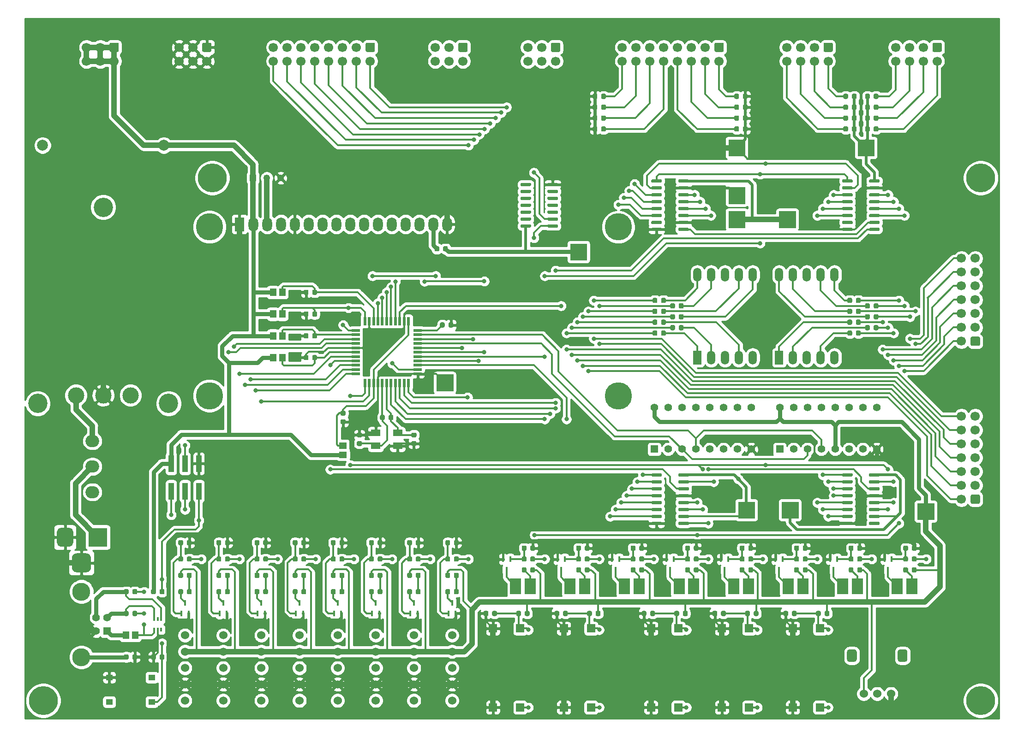
<source format=gtl>
G04 #@! TF.GenerationSoftware,KiCad,Pcbnew,(5.1.6)-1*
G04 #@! TF.CreationDate,2021-05-08T07:02:18+07:00*
G04 #@! TF.ProjectId,digitalSystemBoard,64696769-7461-46c5-9379-7374656d426f,rev?*
G04 #@! TF.SameCoordinates,Original*
G04 #@! TF.FileFunction,Copper,L1,Top*
G04 #@! TF.FilePolarity,Positive*
%FSLAX46Y46*%
G04 Gerber Fmt 4.6, Leading zero omitted, Abs format (unit mm)*
G04 Created by KiCad (PCBNEW (5.1.6)-1) date 2021-05-08 07:02:18*
%MOMM*%
%LPD*%
G01*
G04 APERTURE LIST*
G04 #@! TA.AperFunction,EtchedComponent*
%ADD10C,0.100000*%
G04 #@! TD*
G04 #@! TA.AperFunction,ComponentPad*
%ADD11C,0.750000*%
G04 #@! TD*
G04 #@! TA.AperFunction,ComponentPad*
%ADD12C,3.000000*%
G04 #@! TD*
G04 #@! TA.AperFunction,WasherPad*
%ADD13C,3.550000*%
G04 #@! TD*
G04 #@! TA.AperFunction,ComponentPad*
%ADD14C,1.248000*%
G04 #@! TD*
G04 #@! TA.AperFunction,ComponentPad*
%ADD15R,1.248000X1.248000*%
G04 #@! TD*
G04 #@! TA.AperFunction,SMDPad,CuDef*
%ADD16R,2.000000X3.000000*%
G04 #@! TD*
G04 #@! TA.AperFunction,ComponentPad*
%ADD17C,2.000000*%
G04 #@! TD*
G04 #@! TA.AperFunction,ComponentPad*
%ADD18O,2.500000X2.250000*%
G04 #@! TD*
G04 #@! TA.AperFunction,SMDPad,CuDef*
%ADD19R,1.300000X1.100000*%
G04 #@! TD*
G04 #@! TA.AperFunction,SMDPad,CuDef*
%ADD20R,1.500000X1.500000*%
G04 #@! TD*
G04 #@! TA.AperFunction,SMDPad,CuDef*
%ADD21R,0.457200X1.117600*%
G04 #@! TD*
G04 #@! TA.AperFunction,WasherPad*
%ADD22C,5.000000*%
G04 #@! TD*
G04 #@! TA.AperFunction,ComponentPad*
%ADD23O,1.800000X2.600000*%
G04 #@! TD*
G04 #@! TA.AperFunction,ComponentPad*
%ADD24R,1.800000X2.600000*%
G04 #@! TD*
G04 #@! TA.AperFunction,ComponentPad*
%ADD25R,1.524000X2.524000*%
G04 #@! TD*
G04 #@! TA.AperFunction,ComponentPad*
%ADD26O,1.524000X2.524000*%
G04 #@! TD*
G04 #@! TA.AperFunction,ComponentPad*
%ADD27C,1.700000*%
G04 #@! TD*
G04 #@! TA.AperFunction,ComponentPad*
%ADD28C,1.397000*%
G04 #@! TD*
G04 #@! TA.AperFunction,ComponentPad*
%ADD29R,1.397000X1.397000*%
G04 #@! TD*
G04 #@! TA.AperFunction,WasherPad*
%ADD30C,1.524000*%
G04 #@! TD*
G04 #@! TA.AperFunction,ComponentPad*
%ADD31C,1.524000*%
G04 #@! TD*
G04 #@! TA.AperFunction,ComponentPad*
%ADD32R,3.500000X3.500000*%
G04 #@! TD*
G04 #@! TA.AperFunction,SMDPad,CuDef*
%ADD33R,1.000000X3.150000*%
G04 #@! TD*
G04 #@! TA.AperFunction,WasherPad*
%ADD34C,5.300000*%
G04 #@! TD*
G04 #@! TA.AperFunction,SMDPad,CuDef*
%ADD35R,1.800000X1.200000*%
G04 #@! TD*
G04 #@! TA.AperFunction,SMDPad,CuDef*
%ADD36R,0.550000X1.500000*%
G04 #@! TD*
G04 #@! TA.AperFunction,SMDPad,CuDef*
%ADD37R,1.500000X0.550000*%
G04 #@! TD*
G04 #@! TA.AperFunction,ComponentPad*
%ADD38R,1.408000X1.408000*%
G04 #@! TD*
G04 #@! TA.AperFunction,ComponentPad*
%ADD39C,1.408000*%
G04 #@! TD*
G04 #@! TA.AperFunction,ComponentPad*
%ADD40C,3.316000*%
G04 #@! TD*
G04 #@! TA.AperFunction,SMDPad,CuDef*
%ADD41R,1.200000X1.470000*%
G04 #@! TD*
G04 #@! TA.AperFunction,SMDPad,CuDef*
%ADD42R,1.470000X1.200000*%
G04 #@! TD*
G04 #@! TA.AperFunction,Conductor*
%ADD43R,0.350000X0.800000*%
G04 #@! TD*
G04 #@! TA.AperFunction,ViaPad*
%ADD44C,0.800000*%
G04 #@! TD*
G04 #@! TA.AperFunction,Conductor*
%ADD45C,0.350000*%
G04 #@! TD*
G04 #@! TA.AperFunction,Conductor*
%ADD46C,0.500000*%
G04 #@! TD*
G04 #@! TA.AperFunction,Conductor*
%ADD47C,1.000000*%
G04 #@! TD*
G04 #@! TA.AperFunction,Conductor*
%ADD48C,0.750000*%
G04 #@! TD*
G04 #@! TA.AperFunction,Conductor*
%ADD49C,0.254000*%
G04 #@! TD*
G04 APERTURE END LIST*
D10*
G36*
X184500000Y-122500000D02*
G01*
X181500000Y-122500000D01*
X181500000Y-119500000D01*
X184500000Y-119500000D01*
X184500000Y-122500000D01*
G37*
X184500000Y-122500000D02*
X181500000Y-122500000D01*
X181500000Y-119500000D01*
X184500000Y-119500000D01*
X184500000Y-122500000D01*
G36*
X192500000Y-122500000D02*
G01*
X189500000Y-122500000D01*
X189500000Y-119500000D01*
X192500000Y-119500000D01*
X192500000Y-122500000D01*
G37*
X192500000Y-122500000D02*
X189500000Y-122500000D01*
X189500000Y-119500000D01*
X192500000Y-119500000D01*
X192500000Y-122500000D01*
G36*
X217410000Y-122750000D02*
G01*
X214410000Y-122750000D01*
X214410000Y-119750000D01*
X217410000Y-119750000D01*
X217410000Y-122750000D01*
G37*
X217410000Y-122750000D02*
X214410000Y-122750000D01*
X214410000Y-119750000D01*
X217410000Y-119750000D01*
X217410000Y-122750000D01*
G36*
X129160000Y-99080000D02*
G01*
X126160000Y-99080000D01*
X126160000Y-96080000D01*
X129160000Y-96080000D01*
X129160000Y-99080000D01*
G37*
X129160000Y-99080000D02*
X126160000Y-99080000D01*
X126160000Y-96080000D01*
X129160000Y-96080000D01*
X129160000Y-99080000D01*
G36*
X182720000Y-55960000D02*
G01*
X179720000Y-55960000D01*
X179720000Y-52960000D01*
X182720000Y-52960000D01*
X182720000Y-55960000D01*
G37*
X182720000Y-55960000D02*
X179720000Y-55960000D01*
X179720000Y-52960000D01*
X182720000Y-52960000D01*
X182720000Y-55960000D01*
G36*
X182720000Y-64700000D02*
G01*
X179720000Y-64700000D01*
X179720000Y-61700000D01*
X182720000Y-61700000D01*
X182720000Y-64700000D01*
G37*
X182720000Y-64700000D02*
X179720000Y-64700000D01*
X179720000Y-61700000D01*
X182720000Y-61700000D01*
X182720000Y-64700000D01*
G36*
X192010000Y-69110000D02*
G01*
X189010000Y-69110000D01*
X189010000Y-66110000D01*
X192010000Y-66110000D01*
X192010000Y-69110000D01*
G37*
X192010000Y-69110000D02*
X189010000Y-69110000D01*
X189010000Y-66110000D01*
X192010000Y-66110000D01*
X192010000Y-69110000D01*
G36*
X206450000Y-55960000D02*
G01*
X203450000Y-55960000D01*
X203450000Y-52960000D01*
X206450000Y-52960000D01*
X206450000Y-55960000D01*
G37*
X206450000Y-55960000D02*
X203450000Y-55960000D01*
X203450000Y-52960000D01*
X206450000Y-52960000D01*
X206450000Y-55960000D01*
G36*
X182720000Y-69110000D02*
G01*
X179720000Y-69110000D01*
X179720000Y-66110000D01*
X182720000Y-66110000D01*
X182720000Y-69110000D01*
G37*
X182720000Y-69110000D02*
X179720000Y-69110000D01*
X179720000Y-66110000D01*
X182720000Y-66110000D01*
X182720000Y-69110000D01*
G36*
X153710000Y-75070000D02*
G01*
X150710000Y-75070000D01*
X150710000Y-72070000D01*
X153710000Y-72070000D01*
X153710000Y-75070000D01*
G37*
X153710000Y-75070000D02*
X150710000Y-75070000D01*
X150710000Y-72070000D01*
X153710000Y-72070000D01*
X153710000Y-75070000D01*
D11*
X184000000Y-122000000D03*
X182000000Y-122000000D03*
X182000000Y-120000000D03*
X184000000Y-120000000D03*
X183000000Y-121000000D03*
X191000000Y-121000000D03*
X192000000Y-120000000D03*
X190000000Y-120000000D03*
X190000000Y-122000000D03*
X192000000Y-122000000D03*
X216910000Y-122250000D03*
X214910000Y-122250000D03*
X214910000Y-120250000D03*
X216910000Y-120250000D03*
X215910000Y-121250000D03*
X128660000Y-98580000D03*
X126660000Y-98580000D03*
X126660000Y-96580000D03*
X128660000Y-96580000D03*
X127660000Y-97580000D03*
X181220000Y-54460000D03*
X182220000Y-53460000D03*
X180220000Y-53460000D03*
X180220000Y-55460000D03*
X182220000Y-55460000D03*
X182220000Y-64200000D03*
X180220000Y-64200000D03*
X180220000Y-62200000D03*
X182220000Y-62200000D03*
X181220000Y-63200000D03*
X190510000Y-67610000D03*
X191510000Y-66610000D03*
X189510000Y-66610000D03*
X189510000Y-68610000D03*
X191510000Y-68610000D03*
X205950000Y-55460000D03*
X203950000Y-55460000D03*
X203950000Y-53460000D03*
X205950000Y-53460000D03*
X204950000Y-54460000D03*
X182220000Y-68610000D03*
X180220000Y-68610000D03*
X180220000Y-66610000D03*
X182220000Y-66610000D03*
X181220000Y-67610000D03*
X153210000Y-74570000D03*
X151210000Y-74570000D03*
X151210000Y-72570000D03*
X153210000Y-72570000D03*
X152210000Y-73570000D03*
D12*
X70000000Y-99920000D03*
X60000000Y-99920000D03*
X65000000Y-99920000D03*
D13*
X77000000Y-101420000D03*
X53000000Y-101420000D03*
X65000000Y-65370000D03*
G04 #@! TA.AperFunction,SMDPad,CuDef*
G36*
G01*
X205500000Y-114705000D02*
X205500000Y-114405000D01*
G75*
G02*
X205650000Y-114255000I150000J0D01*
G01*
X207300000Y-114255000D01*
G75*
G02*
X207450000Y-114405000I0J-150000D01*
G01*
X207450000Y-114705000D01*
G75*
G02*
X207300000Y-114855000I-150000J0D01*
G01*
X205650000Y-114855000D01*
G75*
G02*
X205500000Y-114705000I0J150000D01*
G01*
G37*
G04 #@! TD.AperFunction*
G04 #@! TA.AperFunction,SMDPad,CuDef*
G36*
G01*
X205500000Y-115975000D02*
X205500000Y-115675000D01*
G75*
G02*
X205650000Y-115525000I150000J0D01*
G01*
X207300000Y-115525000D01*
G75*
G02*
X207450000Y-115675000I0J-150000D01*
G01*
X207450000Y-115975000D01*
G75*
G02*
X207300000Y-116125000I-150000J0D01*
G01*
X205650000Y-116125000D01*
G75*
G02*
X205500000Y-115975000I0J150000D01*
G01*
G37*
G04 #@! TD.AperFunction*
G04 #@! TA.AperFunction,SMDPad,CuDef*
G36*
G01*
X205500000Y-117245000D02*
X205500000Y-116945000D01*
G75*
G02*
X205650000Y-116795000I150000J0D01*
G01*
X207300000Y-116795000D01*
G75*
G02*
X207450000Y-116945000I0J-150000D01*
G01*
X207450000Y-117245000D01*
G75*
G02*
X207300000Y-117395000I-150000J0D01*
G01*
X205650000Y-117395000D01*
G75*
G02*
X205500000Y-117245000I0J150000D01*
G01*
G37*
G04 #@! TD.AperFunction*
G04 #@! TA.AperFunction,SMDPad,CuDef*
G36*
G01*
X205500000Y-118515000D02*
X205500000Y-118215000D01*
G75*
G02*
X205650000Y-118065000I150000J0D01*
G01*
X207300000Y-118065000D01*
G75*
G02*
X207450000Y-118215000I0J-150000D01*
G01*
X207450000Y-118515000D01*
G75*
G02*
X207300000Y-118665000I-150000J0D01*
G01*
X205650000Y-118665000D01*
G75*
G02*
X205500000Y-118515000I0J150000D01*
G01*
G37*
G04 #@! TD.AperFunction*
G04 #@! TA.AperFunction,SMDPad,CuDef*
G36*
G01*
X205500000Y-119785000D02*
X205500000Y-119485000D01*
G75*
G02*
X205650000Y-119335000I150000J0D01*
G01*
X207300000Y-119335000D01*
G75*
G02*
X207450000Y-119485000I0J-150000D01*
G01*
X207450000Y-119785000D01*
G75*
G02*
X207300000Y-119935000I-150000J0D01*
G01*
X205650000Y-119935000D01*
G75*
G02*
X205500000Y-119785000I0J150000D01*
G01*
G37*
G04 #@! TD.AperFunction*
G04 #@! TA.AperFunction,SMDPad,CuDef*
G36*
G01*
X205500000Y-121055000D02*
X205500000Y-120755000D01*
G75*
G02*
X205650000Y-120605000I150000J0D01*
G01*
X207300000Y-120605000D01*
G75*
G02*
X207450000Y-120755000I0J-150000D01*
G01*
X207450000Y-121055000D01*
G75*
G02*
X207300000Y-121205000I-150000J0D01*
G01*
X205650000Y-121205000D01*
G75*
G02*
X205500000Y-121055000I0J150000D01*
G01*
G37*
G04 #@! TD.AperFunction*
G04 #@! TA.AperFunction,SMDPad,CuDef*
G36*
G01*
X205500000Y-122325000D02*
X205500000Y-122025000D01*
G75*
G02*
X205650000Y-121875000I150000J0D01*
G01*
X207300000Y-121875000D01*
G75*
G02*
X207450000Y-122025000I0J-150000D01*
G01*
X207450000Y-122325000D01*
G75*
G02*
X207300000Y-122475000I-150000J0D01*
G01*
X205650000Y-122475000D01*
G75*
G02*
X205500000Y-122325000I0J150000D01*
G01*
G37*
G04 #@! TD.AperFunction*
G04 #@! TA.AperFunction,SMDPad,CuDef*
G36*
G01*
X205500000Y-123595000D02*
X205500000Y-123295000D01*
G75*
G02*
X205650000Y-123145000I150000J0D01*
G01*
X207300000Y-123145000D01*
G75*
G02*
X207450000Y-123295000I0J-150000D01*
G01*
X207450000Y-123595000D01*
G75*
G02*
X207300000Y-123745000I-150000J0D01*
G01*
X205650000Y-123745000D01*
G75*
G02*
X205500000Y-123595000I0J150000D01*
G01*
G37*
G04 #@! TD.AperFunction*
G04 #@! TA.AperFunction,SMDPad,CuDef*
G36*
G01*
X200550000Y-123595000D02*
X200550000Y-123295000D01*
G75*
G02*
X200700000Y-123145000I150000J0D01*
G01*
X202350000Y-123145000D01*
G75*
G02*
X202500000Y-123295000I0J-150000D01*
G01*
X202500000Y-123595000D01*
G75*
G02*
X202350000Y-123745000I-150000J0D01*
G01*
X200700000Y-123745000D01*
G75*
G02*
X200550000Y-123595000I0J150000D01*
G01*
G37*
G04 #@! TD.AperFunction*
G04 #@! TA.AperFunction,SMDPad,CuDef*
G36*
G01*
X200550000Y-122325000D02*
X200550000Y-122025000D01*
G75*
G02*
X200700000Y-121875000I150000J0D01*
G01*
X202350000Y-121875000D01*
G75*
G02*
X202500000Y-122025000I0J-150000D01*
G01*
X202500000Y-122325000D01*
G75*
G02*
X202350000Y-122475000I-150000J0D01*
G01*
X200700000Y-122475000D01*
G75*
G02*
X200550000Y-122325000I0J150000D01*
G01*
G37*
G04 #@! TD.AperFunction*
G04 #@! TA.AperFunction,SMDPad,CuDef*
G36*
G01*
X200550000Y-121055000D02*
X200550000Y-120755000D01*
G75*
G02*
X200700000Y-120605000I150000J0D01*
G01*
X202350000Y-120605000D01*
G75*
G02*
X202500000Y-120755000I0J-150000D01*
G01*
X202500000Y-121055000D01*
G75*
G02*
X202350000Y-121205000I-150000J0D01*
G01*
X200700000Y-121205000D01*
G75*
G02*
X200550000Y-121055000I0J150000D01*
G01*
G37*
G04 #@! TD.AperFunction*
G04 #@! TA.AperFunction,SMDPad,CuDef*
G36*
G01*
X200550000Y-119785000D02*
X200550000Y-119485000D01*
G75*
G02*
X200700000Y-119335000I150000J0D01*
G01*
X202350000Y-119335000D01*
G75*
G02*
X202500000Y-119485000I0J-150000D01*
G01*
X202500000Y-119785000D01*
G75*
G02*
X202350000Y-119935000I-150000J0D01*
G01*
X200700000Y-119935000D01*
G75*
G02*
X200550000Y-119785000I0J150000D01*
G01*
G37*
G04 #@! TD.AperFunction*
G04 #@! TA.AperFunction,SMDPad,CuDef*
G36*
G01*
X200550000Y-118515000D02*
X200550000Y-118215000D01*
G75*
G02*
X200700000Y-118065000I150000J0D01*
G01*
X202350000Y-118065000D01*
G75*
G02*
X202500000Y-118215000I0J-150000D01*
G01*
X202500000Y-118515000D01*
G75*
G02*
X202350000Y-118665000I-150000J0D01*
G01*
X200700000Y-118665000D01*
G75*
G02*
X200550000Y-118515000I0J150000D01*
G01*
G37*
G04 #@! TD.AperFunction*
G04 #@! TA.AperFunction,SMDPad,CuDef*
G36*
G01*
X200550000Y-117245000D02*
X200550000Y-116945000D01*
G75*
G02*
X200700000Y-116795000I150000J0D01*
G01*
X202350000Y-116795000D01*
G75*
G02*
X202500000Y-116945000I0J-150000D01*
G01*
X202500000Y-117245000D01*
G75*
G02*
X202350000Y-117395000I-150000J0D01*
G01*
X200700000Y-117395000D01*
G75*
G02*
X200550000Y-117245000I0J150000D01*
G01*
G37*
G04 #@! TD.AperFunction*
G04 #@! TA.AperFunction,SMDPad,CuDef*
G36*
G01*
X200550000Y-115975000D02*
X200550000Y-115675000D01*
G75*
G02*
X200700000Y-115525000I150000J0D01*
G01*
X202350000Y-115525000D01*
G75*
G02*
X202500000Y-115675000I0J-150000D01*
G01*
X202500000Y-115975000D01*
G75*
G02*
X202350000Y-116125000I-150000J0D01*
G01*
X200700000Y-116125000D01*
G75*
G02*
X200550000Y-115975000I0J150000D01*
G01*
G37*
G04 #@! TD.AperFunction*
G04 #@! TA.AperFunction,SMDPad,CuDef*
G36*
G01*
X200550000Y-114705000D02*
X200550000Y-114405000D01*
G75*
G02*
X200700000Y-114255000I150000J0D01*
G01*
X202350000Y-114255000D01*
G75*
G02*
X202500000Y-114405000I0J-150000D01*
G01*
X202500000Y-114705000D01*
G75*
G02*
X202350000Y-114855000I-150000J0D01*
G01*
X200700000Y-114855000D01*
G75*
G02*
X200550000Y-114705000I0J150000D01*
G01*
G37*
G04 #@! TD.AperFunction*
G04 #@! TA.AperFunction,SMDPad,CuDef*
G36*
G01*
X170500000Y-114705000D02*
X170500000Y-114405000D01*
G75*
G02*
X170650000Y-114255000I150000J0D01*
G01*
X172300000Y-114255000D01*
G75*
G02*
X172450000Y-114405000I0J-150000D01*
G01*
X172450000Y-114705000D01*
G75*
G02*
X172300000Y-114855000I-150000J0D01*
G01*
X170650000Y-114855000D01*
G75*
G02*
X170500000Y-114705000I0J150000D01*
G01*
G37*
G04 #@! TD.AperFunction*
G04 #@! TA.AperFunction,SMDPad,CuDef*
G36*
G01*
X170500000Y-115975000D02*
X170500000Y-115675000D01*
G75*
G02*
X170650000Y-115525000I150000J0D01*
G01*
X172300000Y-115525000D01*
G75*
G02*
X172450000Y-115675000I0J-150000D01*
G01*
X172450000Y-115975000D01*
G75*
G02*
X172300000Y-116125000I-150000J0D01*
G01*
X170650000Y-116125000D01*
G75*
G02*
X170500000Y-115975000I0J150000D01*
G01*
G37*
G04 #@! TD.AperFunction*
G04 #@! TA.AperFunction,SMDPad,CuDef*
G36*
G01*
X170500000Y-117245000D02*
X170500000Y-116945000D01*
G75*
G02*
X170650000Y-116795000I150000J0D01*
G01*
X172300000Y-116795000D01*
G75*
G02*
X172450000Y-116945000I0J-150000D01*
G01*
X172450000Y-117245000D01*
G75*
G02*
X172300000Y-117395000I-150000J0D01*
G01*
X170650000Y-117395000D01*
G75*
G02*
X170500000Y-117245000I0J150000D01*
G01*
G37*
G04 #@! TD.AperFunction*
G04 #@! TA.AperFunction,SMDPad,CuDef*
G36*
G01*
X170500000Y-118515000D02*
X170500000Y-118215000D01*
G75*
G02*
X170650000Y-118065000I150000J0D01*
G01*
X172300000Y-118065000D01*
G75*
G02*
X172450000Y-118215000I0J-150000D01*
G01*
X172450000Y-118515000D01*
G75*
G02*
X172300000Y-118665000I-150000J0D01*
G01*
X170650000Y-118665000D01*
G75*
G02*
X170500000Y-118515000I0J150000D01*
G01*
G37*
G04 #@! TD.AperFunction*
G04 #@! TA.AperFunction,SMDPad,CuDef*
G36*
G01*
X170500000Y-119785000D02*
X170500000Y-119485000D01*
G75*
G02*
X170650000Y-119335000I150000J0D01*
G01*
X172300000Y-119335000D01*
G75*
G02*
X172450000Y-119485000I0J-150000D01*
G01*
X172450000Y-119785000D01*
G75*
G02*
X172300000Y-119935000I-150000J0D01*
G01*
X170650000Y-119935000D01*
G75*
G02*
X170500000Y-119785000I0J150000D01*
G01*
G37*
G04 #@! TD.AperFunction*
G04 #@! TA.AperFunction,SMDPad,CuDef*
G36*
G01*
X170500000Y-121055000D02*
X170500000Y-120755000D01*
G75*
G02*
X170650000Y-120605000I150000J0D01*
G01*
X172300000Y-120605000D01*
G75*
G02*
X172450000Y-120755000I0J-150000D01*
G01*
X172450000Y-121055000D01*
G75*
G02*
X172300000Y-121205000I-150000J0D01*
G01*
X170650000Y-121205000D01*
G75*
G02*
X170500000Y-121055000I0J150000D01*
G01*
G37*
G04 #@! TD.AperFunction*
G04 #@! TA.AperFunction,SMDPad,CuDef*
G36*
G01*
X170500000Y-122325000D02*
X170500000Y-122025000D01*
G75*
G02*
X170650000Y-121875000I150000J0D01*
G01*
X172300000Y-121875000D01*
G75*
G02*
X172450000Y-122025000I0J-150000D01*
G01*
X172450000Y-122325000D01*
G75*
G02*
X172300000Y-122475000I-150000J0D01*
G01*
X170650000Y-122475000D01*
G75*
G02*
X170500000Y-122325000I0J150000D01*
G01*
G37*
G04 #@! TD.AperFunction*
G04 #@! TA.AperFunction,SMDPad,CuDef*
G36*
G01*
X170500000Y-123595000D02*
X170500000Y-123295000D01*
G75*
G02*
X170650000Y-123145000I150000J0D01*
G01*
X172300000Y-123145000D01*
G75*
G02*
X172450000Y-123295000I0J-150000D01*
G01*
X172450000Y-123595000D01*
G75*
G02*
X172300000Y-123745000I-150000J0D01*
G01*
X170650000Y-123745000D01*
G75*
G02*
X170500000Y-123595000I0J150000D01*
G01*
G37*
G04 #@! TD.AperFunction*
G04 #@! TA.AperFunction,SMDPad,CuDef*
G36*
G01*
X165550000Y-123595000D02*
X165550000Y-123295000D01*
G75*
G02*
X165700000Y-123145000I150000J0D01*
G01*
X167350000Y-123145000D01*
G75*
G02*
X167500000Y-123295000I0J-150000D01*
G01*
X167500000Y-123595000D01*
G75*
G02*
X167350000Y-123745000I-150000J0D01*
G01*
X165700000Y-123745000D01*
G75*
G02*
X165550000Y-123595000I0J150000D01*
G01*
G37*
G04 #@! TD.AperFunction*
G04 #@! TA.AperFunction,SMDPad,CuDef*
G36*
G01*
X165550000Y-122325000D02*
X165550000Y-122025000D01*
G75*
G02*
X165700000Y-121875000I150000J0D01*
G01*
X167350000Y-121875000D01*
G75*
G02*
X167500000Y-122025000I0J-150000D01*
G01*
X167500000Y-122325000D01*
G75*
G02*
X167350000Y-122475000I-150000J0D01*
G01*
X165700000Y-122475000D01*
G75*
G02*
X165550000Y-122325000I0J150000D01*
G01*
G37*
G04 #@! TD.AperFunction*
G04 #@! TA.AperFunction,SMDPad,CuDef*
G36*
G01*
X165550000Y-121055000D02*
X165550000Y-120755000D01*
G75*
G02*
X165700000Y-120605000I150000J0D01*
G01*
X167350000Y-120605000D01*
G75*
G02*
X167500000Y-120755000I0J-150000D01*
G01*
X167500000Y-121055000D01*
G75*
G02*
X167350000Y-121205000I-150000J0D01*
G01*
X165700000Y-121205000D01*
G75*
G02*
X165550000Y-121055000I0J150000D01*
G01*
G37*
G04 #@! TD.AperFunction*
G04 #@! TA.AperFunction,SMDPad,CuDef*
G36*
G01*
X165550000Y-119785000D02*
X165550000Y-119485000D01*
G75*
G02*
X165700000Y-119335000I150000J0D01*
G01*
X167350000Y-119335000D01*
G75*
G02*
X167500000Y-119485000I0J-150000D01*
G01*
X167500000Y-119785000D01*
G75*
G02*
X167350000Y-119935000I-150000J0D01*
G01*
X165700000Y-119935000D01*
G75*
G02*
X165550000Y-119785000I0J150000D01*
G01*
G37*
G04 #@! TD.AperFunction*
G04 #@! TA.AperFunction,SMDPad,CuDef*
G36*
G01*
X165550000Y-118515000D02*
X165550000Y-118215000D01*
G75*
G02*
X165700000Y-118065000I150000J0D01*
G01*
X167350000Y-118065000D01*
G75*
G02*
X167500000Y-118215000I0J-150000D01*
G01*
X167500000Y-118515000D01*
G75*
G02*
X167350000Y-118665000I-150000J0D01*
G01*
X165700000Y-118665000D01*
G75*
G02*
X165550000Y-118515000I0J150000D01*
G01*
G37*
G04 #@! TD.AperFunction*
G04 #@! TA.AperFunction,SMDPad,CuDef*
G36*
G01*
X165550000Y-117245000D02*
X165550000Y-116945000D01*
G75*
G02*
X165700000Y-116795000I150000J0D01*
G01*
X167350000Y-116795000D01*
G75*
G02*
X167500000Y-116945000I0J-150000D01*
G01*
X167500000Y-117245000D01*
G75*
G02*
X167350000Y-117395000I-150000J0D01*
G01*
X165700000Y-117395000D01*
G75*
G02*
X165550000Y-117245000I0J150000D01*
G01*
G37*
G04 #@! TD.AperFunction*
G04 #@! TA.AperFunction,SMDPad,CuDef*
G36*
G01*
X165550000Y-115975000D02*
X165550000Y-115675000D01*
G75*
G02*
X165700000Y-115525000I150000J0D01*
G01*
X167350000Y-115525000D01*
G75*
G02*
X167500000Y-115675000I0J-150000D01*
G01*
X167500000Y-115975000D01*
G75*
G02*
X167350000Y-116125000I-150000J0D01*
G01*
X165700000Y-116125000D01*
G75*
G02*
X165550000Y-115975000I0J150000D01*
G01*
G37*
G04 #@! TD.AperFunction*
G04 #@! TA.AperFunction,SMDPad,CuDef*
G36*
G01*
X165550000Y-114705000D02*
X165550000Y-114405000D01*
G75*
G02*
X165700000Y-114255000I150000J0D01*
G01*
X167350000Y-114255000D01*
G75*
G02*
X167500000Y-114405000I0J-150000D01*
G01*
X167500000Y-114705000D01*
G75*
G02*
X167350000Y-114855000I-150000J0D01*
G01*
X165700000Y-114855000D01*
G75*
G02*
X165550000Y-114705000I0J150000D01*
G01*
G37*
G04 #@! TD.AperFunction*
G04 #@! TA.AperFunction,SMDPad,CuDef*
G36*
G01*
X201650000Y-50743750D02*
X201650000Y-51256250D01*
G75*
G02*
X201431250Y-51475000I-218750J0D01*
G01*
X200993750Y-51475000D01*
G75*
G02*
X200775000Y-51256250I0J218750D01*
G01*
X200775000Y-50743750D01*
G75*
G02*
X200993750Y-50525000I218750J0D01*
G01*
X201431250Y-50525000D01*
G75*
G02*
X201650000Y-50743750I0J-218750D01*
G01*
G37*
G04 #@! TD.AperFunction*
G04 #@! TA.AperFunction,SMDPad,CuDef*
G36*
G01*
X203225000Y-50743750D02*
X203225000Y-51256250D01*
G75*
G02*
X203006250Y-51475000I-218750J0D01*
G01*
X202568750Y-51475000D01*
G75*
G02*
X202350000Y-51256250I0J218750D01*
G01*
X202350000Y-50743750D01*
G75*
G02*
X202568750Y-50525000I218750J0D01*
G01*
X203006250Y-50525000D01*
G75*
G02*
X203225000Y-50743750I0J-218750D01*
G01*
G37*
G04 #@! TD.AperFunction*
G04 #@! TA.AperFunction,SMDPad,CuDef*
G36*
G01*
X201650000Y-48743750D02*
X201650000Y-49256250D01*
G75*
G02*
X201431250Y-49475000I-218750J0D01*
G01*
X200993750Y-49475000D01*
G75*
G02*
X200775000Y-49256250I0J218750D01*
G01*
X200775000Y-48743750D01*
G75*
G02*
X200993750Y-48525000I218750J0D01*
G01*
X201431250Y-48525000D01*
G75*
G02*
X201650000Y-48743750I0J-218750D01*
G01*
G37*
G04 #@! TD.AperFunction*
G04 #@! TA.AperFunction,SMDPad,CuDef*
G36*
G01*
X203225000Y-48743750D02*
X203225000Y-49256250D01*
G75*
G02*
X203006250Y-49475000I-218750J0D01*
G01*
X202568750Y-49475000D01*
G75*
G02*
X202350000Y-49256250I0J218750D01*
G01*
X202350000Y-48743750D01*
G75*
G02*
X202568750Y-48525000I218750J0D01*
G01*
X203006250Y-48525000D01*
G75*
G02*
X203225000Y-48743750I0J-218750D01*
G01*
G37*
G04 #@! TD.AperFunction*
G04 #@! TA.AperFunction,SMDPad,CuDef*
G36*
G01*
X201650000Y-46743750D02*
X201650000Y-47256250D01*
G75*
G02*
X201431250Y-47475000I-218750J0D01*
G01*
X200993750Y-47475000D01*
G75*
G02*
X200775000Y-47256250I0J218750D01*
G01*
X200775000Y-46743750D01*
G75*
G02*
X200993750Y-46525000I218750J0D01*
G01*
X201431250Y-46525000D01*
G75*
G02*
X201650000Y-46743750I0J-218750D01*
G01*
G37*
G04 #@! TD.AperFunction*
G04 #@! TA.AperFunction,SMDPad,CuDef*
G36*
G01*
X203225000Y-46743750D02*
X203225000Y-47256250D01*
G75*
G02*
X203006250Y-47475000I-218750J0D01*
G01*
X202568750Y-47475000D01*
G75*
G02*
X202350000Y-47256250I0J218750D01*
G01*
X202350000Y-46743750D01*
G75*
G02*
X202568750Y-46525000I218750J0D01*
G01*
X203006250Y-46525000D01*
G75*
G02*
X203225000Y-46743750I0J-218750D01*
G01*
G37*
G04 #@! TD.AperFunction*
G04 #@! TA.AperFunction,SMDPad,CuDef*
G36*
G01*
X201650000Y-44743750D02*
X201650000Y-45256250D01*
G75*
G02*
X201431250Y-45475000I-218750J0D01*
G01*
X200993750Y-45475000D01*
G75*
G02*
X200775000Y-45256250I0J218750D01*
G01*
X200775000Y-44743750D01*
G75*
G02*
X200993750Y-44525000I218750J0D01*
G01*
X201431250Y-44525000D01*
G75*
G02*
X201650000Y-44743750I0J-218750D01*
G01*
G37*
G04 #@! TD.AperFunction*
G04 #@! TA.AperFunction,SMDPad,CuDef*
G36*
G01*
X203225000Y-44743750D02*
X203225000Y-45256250D01*
G75*
G02*
X203006250Y-45475000I-218750J0D01*
G01*
X202568750Y-45475000D01*
G75*
G02*
X202350000Y-45256250I0J218750D01*
G01*
X202350000Y-44743750D01*
G75*
G02*
X202568750Y-44525000I218750J0D01*
G01*
X203006250Y-44525000D01*
G75*
G02*
X203225000Y-44743750I0J-218750D01*
G01*
G37*
G04 #@! TD.AperFunction*
G04 #@! TA.AperFunction,SMDPad,CuDef*
G36*
G01*
X206350000Y-45256250D02*
X206350000Y-44743750D01*
G75*
G02*
X206568750Y-44525000I218750J0D01*
G01*
X207006250Y-44525000D01*
G75*
G02*
X207225000Y-44743750I0J-218750D01*
G01*
X207225000Y-45256250D01*
G75*
G02*
X207006250Y-45475000I-218750J0D01*
G01*
X206568750Y-45475000D01*
G75*
G02*
X206350000Y-45256250I0J218750D01*
G01*
G37*
G04 #@! TD.AperFunction*
G04 #@! TA.AperFunction,SMDPad,CuDef*
G36*
G01*
X204775000Y-45256250D02*
X204775000Y-44743750D01*
G75*
G02*
X204993750Y-44525000I218750J0D01*
G01*
X205431250Y-44525000D01*
G75*
G02*
X205650000Y-44743750I0J-218750D01*
G01*
X205650000Y-45256250D01*
G75*
G02*
X205431250Y-45475000I-218750J0D01*
G01*
X204993750Y-45475000D01*
G75*
G02*
X204775000Y-45256250I0J218750D01*
G01*
G37*
G04 #@! TD.AperFunction*
G04 #@! TA.AperFunction,SMDPad,CuDef*
G36*
G01*
X206350000Y-47256250D02*
X206350000Y-46743750D01*
G75*
G02*
X206568750Y-46525000I218750J0D01*
G01*
X207006250Y-46525000D01*
G75*
G02*
X207225000Y-46743750I0J-218750D01*
G01*
X207225000Y-47256250D01*
G75*
G02*
X207006250Y-47475000I-218750J0D01*
G01*
X206568750Y-47475000D01*
G75*
G02*
X206350000Y-47256250I0J218750D01*
G01*
G37*
G04 #@! TD.AperFunction*
G04 #@! TA.AperFunction,SMDPad,CuDef*
G36*
G01*
X204775000Y-47256250D02*
X204775000Y-46743750D01*
G75*
G02*
X204993750Y-46525000I218750J0D01*
G01*
X205431250Y-46525000D01*
G75*
G02*
X205650000Y-46743750I0J-218750D01*
G01*
X205650000Y-47256250D01*
G75*
G02*
X205431250Y-47475000I-218750J0D01*
G01*
X204993750Y-47475000D01*
G75*
G02*
X204775000Y-47256250I0J218750D01*
G01*
G37*
G04 #@! TD.AperFunction*
G04 #@! TA.AperFunction,SMDPad,CuDef*
G36*
G01*
X206350000Y-49256250D02*
X206350000Y-48743750D01*
G75*
G02*
X206568750Y-48525000I218750J0D01*
G01*
X207006250Y-48525000D01*
G75*
G02*
X207225000Y-48743750I0J-218750D01*
G01*
X207225000Y-49256250D01*
G75*
G02*
X207006250Y-49475000I-218750J0D01*
G01*
X206568750Y-49475000D01*
G75*
G02*
X206350000Y-49256250I0J218750D01*
G01*
G37*
G04 #@! TD.AperFunction*
G04 #@! TA.AperFunction,SMDPad,CuDef*
G36*
G01*
X204775000Y-49256250D02*
X204775000Y-48743750D01*
G75*
G02*
X204993750Y-48525000I218750J0D01*
G01*
X205431250Y-48525000D01*
G75*
G02*
X205650000Y-48743750I0J-218750D01*
G01*
X205650000Y-49256250D01*
G75*
G02*
X205431250Y-49475000I-218750J0D01*
G01*
X204993750Y-49475000D01*
G75*
G02*
X204775000Y-49256250I0J218750D01*
G01*
G37*
G04 #@! TD.AperFunction*
G04 #@! TA.AperFunction,SMDPad,CuDef*
G36*
G01*
X206350000Y-51256250D02*
X206350000Y-50743750D01*
G75*
G02*
X206568750Y-50525000I218750J0D01*
G01*
X207006250Y-50525000D01*
G75*
G02*
X207225000Y-50743750I0J-218750D01*
G01*
X207225000Y-51256250D01*
G75*
G02*
X207006250Y-51475000I-218750J0D01*
G01*
X206568750Y-51475000D01*
G75*
G02*
X206350000Y-51256250I0J218750D01*
G01*
G37*
G04 #@! TD.AperFunction*
G04 #@! TA.AperFunction,SMDPad,CuDef*
G36*
G01*
X204775000Y-51256250D02*
X204775000Y-50743750D01*
G75*
G02*
X204993750Y-50525000I218750J0D01*
G01*
X205431250Y-50525000D01*
G75*
G02*
X205650000Y-50743750I0J-218750D01*
G01*
X205650000Y-51256250D01*
G75*
G02*
X205431250Y-51475000I-218750J0D01*
G01*
X204993750Y-51475000D01*
G75*
G02*
X204775000Y-51256250I0J218750D01*
G01*
G37*
G04 #@! TD.AperFunction*
G04 #@! TA.AperFunction,SMDPad,CuDef*
G36*
G01*
X156350000Y-45256250D02*
X156350000Y-44743750D01*
G75*
G02*
X156568750Y-44525000I218750J0D01*
G01*
X157006250Y-44525000D01*
G75*
G02*
X157225000Y-44743750I0J-218750D01*
G01*
X157225000Y-45256250D01*
G75*
G02*
X157006250Y-45475000I-218750J0D01*
G01*
X156568750Y-45475000D01*
G75*
G02*
X156350000Y-45256250I0J218750D01*
G01*
G37*
G04 #@! TD.AperFunction*
G04 #@! TA.AperFunction,SMDPad,CuDef*
G36*
G01*
X154775000Y-45256250D02*
X154775000Y-44743750D01*
G75*
G02*
X154993750Y-44525000I218750J0D01*
G01*
X155431250Y-44525000D01*
G75*
G02*
X155650000Y-44743750I0J-218750D01*
G01*
X155650000Y-45256250D01*
G75*
G02*
X155431250Y-45475000I-218750J0D01*
G01*
X154993750Y-45475000D01*
G75*
G02*
X154775000Y-45256250I0J218750D01*
G01*
G37*
G04 #@! TD.AperFunction*
G04 #@! TA.AperFunction,SMDPad,CuDef*
G36*
G01*
X156350000Y-47256250D02*
X156350000Y-46743750D01*
G75*
G02*
X156568750Y-46525000I218750J0D01*
G01*
X157006250Y-46525000D01*
G75*
G02*
X157225000Y-46743750I0J-218750D01*
G01*
X157225000Y-47256250D01*
G75*
G02*
X157006250Y-47475000I-218750J0D01*
G01*
X156568750Y-47475000D01*
G75*
G02*
X156350000Y-47256250I0J218750D01*
G01*
G37*
G04 #@! TD.AperFunction*
G04 #@! TA.AperFunction,SMDPad,CuDef*
G36*
G01*
X154775000Y-47256250D02*
X154775000Y-46743750D01*
G75*
G02*
X154993750Y-46525000I218750J0D01*
G01*
X155431250Y-46525000D01*
G75*
G02*
X155650000Y-46743750I0J-218750D01*
G01*
X155650000Y-47256250D01*
G75*
G02*
X155431250Y-47475000I-218750J0D01*
G01*
X154993750Y-47475000D01*
G75*
G02*
X154775000Y-47256250I0J218750D01*
G01*
G37*
G04 #@! TD.AperFunction*
G04 #@! TA.AperFunction,SMDPad,CuDef*
G36*
G01*
X156350000Y-49256250D02*
X156350000Y-48743750D01*
G75*
G02*
X156568750Y-48525000I218750J0D01*
G01*
X157006250Y-48525000D01*
G75*
G02*
X157225000Y-48743750I0J-218750D01*
G01*
X157225000Y-49256250D01*
G75*
G02*
X157006250Y-49475000I-218750J0D01*
G01*
X156568750Y-49475000D01*
G75*
G02*
X156350000Y-49256250I0J218750D01*
G01*
G37*
G04 #@! TD.AperFunction*
G04 #@! TA.AperFunction,SMDPad,CuDef*
G36*
G01*
X154775000Y-49256250D02*
X154775000Y-48743750D01*
G75*
G02*
X154993750Y-48525000I218750J0D01*
G01*
X155431250Y-48525000D01*
G75*
G02*
X155650000Y-48743750I0J-218750D01*
G01*
X155650000Y-49256250D01*
G75*
G02*
X155431250Y-49475000I-218750J0D01*
G01*
X154993750Y-49475000D01*
G75*
G02*
X154775000Y-49256250I0J218750D01*
G01*
G37*
G04 #@! TD.AperFunction*
G04 #@! TA.AperFunction,SMDPad,CuDef*
G36*
G01*
X156350000Y-51256250D02*
X156350000Y-50743750D01*
G75*
G02*
X156568750Y-50525000I218750J0D01*
G01*
X157006250Y-50525000D01*
G75*
G02*
X157225000Y-50743750I0J-218750D01*
G01*
X157225000Y-51256250D01*
G75*
G02*
X157006250Y-51475000I-218750J0D01*
G01*
X156568750Y-51475000D01*
G75*
G02*
X156350000Y-51256250I0J218750D01*
G01*
G37*
G04 #@! TD.AperFunction*
G04 #@! TA.AperFunction,SMDPad,CuDef*
G36*
G01*
X154775000Y-51256250D02*
X154775000Y-50743750D01*
G75*
G02*
X154993750Y-50525000I218750J0D01*
G01*
X155431250Y-50525000D01*
G75*
G02*
X155650000Y-50743750I0J-218750D01*
G01*
X155650000Y-51256250D01*
G75*
G02*
X155431250Y-51475000I-218750J0D01*
G01*
X154993750Y-51475000D01*
G75*
G02*
X154775000Y-51256250I0J218750D01*
G01*
G37*
G04 #@! TD.AperFunction*
G04 #@! TA.AperFunction,SMDPad,CuDef*
G36*
G01*
X181650000Y-50743750D02*
X181650000Y-51256250D01*
G75*
G02*
X181431250Y-51475000I-218750J0D01*
G01*
X180993750Y-51475000D01*
G75*
G02*
X180775000Y-51256250I0J218750D01*
G01*
X180775000Y-50743750D01*
G75*
G02*
X180993750Y-50525000I218750J0D01*
G01*
X181431250Y-50525000D01*
G75*
G02*
X181650000Y-50743750I0J-218750D01*
G01*
G37*
G04 #@! TD.AperFunction*
G04 #@! TA.AperFunction,SMDPad,CuDef*
G36*
G01*
X183225000Y-50743750D02*
X183225000Y-51256250D01*
G75*
G02*
X183006250Y-51475000I-218750J0D01*
G01*
X182568750Y-51475000D01*
G75*
G02*
X182350000Y-51256250I0J218750D01*
G01*
X182350000Y-50743750D01*
G75*
G02*
X182568750Y-50525000I218750J0D01*
G01*
X183006250Y-50525000D01*
G75*
G02*
X183225000Y-50743750I0J-218750D01*
G01*
G37*
G04 #@! TD.AperFunction*
G04 #@! TA.AperFunction,SMDPad,CuDef*
G36*
G01*
X181650000Y-48743750D02*
X181650000Y-49256250D01*
G75*
G02*
X181431250Y-49475000I-218750J0D01*
G01*
X180993750Y-49475000D01*
G75*
G02*
X180775000Y-49256250I0J218750D01*
G01*
X180775000Y-48743750D01*
G75*
G02*
X180993750Y-48525000I218750J0D01*
G01*
X181431250Y-48525000D01*
G75*
G02*
X181650000Y-48743750I0J-218750D01*
G01*
G37*
G04 #@! TD.AperFunction*
G04 #@! TA.AperFunction,SMDPad,CuDef*
G36*
G01*
X183225000Y-48743750D02*
X183225000Y-49256250D01*
G75*
G02*
X183006250Y-49475000I-218750J0D01*
G01*
X182568750Y-49475000D01*
G75*
G02*
X182350000Y-49256250I0J218750D01*
G01*
X182350000Y-48743750D01*
G75*
G02*
X182568750Y-48525000I218750J0D01*
G01*
X183006250Y-48525000D01*
G75*
G02*
X183225000Y-48743750I0J-218750D01*
G01*
G37*
G04 #@! TD.AperFunction*
G04 #@! TA.AperFunction,SMDPad,CuDef*
G36*
G01*
X181650000Y-46743750D02*
X181650000Y-47256250D01*
G75*
G02*
X181431250Y-47475000I-218750J0D01*
G01*
X180993750Y-47475000D01*
G75*
G02*
X180775000Y-47256250I0J218750D01*
G01*
X180775000Y-46743750D01*
G75*
G02*
X180993750Y-46525000I218750J0D01*
G01*
X181431250Y-46525000D01*
G75*
G02*
X181650000Y-46743750I0J-218750D01*
G01*
G37*
G04 #@! TD.AperFunction*
G04 #@! TA.AperFunction,SMDPad,CuDef*
G36*
G01*
X183225000Y-46743750D02*
X183225000Y-47256250D01*
G75*
G02*
X183006250Y-47475000I-218750J0D01*
G01*
X182568750Y-47475000D01*
G75*
G02*
X182350000Y-47256250I0J218750D01*
G01*
X182350000Y-46743750D01*
G75*
G02*
X182568750Y-46525000I218750J0D01*
G01*
X183006250Y-46525000D01*
G75*
G02*
X183225000Y-46743750I0J-218750D01*
G01*
G37*
G04 #@! TD.AperFunction*
G04 #@! TA.AperFunction,SMDPad,CuDef*
G36*
G01*
X181650000Y-44743750D02*
X181650000Y-45256250D01*
G75*
G02*
X181431250Y-45475000I-218750J0D01*
G01*
X180993750Y-45475000D01*
G75*
G02*
X180775000Y-45256250I0J218750D01*
G01*
X180775000Y-44743750D01*
G75*
G02*
X180993750Y-44525000I218750J0D01*
G01*
X181431250Y-44525000D01*
G75*
G02*
X181650000Y-44743750I0J-218750D01*
G01*
G37*
G04 #@! TD.AperFunction*
G04 #@! TA.AperFunction,SMDPad,CuDef*
G36*
G01*
X183225000Y-44743750D02*
X183225000Y-45256250D01*
G75*
G02*
X183006250Y-45475000I-218750J0D01*
G01*
X182568750Y-45475000D01*
G75*
G02*
X182350000Y-45256250I0J218750D01*
G01*
X182350000Y-44743750D01*
G75*
G02*
X182568750Y-44525000I218750J0D01*
G01*
X183006250Y-44525000D01*
G75*
G02*
X183225000Y-44743750I0J-218750D01*
G01*
G37*
G04 #@! TD.AperFunction*
D14*
X97540000Y-60000000D03*
X95000000Y-60000000D03*
D15*
X92460000Y-60000000D03*
G04 #@! TA.AperFunction,SMDPad,CuDef*
G36*
G01*
X127350000Y-73256250D02*
X127350000Y-72743750D01*
G75*
G02*
X127568750Y-72525000I218750J0D01*
G01*
X128006250Y-72525000D01*
G75*
G02*
X128225000Y-72743750I0J-218750D01*
G01*
X128225000Y-73256250D01*
G75*
G02*
X128006250Y-73475000I-218750J0D01*
G01*
X127568750Y-73475000D01*
G75*
G02*
X127350000Y-73256250I0J218750D01*
G01*
G37*
G04 #@! TD.AperFunction*
G04 #@! TA.AperFunction,SMDPad,CuDef*
G36*
G01*
X125775000Y-73256250D02*
X125775000Y-72743750D01*
G75*
G02*
X125993750Y-72525000I218750J0D01*
G01*
X126431250Y-72525000D01*
G75*
G02*
X126650000Y-72743750I0J-218750D01*
G01*
X126650000Y-73256250D01*
G75*
G02*
X126431250Y-73475000I-218750J0D01*
G01*
X125993750Y-73475000D01*
G75*
G02*
X125775000Y-73256250I0J218750D01*
G01*
G37*
G04 #@! TD.AperFunction*
D16*
X213350000Y-135000000D03*
X210650000Y-135000000D03*
X203350000Y-135000000D03*
X200650000Y-135000000D03*
X193350000Y-135000000D03*
X190650000Y-135000000D03*
X183350000Y-135000000D03*
X180650000Y-135000000D03*
X173350000Y-135000000D03*
X170650000Y-135000000D03*
X163350000Y-135000000D03*
X160650000Y-135000000D03*
X153350000Y-135000000D03*
X150650000Y-135000000D03*
X143350000Y-135000000D03*
X140650000Y-135000000D03*
D17*
X76125000Y-54000000D03*
X53875000Y-54000000D03*
D18*
X63000000Y-117700000D03*
X63000000Y-108300000D03*
X63000000Y-113000000D03*
D19*
X73900000Y-156250000D03*
X73900000Y-151750000D03*
X66100000Y-156250000D03*
X66100000Y-151750000D03*
D20*
X196500000Y-157250000D03*
X196500000Y-142750000D03*
X191500000Y-142750000D03*
X191500000Y-157250000D03*
X183500000Y-157250000D03*
X183500000Y-142750000D03*
X178500000Y-142750000D03*
X178500000Y-157250000D03*
X170500000Y-157250000D03*
X170500000Y-142750000D03*
X165500000Y-142750000D03*
X165500000Y-157250000D03*
X154500000Y-157250000D03*
X154500000Y-142750000D03*
X149500000Y-142750000D03*
X149500000Y-157250000D03*
X141500000Y-157250000D03*
X141500000Y-142750000D03*
X136500000Y-142750000D03*
X136500000Y-157250000D03*
D21*
X79339600Y-139965200D03*
X80660400Y-139965200D03*
X80000000Y-138034800D03*
X86339600Y-139965200D03*
X87660400Y-139965200D03*
X87000000Y-138034800D03*
X93339600Y-139965200D03*
X94660400Y-139965200D03*
X94000000Y-138034800D03*
X100339600Y-139965200D03*
X101660400Y-139965200D03*
X101000000Y-138034800D03*
X107339600Y-139965200D03*
X108660400Y-139965200D03*
X108000000Y-138034800D03*
X114339600Y-139965200D03*
X115660400Y-139965200D03*
X115000000Y-138034800D03*
X121339600Y-139965200D03*
X122660400Y-139965200D03*
X122000000Y-138034800D03*
X128339600Y-139965200D03*
X129660400Y-139965200D03*
X129000000Y-138034800D03*
X139660400Y-130034800D03*
X138339600Y-130034800D03*
X139000000Y-131965200D03*
X149660400Y-130034800D03*
X148339600Y-130034800D03*
X149000000Y-131965200D03*
X159660400Y-130034800D03*
X158339600Y-130034800D03*
X159000000Y-131965200D03*
X169660400Y-130034800D03*
X168339600Y-130034800D03*
X169000000Y-131965200D03*
X179660400Y-130034800D03*
X178339600Y-130034800D03*
X179000000Y-131965200D03*
X189660400Y-130034800D03*
X188339600Y-130034800D03*
X189000000Y-131965200D03*
X199660400Y-130034800D03*
X198339600Y-130034800D03*
X199000000Y-131965200D03*
X209660400Y-130034800D03*
X208339600Y-130034800D03*
X209000000Y-131965200D03*
D22*
X159500000Y-69000000D03*
X159500000Y-100000000D03*
X84500000Y-100000000D03*
X84500000Y-69000000D03*
D23*
X128100000Y-68500000D03*
X125560000Y-68500000D03*
X123020000Y-68500000D03*
X120480000Y-68500000D03*
X117940000Y-68500000D03*
X115400000Y-68500000D03*
X112860000Y-68500000D03*
X110320000Y-68500000D03*
X107780000Y-68500000D03*
X105240000Y-68500000D03*
X102700000Y-68500000D03*
X100160000Y-68500000D03*
X97620000Y-68500000D03*
X95080000Y-68500000D03*
X92540000Y-68500000D03*
D24*
X90000000Y-68500000D03*
G04 #@! TA.AperFunction,SMDPad,CuDef*
G36*
G01*
X166650000Y-82243750D02*
X166650000Y-82756250D01*
G75*
G02*
X166431250Y-82975000I-218750J0D01*
G01*
X165993750Y-82975000D01*
G75*
G02*
X165775000Y-82756250I0J218750D01*
G01*
X165775000Y-82243750D01*
G75*
G02*
X165993750Y-82025000I218750J0D01*
G01*
X166431250Y-82025000D01*
G75*
G02*
X166650000Y-82243750I0J-218750D01*
G01*
G37*
G04 #@! TD.AperFunction*
G04 #@! TA.AperFunction,SMDPad,CuDef*
G36*
G01*
X168225000Y-82243750D02*
X168225000Y-82756250D01*
G75*
G02*
X168006250Y-82975000I-218750J0D01*
G01*
X167568750Y-82975000D01*
G75*
G02*
X167350000Y-82756250I0J218750D01*
G01*
X167350000Y-82243750D01*
G75*
G02*
X167568750Y-82025000I218750J0D01*
G01*
X168006250Y-82025000D01*
G75*
G02*
X168225000Y-82243750I0J-218750D01*
G01*
G37*
G04 #@! TD.AperFunction*
G04 #@! TA.AperFunction,SMDPad,CuDef*
G36*
G01*
X169900000Y-83243750D02*
X169900000Y-83756250D01*
G75*
G02*
X169681250Y-83975000I-218750J0D01*
G01*
X169243750Y-83975000D01*
G75*
G02*
X169025000Y-83756250I0J218750D01*
G01*
X169025000Y-83243750D01*
G75*
G02*
X169243750Y-83025000I218750J0D01*
G01*
X169681250Y-83025000D01*
G75*
G02*
X169900000Y-83243750I0J-218750D01*
G01*
G37*
G04 #@! TD.AperFunction*
G04 #@! TA.AperFunction,SMDPad,CuDef*
G36*
G01*
X171475000Y-83243750D02*
X171475000Y-83756250D01*
G75*
G02*
X171256250Y-83975000I-218750J0D01*
G01*
X170818750Y-83975000D01*
G75*
G02*
X170600000Y-83756250I0J218750D01*
G01*
X170600000Y-83243750D01*
G75*
G02*
X170818750Y-83025000I218750J0D01*
G01*
X171256250Y-83025000D01*
G75*
G02*
X171475000Y-83243750I0J-218750D01*
G01*
G37*
G04 #@! TD.AperFunction*
G04 #@! TA.AperFunction,SMDPad,CuDef*
G36*
G01*
X166650000Y-88243750D02*
X166650000Y-88756250D01*
G75*
G02*
X166431250Y-88975000I-218750J0D01*
G01*
X165993750Y-88975000D01*
G75*
G02*
X165775000Y-88756250I0J218750D01*
G01*
X165775000Y-88243750D01*
G75*
G02*
X165993750Y-88025000I218750J0D01*
G01*
X166431250Y-88025000D01*
G75*
G02*
X166650000Y-88243750I0J-218750D01*
G01*
G37*
G04 #@! TD.AperFunction*
G04 #@! TA.AperFunction,SMDPad,CuDef*
G36*
G01*
X168225000Y-88243750D02*
X168225000Y-88756250D01*
G75*
G02*
X168006250Y-88975000I-218750J0D01*
G01*
X167568750Y-88975000D01*
G75*
G02*
X167350000Y-88756250I0J218750D01*
G01*
X167350000Y-88243750D01*
G75*
G02*
X167568750Y-88025000I218750J0D01*
G01*
X168006250Y-88025000D01*
G75*
G02*
X168225000Y-88243750I0J-218750D01*
G01*
G37*
G04 #@! TD.AperFunction*
G04 #@! TA.AperFunction,SMDPad,CuDef*
G36*
G01*
X169900000Y-87243750D02*
X169900000Y-87756250D01*
G75*
G02*
X169681250Y-87975000I-218750J0D01*
G01*
X169243750Y-87975000D01*
G75*
G02*
X169025000Y-87756250I0J218750D01*
G01*
X169025000Y-87243750D01*
G75*
G02*
X169243750Y-87025000I218750J0D01*
G01*
X169681250Y-87025000D01*
G75*
G02*
X169900000Y-87243750I0J-218750D01*
G01*
G37*
G04 #@! TD.AperFunction*
G04 #@! TA.AperFunction,SMDPad,CuDef*
G36*
G01*
X171475000Y-87243750D02*
X171475000Y-87756250D01*
G75*
G02*
X171256250Y-87975000I-218750J0D01*
G01*
X170818750Y-87975000D01*
G75*
G02*
X170600000Y-87756250I0J218750D01*
G01*
X170600000Y-87243750D01*
G75*
G02*
X170818750Y-87025000I218750J0D01*
G01*
X171256250Y-87025000D01*
G75*
G02*
X171475000Y-87243750I0J-218750D01*
G01*
G37*
G04 #@! TD.AperFunction*
G04 #@! TA.AperFunction,SMDPad,CuDef*
G36*
G01*
X166650000Y-86243750D02*
X166650000Y-86756250D01*
G75*
G02*
X166431250Y-86975000I-218750J0D01*
G01*
X165993750Y-86975000D01*
G75*
G02*
X165775000Y-86756250I0J218750D01*
G01*
X165775000Y-86243750D01*
G75*
G02*
X165993750Y-86025000I218750J0D01*
G01*
X166431250Y-86025000D01*
G75*
G02*
X166650000Y-86243750I0J-218750D01*
G01*
G37*
G04 #@! TD.AperFunction*
G04 #@! TA.AperFunction,SMDPad,CuDef*
G36*
G01*
X168225000Y-86243750D02*
X168225000Y-86756250D01*
G75*
G02*
X168006250Y-86975000I-218750J0D01*
G01*
X167568750Y-86975000D01*
G75*
G02*
X167350000Y-86756250I0J218750D01*
G01*
X167350000Y-86243750D01*
G75*
G02*
X167568750Y-86025000I218750J0D01*
G01*
X168006250Y-86025000D01*
G75*
G02*
X168225000Y-86243750I0J-218750D01*
G01*
G37*
G04 #@! TD.AperFunction*
G04 #@! TA.AperFunction,SMDPad,CuDef*
G36*
G01*
X169900000Y-85243750D02*
X169900000Y-85756250D01*
G75*
G02*
X169681250Y-85975000I-218750J0D01*
G01*
X169243750Y-85975000D01*
G75*
G02*
X169025000Y-85756250I0J218750D01*
G01*
X169025000Y-85243750D01*
G75*
G02*
X169243750Y-85025000I218750J0D01*
G01*
X169681250Y-85025000D01*
G75*
G02*
X169900000Y-85243750I0J-218750D01*
G01*
G37*
G04 #@! TD.AperFunction*
G04 #@! TA.AperFunction,SMDPad,CuDef*
G36*
G01*
X171475000Y-85243750D02*
X171475000Y-85756250D01*
G75*
G02*
X171256250Y-85975000I-218750J0D01*
G01*
X170818750Y-85975000D01*
G75*
G02*
X170600000Y-85756250I0J218750D01*
G01*
X170600000Y-85243750D01*
G75*
G02*
X170818750Y-85025000I218750J0D01*
G01*
X171256250Y-85025000D01*
G75*
G02*
X171475000Y-85243750I0J-218750D01*
G01*
G37*
G04 #@! TD.AperFunction*
G04 #@! TA.AperFunction,SMDPad,CuDef*
G36*
G01*
X166650000Y-84243750D02*
X166650000Y-84756250D01*
G75*
G02*
X166431250Y-84975000I-218750J0D01*
G01*
X165993750Y-84975000D01*
G75*
G02*
X165775000Y-84756250I0J218750D01*
G01*
X165775000Y-84243750D01*
G75*
G02*
X165993750Y-84025000I218750J0D01*
G01*
X166431250Y-84025000D01*
G75*
G02*
X166650000Y-84243750I0J-218750D01*
G01*
G37*
G04 #@! TD.AperFunction*
G04 #@! TA.AperFunction,SMDPad,CuDef*
G36*
G01*
X168225000Y-84243750D02*
X168225000Y-84756250D01*
G75*
G02*
X168006250Y-84975000I-218750J0D01*
G01*
X167568750Y-84975000D01*
G75*
G02*
X167350000Y-84756250I0J218750D01*
G01*
X167350000Y-84243750D01*
G75*
G02*
X167568750Y-84025000I218750J0D01*
G01*
X168006250Y-84025000D01*
G75*
G02*
X168225000Y-84243750I0J-218750D01*
G01*
G37*
G04 #@! TD.AperFunction*
G04 #@! TA.AperFunction,SMDPad,CuDef*
G36*
G01*
X206350000Y-85756250D02*
X206350000Y-85243750D01*
G75*
G02*
X206568750Y-85025000I218750J0D01*
G01*
X207006250Y-85025000D01*
G75*
G02*
X207225000Y-85243750I0J-218750D01*
G01*
X207225000Y-85756250D01*
G75*
G02*
X207006250Y-85975000I-218750J0D01*
G01*
X206568750Y-85975000D01*
G75*
G02*
X206350000Y-85756250I0J218750D01*
G01*
G37*
G04 #@! TD.AperFunction*
G04 #@! TA.AperFunction,SMDPad,CuDef*
G36*
G01*
X204775000Y-85756250D02*
X204775000Y-85243750D01*
G75*
G02*
X204993750Y-85025000I218750J0D01*
G01*
X205431250Y-85025000D01*
G75*
G02*
X205650000Y-85243750I0J-218750D01*
G01*
X205650000Y-85756250D01*
G75*
G02*
X205431250Y-85975000I-218750J0D01*
G01*
X204993750Y-85975000D01*
G75*
G02*
X204775000Y-85756250I0J218750D01*
G01*
G37*
G04 #@! TD.AperFunction*
G04 #@! TA.AperFunction,SMDPad,CuDef*
G36*
G01*
X203100000Y-84756250D02*
X203100000Y-84243750D01*
G75*
G02*
X203318750Y-84025000I218750J0D01*
G01*
X203756250Y-84025000D01*
G75*
G02*
X203975000Y-84243750I0J-218750D01*
G01*
X203975000Y-84756250D01*
G75*
G02*
X203756250Y-84975000I-218750J0D01*
G01*
X203318750Y-84975000D01*
G75*
G02*
X203100000Y-84756250I0J218750D01*
G01*
G37*
G04 #@! TD.AperFunction*
G04 #@! TA.AperFunction,SMDPad,CuDef*
G36*
G01*
X201525000Y-84756250D02*
X201525000Y-84243750D01*
G75*
G02*
X201743750Y-84025000I218750J0D01*
G01*
X202181250Y-84025000D01*
G75*
G02*
X202400000Y-84243750I0J-218750D01*
G01*
X202400000Y-84756250D01*
G75*
G02*
X202181250Y-84975000I-218750J0D01*
G01*
X201743750Y-84975000D01*
G75*
G02*
X201525000Y-84756250I0J218750D01*
G01*
G37*
G04 #@! TD.AperFunction*
G04 #@! TA.AperFunction,SMDPad,CuDef*
G36*
G01*
X203100000Y-86756250D02*
X203100000Y-86243750D01*
G75*
G02*
X203318750Y-86025000I218750J0D01*
G01*
X203756250Y-86025000D01*
G75*
G02*
X203975000Y-86243750I0J-218750D01*
G01*
X203975000Y-86756250D01*
G75*
G02*
X203756250Y-86975000I-218750J0D01*
G01*
X203318750Y-86975000D01*
G75*
G02*
X203100000Y-86756250I0J218750D01*
G01*
G37*
G04 #@! TD.AperFunction*
G04 #@! TA.AperFunction,SMDPad,CuDef*
G36*
G01*
X201525000Y-86756250D02*
X201525000Y-86243750D01*
G75*
G02*
X201743750Y-86025000I218750J0D01*
G01*
X202181250Y-86025000D01*
G75*
G02*
X202400000Y-86243750I0J-218750D01*
G01*
X202400000Y-86756250D01*
G75*
G02*
X202181250Y-86975000I-218750J0D01*
G01*
X201743750Y-86975000D01*
G75*
G02*
X201525000Y-86756250I0J218750D01*
G01*
G37*
G04 #@! TD.AperFunction*
G04 #@! TA.AperFunction,SMDPad,CuDef*
G36*
G01*
X206350000Y-87756250D02*
X206350000Y-87243750D01*
G75*
G02*
X206568750Y-87025000I218750J0D01*
G01*
X207006250Y-87025000D01*
G75*
G02*
X207225000Y-87243750I0J-218750D01*
G01*
X207225000Y-87756250D01*
G75*
G02*
X207006250Y-87975000I-218750J0D01*
G01*
X206568750Y-87975000D01*
G75*
G02*
X206350000Y-87756250I0J218750D01*
G01*
G37*
G04 #@! TD.AperFunction*
G04 #@! TA.AperFunction,SMDPad,CuDef*
G36*
G01*
X204775000Y-87756250D02*
X204775000Y-87243750D01*
G75*
G02*
X204993750Y-87025000I218750J0D01*
G01*
X205431250Y-87025000D01*
G75*
G02*
X205650000Y-87243750I0J-218750D01*
G01*
X205650000Y-87756250D01*
G75*
G02*
X205431250Y-87975000I-218750J0D01*
G01*
X204993750Y-87975000D01*
G75*
G02*
X204775000Y-87756250I0J218750D01*
G01*
G37*
G04 #@! TD.AperFunction*
G04 #@! TA.AperFunction,SMDPad,CuDef*
G36*
G01*
X203100000Y-88756250D02*
X203100000Y-88243750D01*
G75*
G02*
X203318750Y-88025000I218750J0D01*
G01*
X203756250Y-88025000D01*
G75*
G02*
X203975000Y-88243750I0J-218750D01*
G01*
X203975000Y-88756250D01*
G75*
G02*
X203756250Y-88975000I-218750J0D01*
G01*
X203318750Y-88975000D01*
G75*
G02*
X203100000Y-88756250I0J218750D01*
G01*
G37*
G04 #@! TD.AperFunction*
G04 #@! TA.AperFunction,SMDPad,CuDef*
G36*
G01*
X201525000Y-88756250D02*
X201525000Y-88243750D01*
G75*
G02*
X201743750Y-88025000I218750J0D01*
G01*
X202181250Y-88025000D01*
G75*
G02*
X202400000Y-88243750I0J-218750D01*
G01*
X202400000Y-88756250D01*
G75*
G02*
X202181250Y-88975000I-218750J0D01*
G01*
X201743750Y-88975000D01*
G75*
G02*
X201525000Y-88756250I0J218750D01*
G01*
G37*
G04 #@! TD.AperFunction*
G04 #@! TA.AperFunction,SMDPad,CuDef*
G36*
G01*
X203100000Y-82756250D02*
X203100000Y-82243750D01*
G75*
G02*
X203318750Y-82025000I218750J0D01*
G01*
X203756250Y-82025000D01*
G75*
G02*
X203975000Y-82243750I0J-218750D01*
G01*
X203975000Y-82756250D01*
G75*
G02*
X203756250Y-82975000I-218750J0D01*
G01*
X203318750Y-82975000D01*
G75*
G02*
X203100000Y-82756250I0J218750D01*
G01*
G37*
G04 #@! TD.AperFunction*
G04 #@! TA.AperFunction,SMDPad,CuDef*
G36*
G01*
X201525000Y-82756250D02*
X201525000Y-82243750D01*
G75*
G02*
X201743750Y-82025000I218750J0D01*
G01*
X202181250Y-82025000D01*
G75*
G02*
X202400000Y-82243750I0J-218750D01*
G01*
X202400000Y-82756250D01*
G75*
G02*
X202181250Y-82975000I-218750J0D01*
G01*
X201743750Y-82975000D01*
G75*
G02*
X201525000Y-82756250I0J218750D01*
G01*
G37*
G04 #@! TD.AperFunction*
G04 #@! TA.AperFunction,SMDPad,CuDef*
G36*
G01*
X206350000Y-83756250D02*
X206350000Y-83243750D01*
G75*
G02*
X206568750Y-83025000I218750J0D01*
G01*
X207006250Y-83025000D01*
G75*
G02*
X207225000Y-83243750I0J-218750D01*
G01*
X207225000Y-83756250D01*
G75*
G02*
X207006250Y-83975000I-218750J0D01*
G01*
X206568750Y-83975000D01*
G75*
G02*
X206350000Y-83756250I0J218750D01*
G01*
G37*
G04 #@! TD.AperFunction*
G04 #@! TA.AperFunction,SMDPad,CuDef*
G36*
G01*
X204775000Y-83756250D02*
X204775000Y-83243750D01*
G75*
G02*
X204993750Y-83025000I218750J0D01*
G01*
X205431250Y-83025000D01*
G75*
G02*
X205650000Y-83243750I0J-218750D01*
G01*
X205650000Y-83756250D01*
G75*
G02*
X205431250Y-83975000I-218750J0D01*
G01*
X204993750Y-83975000D01*
G75*
G02*
X204775000Y-83756250I0J218750D01*
G01*
G37*
G04 #@! TD.AperFunction*
D25*
X174000000Y-93000000D03*
D26*
X176540000Y-93000000D03*
X179080000Y-93000000D03*
X181620000Y-93000000D03*
X184160000Y-93000000D03*
X184160000Y-77760000D03*
X181620000Y-77760000D03*
X179080000Y-77760000D03*
X176540000Y-77760000D03*
X174000000Y-77760000D03*
D27*
X142920000Y-38540000D03*
X145460000Y-38540000D03*
X148000000Y-38540000D03*
X142920000Y-36000000D03*
X145460000Y-36000000D03*
G04 #@! TA.AperFunction,ComponentPad*
G36*
G01*
X147400000Y-35150000D02*
X148600000Y-35150000D01*
G75*
G02*
X148850000Y-35400000I0J-250000D01*
G01*
X148850000Y-36600000D01*
G75*
G02*
X148600000Y-36850000I-250000J0D01*
G01*
X147400000Y-36850000D01*
G75*
G02*
X147150000Y-36600000I0J250000D01*
G01*
X147150000Y-35400000D01*
G75*
G02*
X147400000Y-35150000I250000J0D01*
G01*
G37*
G04 #@! TD.AperFunction*
D28*
X166110000Y-102190000D03*
X168650000Y-102190000D03*
X183890000Y-109810000D03*
X173730000Y-102190000D03*
X176270000Y-102190000D03*
X178810000Y-102190000D03*
X181350000Y-102190000D03*
X183890000Y-102190000D03*
X181350000Y-109810000D03*
X178810000Y-109810000D03*
X176270000Y-109810000D03*
X171190000Y-102190000D03*
X173730000Y-109810000D03*
X171190000Y-109810000D03*
X168650000Y-109810000D03*
D29*
X166110000Y-109810000D03*
G04 #@! TA.AperFunction,SMDPad,CuDef*
G36*
G01*
X183350000Y-130256250D02*
X183350000Y-129743750D01*
G75*
G02*
X183568750Y-129525000I218750J0D01*
G01*
X184006250Y-129525000D01*
G75*
G02*
X184225000Y-129743750I0J-218750D01*
G01*
X184225000Y-130256250D01*
G75*
G02*
X184006250Y-130475000I-218750J0D01*
G01*
X183568750Y-130475000D01*
G75*
G02*
X183350000Y-130256250I0J218750D01*
G01*
G37*
G04 #@! TD.AperFunction*
G04 #@! TA.AperFunction,SMDPad,CuDef*
G36*
G01*
X181775000Y-130256250D02*
X181775000Y-129743750D01*
G75*
G02*
X181993750Y-129525000I218750J0D01*
G01*
X182431250Y-129525000D01*
G75*
G02*
X182650000Y-129743750I0J-218750D01*
G01*
X182650000Y-130256250D01*
G75*
G02*
X182431250Y-130475000I-218750J0D01*
G01*
X181993750Y-130475000D01*
G75*
G02*
X181775000Y-130256250I0J218750D01*
G01*
G37*
G04 #@! TD.AperFunction*
G04 #@! TA.AperFunction,SMDPad,CuDef*
G36*
G01*
X182650000Y-131743750D02*
X182650000Y-132256250D01*
G75*
G02*
X182431250Y-132475000I-218750J0D01*
G01*
X181993750Y-132475000D01*
G75*
G02*
X181775000Y-132256250I0J218750D01*
G01*
X181775000Y-131743750D01*
G75*
G02*
X181993750Y-131525000I218750J0D01*
G01*
X182431250Y-131525000D01*
G75*
G02*
X182650000Y-131743750I0J-218750D01*
G01*
G37*
G04 #@! TD.AperFunction*
G04 #@! TA.AperFunction,SMDPad,CuDef*
G36*
G01*
X184225000Y-131743750D02*
X184225000Y-132256250D01*
G75*
G02*
X184006250Y-132475000I-218750J0D01*
G01*
X183568750Y-132475000D01*
G75*
G02*
X183350000Y-132256250I0J218750D01*
G01*
X183350000Y-131743750D01*
G75*
G02*
X183568750Y-131525000I218750J0D01*
G01*
X184006250Y-131525000D01*
G75*
G02*
X184225000Y-131743750I0J-218750D01*
G01*
G37*
G04 #@! TD.AperFunction*
G04 #@! TA.AperFunction,SMDPad,CuDef*
G36*
G01*
X182650000Y-127743750D02*
X182650000Y-128256250D01*
G75*
G02*
X182431250Y-128475000I-218750J0D01*
G01*
X181993750Y-128475000D01*
G75*
G02*
X181775000Y-128256250I0J218750D01*
G01*
X181775000Y-127743750D01*
G75*
G02*
X181993750Y-127525000I218750J0D01*
G01*
X182431250Y-127525000D01*
G75*
G02*
X182650000Y-127743750I0J-218750D01*
G01*
G37*
G04 #@! TD.AperFunction*
G04 #@! TA.AperFunction,SMDPad,CuDef*
G36*
G01*
X184225000Y-127743750D02*
X184225000Y-128256250D01*
G75*
G02*
X184006250Y-128475000I-218750J0D01*
G01*
X183568750Y-128475000D01*
G75*
G02*
X183350000Y-128256250I0J218750D01*
G01*
X183350000Y-127743750D01*
G75*
G02*
X183568750Y-127525000I218750J0D01*
G01*
X184006250Y-127525000D01*
G75*
G02*
X184225000Y-127743750I0J-218750D01*
G01*
G37*
G04 #@! TD.AperFunction*
D30*
X129000000Y-144000000D03*
X129000000Y-156000000D03*
D31*
X129000000Y-147000000D03*
X129000000Y-153000000D03*
X129000000Y-150000000D03*
G04 #@! TA.AperFunction,SMDPad,CuDef*
G36*
G01*
X101350000Y-136256250D02*
X101350000Y-135743750D01*
G75*
G02*
X101568750Y-135525000I218750J0D01*
G01*
X102006250Y-135525000D01*
G75*
G02*
X102225000Y-135743750I0J-218750D01*
G01*
X102225000Y-136256250D01*
G75*
G02*
X102006250Y-136475000I-218750J0D01*
G01*
X101568750Y-136475000D01*
G75*
G02*
X101350000Y-136256250I0J218750D01*
G01*
G37*
G04 #@! TD.AperFunction*
G04 #@! TA.AperFunction,SMDPad,CuDef*
G36*
G01*
X99775000Y-136256250D02*
X99775000Y-135743750D01*
G75*
G02*
X99993750Y-135525000I218750J0D01*
G01*
X100431250Y-135525000D01*
G75*
G02*
X100650000Y-135743750I0J-218750D01*
G01*
X100650000Y-136256250D01*
G75*
G02*
X100431250Y-136475000I-218750J0D01*
G01*
X99993750Y-136475000D01*
G75*
G02*
X99775000Y-136256250I0J218750D01*
G01*
G37*
G04 #@! TD.AperFunction*
G04 #@! TA.AperFunction,SMDPad,CuDef*
G36*
G01*
X101350000Y-133256250D02*
X101350000Y-132743750D01*
G75*
G02*
X101568750Y-132525000I218750J0D01*
G01*
X102006250Y-132525000D01*
G75*
G02*
X102225000Y-132743750I0J-218750D01*
G01*
X102225000Y-133256250D01*
G75*
G02*
X102006250Y-133475000I-218750J0D01*
G01*
X101568750Y-133475000D01*
G75*
G02*
X101350000Y-133256250I0J218750D01*
G01*
G37*
G04 #@! TD.AperFunction*
G04 #@! TA.AperFunction,SMDPad,CuDef*
G36*
G01*
X99775000Y-133256250D02*
X99775000Y-132743750D01*
G75*
G02*
X99993750Y-132525000I218750J0D01*
G01*
X100431250Y-132525000D01*
G75*
G02*
X100650000Y-132743750I0J-218750D01*
G01*
X100650000Y-133256250D01*
G75*
G02*
X100431250Y-133475000I-218750J0D01*
G01*
X99993750Y-133475000D01*
G75*
G02*
X99775000Y-133256250I0J218750D01*
G01*
G37*
G04 #@! TD.AperFunction*
G04 #@! TA.AperFunction,SMDPad,CuDef*
G36*
G01*
X101350000Y-130256250D02*
X101350000Y-129743750D01*
G75*
G02*
X101568750Y-129525000I218750J0D01*
G01*
X102006250Y-129525000D01*
G75*
G02*
X102225000Y-129743750I0J-218750D01*
G01*
X102225000Y-130256250D01*
G75*
G02*
X102006250Y-130475000I-218750J0D01*
G01*
X101568750Y-130475000D01*
G75*
G02*
X101350000Y-130256250I0J218750D01*
G01*
G37*
G04 #@! TD.AperFunction*
G04 #@! TA.AperFunction,SMDPad,CuDef*
G36*
G01*
X99775000Y-130256250D02*
X99775000Y-129743750D01*
G75*
G02*
X99993750Y-129525000I218750J0D01*
G01*
X100431250Y-129525000D01*
G75*
G02*
X100650000Y-129743750I0J-218750D01*
G01*
X100650000Y-130256250D01*
G75*
G02*
X100431250Y-130475000I-218750J0D01*
G01*
X99993750Y-130475000D01*
G75*
G02*
X99775000Y-130256250I0J218750D01*
G01*
G37*
G04 #@! TD.AperFunction*
G04 #@! TA.AperFunction,SMDPad,CuDef*
G36*
G01*
X100650000Y-126743750D02*
X100650000Y-127256250D01*
G75*
G02*
X100431250Y-127475000I-218750J0D01*
G01*
X99993750Y-127475000D01*
G75*
G02*
X99775000Y-127256250I0J218750D01*
G01*
X99775000Y-126743750D01*
G75*
G02*
X99993750Y-126525000I218750J0D01*
G01*
X100431250Y-126525000D01*
G75*
G02*
X100650000Y-126743750I0J-218750D01*
G01*
G37*
G04 #@! TD.AperFunction*
G04 #@! TA.AperFunction,SMDPad,CuDef*
G36*
G01*
X102225000Y-126743750D02*
X102225000Y-127256250D01*
G75*
G02*
X102006250Y-127475000I-218750J0D01*
G01*
X101568750Y-127475000D01*
G75*
G02*
X101350000Y-127256250I0J218750D01*
G01*
X101350000Y-126743750D01*
G75*
G02*
X101568750Y-126525000I218750J0D01*
G01*
X102006250Y-126525000D01*
G75*
G02*
X102225000Y-126743750I0J-218750D01*
G01*
G37*
G04 #@! TD.AperFunction*
D30*
X80000000Y-144000000D03*
X80000000Y-156000000D03*
D31*
X80000000Y-147000000D03*
X80000000Y-153000000D03*
X80000000Y-150000000D03*
D27*
X78920000Y-38540000D03*
X81460000Y-38540000D03*
X84000000Y-38540000D03*
X78920000Y-36000000D03*
X81460000Y-36000000D03*
G04 #@! TA.AperFunction,ComponentPad*
G36*
G01*
X83400000Y-35150000D02*
X84600000Y-35150000D01*
G75*
G02*
X84850000Y-35400000I0J-250000D01*
G01*
X84850000Y-36600000D01*
G75*
G02*
X84600000Y-36850000I-250000J0D01*
G01*
X83400000Y-36850000D01*
G75*
G02*
X83150000Y-36600000I0J250000D01*
G01*
X83150000Y-35400000D01*
G75*
G02*
X83400000Y-35150000I250000J0D01*
G01*
G37*
G04 #@! TD.AperFunction*
X61920000Y-38540000D03*
X64460000Y-38540000D03*
X67000000Y-38540000D03*
X61920000Y-36000000D03*
X64460000Y-36000000D03*
G04 #@! TA.AperFunction,ComponentPad*
G36*
G01*
X66400000Y-35150000D02*
X67600000Y-35150000D01*
G75*
G02*
X67850000Y-35400000I0J-250000D01*
G01*
X67850000Y-36600000D01*
G75*
G02*
X67600000Y-36850000I-250000J0D01*
G01*
X66400000Y-36850000D01*
G75*
G02*
X66150000Y-36600000I0J250000D01*
G01*
X66150000Y-35400000D01*
G75*
G02*
X66400000Y-35150000I250000J0D01*
G01*
G37*
G04 #@! TD.AperFunction*
X125920000Y-38540000D03*
X128460000Y-38540000D03*
X131000000Y-38540000D03*
X125920000Y-36000000D03*
X128460000Y-36000000D03*
G04 #@! TA.AperFunction,ComponentPad*
G36*
G01*
X130400000Y-35150000D02*
X131600000Y-35150000D01*
G75*
G02*
X131850000Y-35400000I0J-250000D01*
G01*
X131850000Y-36600000D01*
G75*
G02*
X131600000Y-36850000I-250000J0D01*
G01*
X130400000Y-36850000D01*
G75*
G02*
X130150000Y-36600000I0J250000D01*
G01*
X130150000Y-35400000D01*
G75*
G02*
X130400000Y-35150000I250000J0D01*
G01*
G37*
G04 #@! TD.AperFunction*
X96220000Y-38540000D03*
X98760000Y-38540000D03*
X101300000Y-38540000D03*
X103840000Y-38540000D03*
X106380000Y-38540000D03*
X108920000Y-38540000D03*
X111460000Y-38540000D03*
X114000000Y-38540000D03*
X96220000Y-36000000D03*
X98760000Y-36000000D03*
X101300000Y-36000000D03*
X103840000Y-36000000D03*
X106380000Y-36000000D03*
X108920000Y-36000000D03*
X111460000Y-36000000D03*
G04 #@! TA.AperFunction,ComponentPad*
G36*
G01*
X113400000Y-35150000D02*
X114600000Y-35150000D01*
G75*
G02*
X114850000Y-35400000I0J-250000D01*
G01*
X114850000Y-36600000D01*
G75*
G02*
X114600000Y-36850000I-250000J0D01*
G01*
X113400000Y-36850000D01*
G75*
G02*
X113150000Y-36600000I0J250000D01*
G01*
X113150000Y-35400000D01*
G75*
G02*
X113400000Y-35150000I250000J0D01*
G01*
G37*
G04 #@! TD.AperFunction*
X222460000Y-103760000D03*
X222460000Y-106300000D03*
X222460000Y-108840000D03*
X222460000Y-111380000D03*
X222460000Y-113920000D03*
X222460000Y-116460000D03*
X222460000Y-119000000D03*
X225000000Y-103760000D03*
X225000000Y-106300000D03*
X225000000Y-108840000D03*
X225000000Y-111380000D03*
X225000000Y-113920000D03*
X225000000Y-116460000D03*
G04 #@! TA.AperFunction,ComponentPad*
G36*
G01*
X225850000Y-118400000D02*
X225850000Y-119600000D01*
G75*
G02*
X225600000Y-119850000I-250000J0D01*
G01*
X224400000Y-119850000D01*
G75*
G02*
X224150000Y-119600000I0J250000D01*
G01*
X224150000Y-118400000D01*
G75*
G02*
X224400000Y-118150000I250000J0D01*
G01*
X225600000Y-118150000D01*
G75*
G02*
X225850000Y-118400000I0J-250000D01*
G01*
G37*
G04 #@! TD.AperFunction*
X222460000Y-74760000D03*
X222460000Y-77300000D03*
X222460000Y-79840000D03*
X222460000Y-82380000D03*
X222460000Y-84920000D03*
X222460000Y-87460000D03*
X222460000Y-90000000D03*
X225000000Y-74760000D03*
X225000000Y-77300000D03*
X225000000Y-79840000D03*
X225000000Y-82380000D03*
X225000000Y-84920000D03*
X225000000Y-87460000D03*
G04 #@! TA.AperFunction,ComponentPad*
G36*
G01*
X225850000Y-89400000D02*
X225850000Y-90600000D01*
G75*
G02*
X225600000Y-90850000I-250000J0D01*
G01*
X224400000Y-90850000D01*
G75*
G02*
X224150000Y-90600000I0J250000D01*
G01*
X224150000Y-89400000D01*
G75*
G02*
X224400000Y-89150000I250000J0D01*
G01*
X225600000Y-89150000D01*
G75*
G02*
X225850000Y-89400000I0J-250000D01*
G01*
G37*
G04 #@! TD.AperFunction*
X160220000Y-38540000D03*
X162760000Y-38540000D03*
X165300000Y-38540000D03*
X167840000Y-38540000D03*
X170380000Y-38540000D03*
X172920000Y-38540000D03*
X175460000Y-38540000D03*
X178000000Y-38540000D03*
X160220000Y-36000000D03*
X162760000Y-36000000D03*
X165300000Y-36000000D03*
X167840000Y-36000000D03*
X170380000Y-36000000D03*
X172920000Y-36000000D03*
X175460000Y-36000000D03*
G04 #@! TA.AperFunction,ComponentPad*
G36*
G01*
X177400000Y-35150000D02*
X178600000Y-35150000D01*
G75*
G02*
X178850000Y-35400000I0J-250000D01*
G01*
X178850000Y-36600000D01*
G75*
G02*
X178600000Y-36850000I-250000J0D01*
G01*
X177400000Y-36850000D01*
G75*
G02*
X177150000Y-36600000I0J250000D01*
G01*
X177150000Y-35400000D01*
G75*
G02*
X177400000Y-35150000I250000J0D01*
G01*
G37*
G04 #@! TD.AperFunction*
X190380000Y-38540000D03*
X192920000Y-38540000D03*
X195460000Y-38540000D03*
X198000000Y-38540000D03*
X190380000Y-36000000D03*
X192920000Y-36000000D03*
X195460000Y-36000000D03*
G04 #@! TA.AperFunction,ComponentPad*
G36*
G01*
X197400000Y-35150000D02*
X198600000Y-35150000D01*
G75*
G02*
X198850000Y-35400000I0J-250000D01*
G01*
X198850000Y-36600000D01*
G75*
G02*
X198600000Y-36850000I-250000J0D01*
G01*
X197400000Y-36850000D01*
G75*
G02*
X197150000Y-36600000I0J250000D01*
G01*
X197150000Y-35400000D01*
G75*
G02*
X197400000Y-35150000I250000J0D01*
G01*
G37*
G04 #@! TD.AperFunction*
X210380000Y-38540000D03*
X212920000Y-38540000D03*
X215460000Y-38540000D03*
X218000000Y-38540000D03*
X210380000Y-36000000D03*
X212920000Y-36000000D03*
X215460000Y-36000000D03*
G04 #@! TA.AperFunction,ComponentPad*
G36*
G01*
X217400000Y-35150000D02*
X218600000Y-35150000D01*
G75*
G02*
X218850000Y-35400000I0J-250000D01*
G01*
X218850000Y-36600000D01*
G75*
G02*
X218600000Y-36850000I-250000J0D01*
G01*
X217400000Y-36850000D01*
G75*
G02*
X217150000Y-36600000I0J250000D01*
G01*
X217150000Y-35400000D01*
G75*
G02*
X217400000Y-35150000I250000J0D01*
G01*
G37*
G04 #@! TD.AperFunction*
G04 #@! TA.AperFunction,ComponentPad*
G36*
G01*
X59250000Y-131575000D02*
X59250000Y-129825000D01*
G75*
G02*
X60125000Y-128950000I875000J0D01*
G01*
X61875000Y-128950000D01*
G75*
G02*
X62750000Y-129825000I0J-875000D01*
G01*
X62750000Y-131575000D01*
G75*
G02*
X61875000Y-132450000I-875000J0D01*
G01*
X60125000Y-132450000D01*
G75*
G02*
X59250000Y-131575000I0J875000D01*
G01*
G37*
G04 #@! TD.AperFunction*
G04 #@! TA.AperFunction,ComponentPad*
G36*
G01*
X56500000Y-127000000D02*
X56500000Y-125000000D01*
G75*
G02*
X57250000Y-124250000I750000J0D01*
G01*
X58750000Y-124250000D01*
G75*
G02*
X59500000Y-125000000I0J-750000D01*
G01*
X59500000Y-127000000D01*
G75*
G02*
X58750000Y-127750000I-750000J0D01*
G01*
X57250000Y-127750000D01*
G75*
G02*
X56500000Y-127000000I0J750000D01*
G01*
G37*
G04 #@! TD.AperFunction*
D32*
X64000000Y-126000000D03*
D33*
X82540000Y-112475000D03*
X82540000Y-117525000D03*
X80000000Y-112475000D03*
X80000000Y-117525000D03*
X77460000Y-112475000D03*
X77460000Y-117525000D03*
D30*
X87000000Y-144000000D03*
X87000000Y-156000000D03*
D31*
X87000000Y-147000000D03*
X87000000Y-153000000D03*
X87000000Y-150000000D03*
D30*
X94000000Y-144000000D03*
X94000000Y-156000000D03*
D31*
X94000000Y-147000000D03*
X94000000Y-153000000D03*
X94000000Y-150000000D03*
D30*
X101000000Y-144000000D03*
X101000000Y-156000000D03*
D31*
X101000000Y-147000000D03*
X101000000Y-153000000D03*
X101000000Y-150000000D03*
D30*
X108000000Y-144000000D03*
X108000000Y-156000000D03*
D31*
X108000000Y-147000000D03*
X108000000Y-153000000D03*
X108000000Y-150000000D03*
D30*
X115000000Y-144000000D03*
X115000000Y-156000000D03*
D31*
X115000000Y-147000000D03*
X115000000Y-153000000D03*
X115000000Y-150000000D03*
D30*
X122000000Y-144000000D03*
X122000000Y-156000000D03*
D31*
X122000000Y-147000000D03*
X122000000Y-153000000D03*
X122000000Y-150000000D03*
G04 #@! TA.AperFunction,SMDPad,CuDef*
G36*
G01*
X80350000Y-136256250D02*
X80350000Y-135743750D01*
G75*
G02*
X80568750Y-135525000I218750J0D01*
G01*
X81006250Y-135525000D01*
G75*
G02*
X81225000Y-135743750I0J-218750D01*
G01*
X81225000Y-136256250D01*
G75*
G02*
X81006250Y-136475000I-218750J0D01*
G01*
X80568750Y-136475000D01*
G75*
G02*
X80350000Y-136256250I0J218750D01*
G01*
G37*
G04 #@! TD.AperFunction*
G04 #@! TA.AperFunction,SMDPad,CuDef*
G36*
G01*
X78775000Y-136256250D02*
X78775000Y-135743750D01*
G75*
G02*
X78993750Y-135525000I218750J0D01*
G01*
X79431250Y-135525000D01*
G75*
G02*
X79650000Y-135743750I0J-218750D01*
G01*
X79650000Y-136256250D01*
G75*
G02*
X79431250Y-136475000I-218750J0D01*
G01*
X78993750Y-136475000D01*
G75*
G02*
X78775000Y-136256250I0J218750D01*
G01*
G37*
G04 #@! TD.AperFunction*
G04 #@! TA.AperFunction,SMDPad,CuDef*
G36*
G01*
X87350000Y-136256250D02*
X87350000Y-135743750D01*
G75*
G02*
X87568750Y-135525000I218750J0D01*
G01*
X88006250Y-135525000D01*
G75*
G02*
X88225000Y-135743750I0J-218750D01*
G01*
X88225000Y-136256250D01*
G75*
G02*
X88006250Y-136475000I-218750J0D01*
G01*
X87568750Y-136475000D01*
G75*
G02*
X87350000Y-136256250I0J218750D01*
G01*
G37*
G04 #@! TD.AperFunction*
G04 #@! TA.AperFunction,SMDPad,CuDef*
G36*
G01*
X85775000Y-136256250D02*
X85775000Y-135743750D01*
G75*
G02*
X85993750Y-135525000I218750J0D01*
G01*
X86431250Y-135525000D01*
G75*
G02*
X86650000Y-135743750I0J-218750D01*
G01*
X86650000Y-136256250D01*
G75*
G02*
X86431250Y-136475000I-218750J0D01*
G01*
X85993750Y-136475000D01*
G75*
G02*
X85775000Y-136256250I0J218750D01*
G01*
G37*
G04 #@! TD.AperFunction*
G04 #@! TA.AperFunction,SMDPad,CuDef*
G36*
G01*
X94350000Y-136256250D02*
X94350000Y-135743750D01*
G75*
G02*
X94568750Y-135525000I218750J0D01*
G01*
X95006250Y-135525000D01*
G75*
G02*
X95225000Y-135743750I0J-218750D01*
G01*
X95225000Y-136256250D01*
G75*
G02*
X95006250Y-136475000I-218750J0D01*
G01*
X94568750Y-136475000D01*
G75*
G02*
X94350000Y-136256250I0J218750D01*
G01*
G37*
G04 #@! TD.AperFunction*
G04 #@! TA.AperFunction,SMDPad,CuDef*
G36*
G01*
X92775000Y-136256250D02*
X92775000Y-135743750D01*
G75*
G02*
X92993750Y-135525000I218750J0D01*
G01*
X93431250Y-135525000D01*
G75*
G02*
X93650000Y-135743750I0J-218750D01*
G01*
X93650000Y-136256250D01*
G75*
G02*
X93431250Y-136475000I-218750J0D01*
G01*
X92993750Y-136475000D01*
G75*
G02*
X92775000Y-136256250I0J218750D01*
G01*
G37*
G04 #@! TD.AperFunction*
G04 #@! TA.AperFunction,SMDPad,CuDef*
G36*
G01*
X108350000Y-136256250D02*
X108350000Y-135743750D01*
G75*
G02*
X108568750Y-135525000I218750J0D01*
G01*
X109006250Y-135525000D01*
G75*
G02*
X109225000Y-135743750I0J-218750D01*
G01*
X109225000Y-136256250D01*
G75*
G02*
X109006250Y-136475000I-218750J0D01*
G01*
X108568750Y-136475000D01*
G75*
G02*
X108350000Y-136256250I0J218750D01*
G01*
G37*
G04 #@! TD.AperFunction*
G04 #@! TA.AperFunction,SMDPad,CuDef*
G36*
G01*
X106775000Y-136256250D02*
X106775000Y-135743750D01*
G75*
G02*
X106993750Y-135525000I218750J0D01*
G01*
X107431250Y-135525000D01*
G75*
G02*
X107650000Y-135743750I0J-218750D01*
G01*
X107650000Y-136256250D01*
G75*
G02*
X107431250Y-136475000I-218750J0D01*
G01*
X106993750Y-136475000D01*
G75*
G02*
X106775000Y-136256250I0J218750D01*
G01*
G37*
G04 #@! TD.AperFunction*
G04 #@! TA.AperFunction,SMDPad,CuDef*
G36*
G01*
X115350000Y-136256250D02*
X115350000Y-135743750D01*
G75*
G02*
X115568750Y-135525000I218750J0D01*
G01*
X116006250Y-135525000D01*
G75*
G02*
X116225000Y-135743750I0J-218750D01*
G01*
X116225000Y-136256250D01*
G75*
G02*
X116006250Y-136475000I-218750J0D01*
G01*
X115568750Y-136475000D01*
G75*
G02*
X115350000Y-136256250I0J218750D01*
G01*
G37*
G04 #@! TD.AperFunction*
G04 #@! TA.AperFunction,SMDPad,CuDef*
G36*
G01*
X113775000Y-136256250D02*
X113775000Y-135743750D01*
G75*
G02*
X113993750Y-135525000I218750J0D01*
G01*
X114431250Y-135525000D01*
G75*
G02*
X114650000Y-135743750I0J-218750D01*
G01*
X114650000Y-136256250D01*
G75*
G02*
X114431250Y-136475000I-218750J0D01*
G01*
X113993750Y-136475000D01*
G75*
G02*
X113775000Y-136256250I0J218750D01*
G01*
G37*
G04 #@! TD.AperFunction*
G04 #@! TA.AperFunction,SMDPad,CuDef*
G36*
G01*
X122350000Y-136256250D02*
X122350000Y-135743750D01*
G75*
G02*
X122568750Y-135525000I218750J0D01*
G01*
X123006250Y-135525000D01*
G75*
G02*
X123225000Y-135743750I0J-218750D01*
G01*
X123225000Y-136256250D01*
G75*
G02*
X123006250Y-136475000I-218750J0D01*
G01*
X122568750Y-136475000D01*
G75*
G02*
X122350000Y-136256250I0J218750D01*
G01*
G37*
G04 #@! TD.AperFunction*
G04 #@! TA.AperFunction,SMDPad,CuDef*
G36*
G01*
X120775000Y-136256250D02*
X120775000Y-135743750D01*
G75*
G02*
X120993750Y-135525000I218750J0D01*
G01*
X121431250Y-135525000D01*
G75*
G02*
X121650000Y-135743750I0J-218750D01*
G01*
X121650000Y-136256250D01*
G75*
G02*
X121431250Y-136475000I-218750J0D01*
G01*
X120993750Y-136475000D01*
G75*
G02*
X120775000Y-136256250I0J218750D01*
G01*
G37*
G04 #@! TD.AperFunction*
G04 #@! TA.AperFunction,SMDPad,CuDef*
G36*
G01*
X129350000Y-136256250D02*
X129350000Y-135743750D01*
G75*
G02*
X129568750Y-135525000I218750J0D01*
G01*
X130006250Y-135525000D01*
G75*
G02*
X130225000Y-135743750I0J-218750D01*
G01*
X130225000Y-136256250D01*
G75*
G02*
X130006250Y-136475000I-218750J0D01*
G01*
X129568750Y-136475000D01*
G75*
G02*
X129350000Y-136256250I0J218750D01*
G01*
G37*
G04 #@! TD.AperFunction*
G04 #@! TA.AperFunction,SMDPad,CuDef*
G36*
G01*
X127775000Y-136256250D02*
X127775000Y-135743750D01*
G75*
G02*
X127993750Y-135525000I218750J0D01*
G01*
X128431250Y-135525000D01*
G75*
G02*
X128650000Y-135743750I0J-218750D01*
G01*
X128650000Y-136256250D01*
G75*
G02*
X128431250Y-136475000I-218750J0D01*
G01*
X127993750Y-136475000D01*
G75*
G02*
X127775000Y-136256250I0J218750D01*
G01*
G37*
G04 #@! TD.AperFunction*
G04 #@! TA.AperFunction,WasherPad*
G36*
G01*
X212550000Y-147040000D02*
X212550000Y-148440000D01*
G75*
G02*
X212100000Y-148890000I-450000J0D01*
G01*
X211200000Y-148890000D01*
G75*
G02*
X210750000Y-148440000I0J450000D01*
G01*
X210750000Y-147040000D01*
G75*
G02*
X211200000Y-146590000I450000J0D01*
G01*
X212100000Y-146590000D01*
G75*
G02*
X212550000Y-147040000I0J-450000D01*
G01*
G37*
G04 #@! TD.AperFunction*
G04 #@! TA.AperFunction,WasherPad*
G36*
G01*
X203250000Y-147040000D02*
X203250000Y-148440000D01*
G75*
G02*
X202800000Y-148890000I-450000J0D01*
G01*
X201900000Y-148890000D01*
G75*
G02*
X201450000Y-148440000I0J450000D01*
G01*
X201450000Y-147040000D01*
G75*
G02*
X201900000Y-146590000I450000J0D01*
G01*
X202800000Y-146590000D01*
G75*
G02*
X203250000Y-147040000I0J-450000D01*
G01*
G37*
G04 #@! TD.AperFunction*
X207000000Y-154740000D03*
X204540000Y-154740000D03*
X209540000Y-154740000D03*
D34*
X226000000Y-60000000D03*
X85000000Y-60000000D03*
X226000000Y-156000000D03*
X54000000Y-156000000D03*
D35*
X119000000Y-109200000D03*
X115000000Y-109200000D03*
X115000000Y-106800000D03*
X119000000Y-106800000D03*
G04 #@! TA.AperFunction,SMDPad,CuDef*
G36*
G01*
X205500000Y-60705000D02*
X205500000Y-60405000D01*
G75*
G02*
X205650000Y-60255000I150000J0D01*
G01*
X207300000Y-60255000D01*
G75*
G02*
X207450000Y-60405000I0J-150000D01*
G01*
X207450000Y-60705000D01*
G75*
G02*
X207300000Y-60855000I-150000J0D01*
G01*
X205650000Y-60855000D01*
G75*
G02*
X205500000Y-60705000I0J150000D01*
G01*
G37*
G04 #@! TD.AperFunction*
G04 #@! TA.AperFunction,SMDPad,CuDef*
G36*
G01*
X205500000Y-61975000D02*
X205500000Y-61675000D01*
G75*
G02*
X205650000Y-61525000I150000J0D01*
G01*
X207300000Y-61525000D01*
G75*
G02*
X207450000Y-61675000I0J-150000D01*
G01*
X207450000Y-61975000D01*
G75*
G02*
X207300000Y-62125000I-150000J0D01*
G01*
X205650000Y-62125000D01*
G75*
G02*
X205500000Y-61975000I0J150000D01*
G01*
G37*
G04 #@! TD.AperFunction*
G04 #@! TA.AperFunction,SMDPad,CuDef*
G36*
G01*
X205500000Y-63245000D02*
X205500000Y-62945000D01*
G75*
G02*
X205650000Y-62795000I150000J0D01*
G01*
X207300000Y-62795000D01*
G75*
G02*
X207450000Y-62945000I0J-150000D01*
G01*
X207450000Y-63245000D01*
G75*
G02*
X207300000Y-63395000I-150000J0D01*
G01*
X205650000Y-63395000D01*
G75*
G02*
X205500000Y-63245000I0J150000D01*
G01*
G37*
G04 #@! TD.AperFunction*
G04 #@! TA.AperFunction,SMDPad,CuDef*
G36*
G01*
X205500000Y-64515000D02*
X205500000Y-64215000D01*
G75*
G02*
X205650000Y-64065000I150000J0D01*
G01*
X207300000Y-64065000D01*
G75*
G02*
X207450000Y-64215000I0J-150000D01*
G01*
X207450000Y-64515000D01*
G75*
G02*
X207300000Y-64665000I-150000J0D01*
G01*
X205650000Y-64665000D01*
G75*
G02*
X205500000Y-64515000I0J150000D01*
G01*
G37*
G04 #@! TD.AperFunction*
G04 #@! TA.AperFunction,SMDPad,CuDef*
G36*
G01*
X205500000Y-65785000D02*
X205500000Y-65485000D01*
G75*
G02*
X205650000Y-65335000I150000J0D01*
G01*
X207300000Y-65335000D01*
G75*
G02*
X207450000Y-65485000I0J-150000D01*
G01*
X207450000Y-65785000D01*
G75*
G02*
X207300000Y-65935000I-150000J0D01*
G01*
X205650000Y-65935000D01*
G75*
G02*
X205500000Y-65785000I0J150000D01*
G01*
G37*
G04 #@! TD.AperFunction*
G04 #@! TA.AperFunction,SMDPad,CuDef*
G36*
G01*
X205500000Y-67055000D02*
X205500000Y-66755000D01*
G75*
G02*
X205650000Y-66605000I150000J0D01*
G01*
X207300000Y-66605000D01*
G75*
G02*
X207450000Y-66755000I0J-150000D01*
G01*
X207450000Y-67055000D01*
G75*
G02*
X207300000Y-67205000I-150000J0D01*
G01*
X205650000Y-67205000D01*
G75*
G02*
X205500000Y-67055000I0J150000D01*
G01*
G37*
G04 #@! TD.AperFunction*
G04 #@! TA.AperFunction,SMDPad,CuDef*
G36*
G01*
X205500000Y-68325000D02*
X205500000Y-68025000D01*
G75*
G02*
X205650000Y-67875000I150000J0D01*
G01*
X207300000Y-67875000D01*
G75*
G02*
X207450000Y-68025000I0J-150000D01*
G01*
X207450000Y-68325000D01*
G75*
G02*
X207300000Y-68475000I-150000J0D01*
G01*
X205650000Y-68475000D01*
G75*
G02*
X205500000Y-68325000I0J150000D01*
G01*
G37*
G04 #@! TD.AperFunction*
G04 #@! TA.AperFunction,SMDPad,CuDef*
G36*
G01*
X205500000Y-69595000D02*
X205500000Y-69295000D01*
G75*
G02*
X205650000Y-69145000I150000J0D01*
G01*
X207300000Y-69145000D01*
G75*
G02*
X207450000Y-69295000I0J-150000D01*
G01*
X207450000Y-69595000D01*
G75*
G02*
X207300000Y-69745000I-150000J0D01*
G01*
X205650000Y-69745000D01*
G75*
G02*
X205500000Y-69595000I0J150000D01*
G01*
G37*
G04 #@! TD.AperFunction*
G04 #@! TA.AperFunction,SMDPad,CuDef*
G36*
G01*
X200550000Y-69595000D02*
X200550000Y-69295000D01*
G75*
G02*
X200700000Y-69145000I150000J0D01*
G01*
X202350000Y-69145000D01*
G75*
G02*
X202500000Y-69295000I0J-150000D01*
G01*
X202500000Y-69595000D01*
G75*
G02*
X202350000Y-69745000I-150000J0D01*
G01*
X200700000Y-69745000D01*
G75*
G02*
X200550000Y-69595000I0J150000D01*
G01*
G37*
G04 #@! TD.AperFunction*
G04 #@! TA.AperFunction,SMDPad,CuDef*
G36*
G01*
X200550000Y-68325000D02*
X200550000Y-68025000D01*
G75*
G02*
X200700000Y-67875000I150000J0D01*
G01*
X202350000Y-67875000D01*
G75*
G02*
X202500000Y-68025000I0J-150000D01*
G01*
X202500000Y-68325000D01*
G75*
G02*
X202350000Y-68475000I-150000J0D01*
G01*
X200700000Y-68475000D01*
G75*
G02*
X200550000Y-68325000I0J150000D01*
G01*
G37*
G04 #@! TD.AperFunction*
G04 #@! TA.AperFunction,SMDPad,CuDef*
G36*
G01*
X200550000Y-67055000D02*
X200550000Y-66755000D01*
G75*
G02*
X200700000Y-66605000I150000J0D01*
G01*
X202350000Y-66605000D01*
G75*
G02*
X202500000Y-66755000I0J-150000D01*
G01*
X202500000Y-67055000D01*
G75*
G02*
X202350000Y-67205000I-150000J0D01*
G01*
X200700000Y-67205000D01*
G75*
G02*
X200550000Y-67055000I0J150000D01*
G01*
G37*
G04 #@! TD.AperFunction*
G04 #@! TA.AperFunction,SMDPad,CuDef*
G36*
G01*
X200550000Y-65785000D02*
X200550000Y-65485000D01*
G75*
G02*
X200700000Y-65335000I150000J0D01*
G01*
X202350000Y-65335000D01*
G75*
G02*
X202500000Y-65485000I0J-150000D01*
G01*
X202500000Y-65785000D01*
G75*
G02*
X202350000Y-65935000I-150000J0D01*
G01*
X200700000Y-65935000D01*
G75*
G02*
X200550000Y-65785000I0J150000D01*
G01*
G37*
G04 #@! TD.AperFunction*
G04 #@! TA.AperFunction,SMDPad,CuDef*
G36*
G01*
X200550000Y-64515000D02*
X200550000Y-64215000D01*
G75*
G02*
X200700000Y-64065000I150000J0D01*
G01*
X202350000Y-64065000D01*
G75*
G02*
X202500000Y-64215000I0J-150000D01*
G01*
X202500000Y-64515000D01*
G75*
G02*
X202350000Y-64665000I-150000J0D01*
G01*
X200700000Y-64665000D01*
G75*
G02*
X200550000Y-64515000I0J150000D01*
G01*
G37*
G04 #@! TD.AperFunction*
G04 #@! TA.AperFunction,SMDPad,CuDef*
G36*
G01*
X200550000Y-63245000D02*
X200550000Y-62945000D01*
G75*
G02*
X200700000Y-62795000I150000J0D01*
G01*
X202350000Y-62795000D01*
G75*
G02*
X202500000Y-62945000I0J-150000D01*
G01*
X202500000Y-63245000D01*
G75*
G02*
X202350000Y-63395000I-150000J0D01*
G01*
X200700000Y-63395000D01*
G75*
G02*
X200550000Y-63245000I0J150000D01*
G01*
G37*
G04 #@! TD.AperFunction*
G04 #@! TA.AperFunction,SMDPad,CuDef*
G36*
G01*
X200550000Y-61975000D02*
X200550000Y-61675000D01*
G75*
G02*
X200700000Y-61525000I150000J0D01*
G01*
X202350000Y-61525000D01*
G75*
G02*
X202500000Y-61675000I0J-150000D01*
G01*
X202500000Y-61975000D01*
G75*
G02*
X202350000Y-62125000I-150000J0D01*
G01*
X200700000Y-62125000D01*
G75*
G02*
X200550000Y-61975000I0J150000D01*
G01*
G37*
G04 #@! TD.AperFunction*
G04 #@! TA.AperFunction,SMDPad,CuDef*
G36*
G01*
X200550000Y-60705000D02*
X200550000Y-60405000D01*
G75*
G02*
X200700000Y-60255000I150000J0D01*
G01*
X202350000Y-60255000D01*
G75*
G02*
X202500000Y-60405000I0J-150000D01*
G01*
X202500000Y-60705000D01*
G75*
G02*
X202350000Y-60855000I-150000J0D01*
G01*
X200700000Y-60855000D01*
G75*
G02*
X200550000Y-60705000I0J150000D01*
G01*
G37*
G04 #@! TD.AperFunction*
G04 #@! TA.AperFunction,SMDPad,CuDef*
G36*
G01*
X170500000Y-60705000D02*
X170500000Y-60405000D01*
G75*
G02*
X170650000Y-60255000I150000J0D01*
G01*
X172300000Y-60255000D01*
G75*
G02*
X172450000Y-60405000I0J-150000D01*
G01*
X172450000Y-60705000D01*
G75*
G02*
X172300000Y-60855000I-150000J0D01*
G01*
X170650000Y-60855000D01*
G75*
G02*
X170500000Y-60705000I0J150000D01*
G01*
G37*
G04 #@! TD.AperFunction*
G04 #@! TA.AperFunction,SMDPad,CuDef*
G36*
G01*
X170500000Y-61975000D02*
X170500000Y-61675000D01*
G75*
G02*
X170650000Y-61525000I150000J0D01*
G01*
X172300000Y-61525000D01*
G75*
G02*
X172450000Y-61675000I0J-150000D01*
G01*
X172450000Y-61975000D01*
G75*
G02*
X172300000Y-62125000I-150000J0D01*
G01*
X170650000Y-62125000D01*
G75*
G02*
X170500000Y-61975000I0J150000D01*
G01*
G37*
G04 #@! TD.AperFunction*
G04 #@! TA.AperFunction,SMDPad,CuDef*
G36*
G01*
X170500000Y-63245000D02*
X170500000Y-62945000D01*
G75*
G02*
X170650000Y-62795000I150000J0D01*
G01*
X172300000Y-62795000D01*
G75*
G02*
X172450000Y-62945000I0J-150000D01*
G01*
X172450000Y-63245000D01*
G75*
G02*
X172300000Y-63395000I-150000J0D01*
G01*
X170650000Y-63395000D01*
G75*
G02*
X170500000Y-63245000I0J150000D01*
G01*
G37*
G04 #@! TD.AperFunction*
G04 #@! TA.AperFunction,SMDPad,CuDef*
G36*
G01*
X170500000Y-64515000D02*
X170500000Y-64215000D01*
G75*
G02*
X170650000Y-64065000I150000J0D01*
G01*
X172300000Y-64065000D01*
G75*
G02*
X172450000Y-64215000I0J-150000D01*
G01*
X172450000Y-64515000D01*
G75*
G02*
X172300000Y-64665000I-150000J0D01*
G01*
X170650000Y-64665000D01*
G75*
G02*
X170500000Y-64515000I0J150000D01*
G01*
G37*
G04 #@! TD.AperFunction*
G04 #@! TA.AperFunction,SMDPad,CuDef*
G36*
G01*
X170500000Y-65785000D02*
X170500000Y-65485000D01*
G75*
G02*
X170650000Y-65335000I150000J0D01*
G01*
X172300000Y-65335000D01*
G75*
G02*
X172450000Y-65485000I0J-150000D01*
G01*
X172450000Y-65785000D01*
G75*
G02*
X172300000Y-65935000I-150000J0D01*
G01*
X170650000Y-65935000D01*
G75*
G02*
X170500000Y-65785000I0J150000D01*
G01*
G37*
G04 #@! TD.AperFunction*
G04 #@! TA.AperFunction,SMDPad,CuDef*
G36*
G01*
X170500000Y-67055000D02*
X170500000Y-66755000D01*
G75*
G02*
X170650000Y-66605000I150000J0D01*
G01*
X172300000Y-66605000D01*
G75*
G02*
X172450000Y-66755000I0J-150000D01*
G01*
X172450000Y-67055000D01*
G75*
G02*
X172300000Y-67205000I-150000J0D01*
G01*
X170650000Y-67205000D01*
G75*
G02*
X170500000Y-67055000I0J150000D01*
G01*
G37*
G04 #@! TD.AperFunction*
G04 #@! TA.AperFunction,SMDPad,CuDef*
G36*
G01*
X170500000Y-68325000D02*
X170500000Y-68025000D01*
G75*
G02*
X170650000Y-67875000I150000J0D01*
G01*
X172300000Y-67875000D01*
G75*
G02*
X172450000Y-68025000I0J-150000D01*
G01*
X172450000Y-68325000D01*
G75*
G02*
X172300000Y-68475000I-150000J0D01*
G01*
X170650000Y-68475000D01*
G75*
G02*
X170500000Y-68325000I0J150000D01*
G01*
G37*
G04 #@! TD.AperFunction*
G04 #@! TA.AperFunction,SMDPad,CuDef*
G36*
G01*
X170500000Y-69595000D02*
X170500000Y-69295000D01*
G75*
G02*
X170650000Y-69145000I150000J0D01*
G01*
X172300000Y-69145000D01*
G75*
G02*
X172450000Y-69295000I0J-150000D01*
G01*
X172450000Y-69595000D01*
G75*
G02*
X172300000Y-69745000I-150000J0D01*
G01*
X170650000Y-69745000D01*
G75*
G02*
X170500000Y-69595000I0J150000D01*
G01*
G37*
G04 #@! TD.AperFunction*
G04 #@! TA.AperFunction,SMDPad,CuDef*
G36*
G01*
X165550000Y-69595000D02*
X165550000Y-69295000D01*
G75*
G02*
X165700000Y-69145000I150000J0D01*
G01*
X167350000Y-69145000D01*
G75*
G02*
X167500000Y-69295000I0J-150000D01*
G01*
X167500000Y-69595000D01*
G75*
G02*
X167350000Y-69745000I-150000J0D01*
G01*
X165700000Y-69745000D01*
G75*
G02*
X165550000Y-69595000I0J150000D01*
G01*
G37*
G04 #@! TD.AperFunction*
G04 #@! TA.AperFunction,SMDPad,CuDef*
G36*
G01*
X165550000Y-68325000D02*
X165550000Y-68025000D01*
G75*
G02*
X165700000Y-67875000I150000J0D01*
G01*
X167350000Y-67875000D01*
G75*
G02*
X167500000Y-68025000I0J-150000D01*
G01*
X167500000Y-68325000D01*
G75*
G02*
X167350000Y-68475000I-150000J0D01*
G01*
X165700000Y-68475000D01*
G75*
G02*
X165550000Y-68325000I0J150000D01*
G01*
G37*
G04 #@! TD.AperFunction*
G04 #@! TA.AperFunction,SMDPad,CuDef*
G36*
G01*
X165550000Y-67055000D02*
X165550000Y-66755000D01*
G75*
G02*
X165700000Y-66605000I150000J0D01*
G01*
X167350000Y-66605000D01*
G75*
G02*
X167500000Y-66755000I0J-150000D01*
G01*
X167500000Y-67055000D01*
G75*
G02*
X167350000Y-67205000I-150000J0D01*
G01*
X165700000Y-67205000D01*
G75*
G02*
X165550000Y-67055000I0J150000D01*
G01*
G37*
G04 #@! TD.AperFunction*
G04 #@! TA.AperFunction,SMDPad,CuDef*
G36*
G01*
X165550000Y-65785000D02*
X165550000Y-65485000D01*
G75*
G02*
X165700000Y-65335000I150000J0D01*
G01*
X167350000Y-65335000D01*
G75*
G02*
X167500000Y-65485000I0J-150000D01*
G01*
X167500000Y-65785000D01*
G75*
G02*
X167350000Y-65935000I-150000J0D01*
G01*
X165700000Y-65935000D01*
G75*
G02*
X165550000Y-65785000I0J150000D01*
G01*
G37*
G04 #@! TD.AperFunction*
G04 #@! TA.AperFunction,SMDPad,CuDef*
G36*
G01*
X165550000Y-64515000D02*
X165550000Y-64215000D01*
G75*
G02*
X165700000Y-64065000I150000J0D01*
G01*
X167350000Y-64065000D01*
G75*
G02*
X167500000Y-64215000I0J-150000D01*
G01*
X167500000Y-64515000D01*
G75*
G02*
X167350000Y-64665000I-150000J0D01*
G01*
X165700000Y-64665000D01*
G75*
G02*
X165550000Y-64515000I0J150000D01*
G01*
G37*
G04 #@! TD.AperFunction*
G04 #@! TA.AperFunction,SMDPad,CuDef*
G36*
G01*
X165550000Y-63245000D02*
X165550000Y-62945000D01*
G75*
G02*
X165700000Y-62795000I150000J0D01*
G01*
X167350000Y-62795000D01*
G75*
G02*
X167500000Y-62945000I0J-150000D01*
G01*
X167500000Y-63245000D01*
G75*
G02*
X167350000Y-63395000I-150000J0D01*
G01*
X165700000Y-63395000D01*
G75*
G02*
X165550000Y-63245000I0J150000D01*
G01*
G37*
G04 #@! TD.AperFunction*
G04 #@! TA.AperFunction,SMDPad,CuDef*
G36*
G01*
X165550000Y-61975000D02*
X165550000Y-61675000D01*
G75*
G02*
X165700000Y-61525000I150000J0D01*
G01*
X167350000Y-61525000D01*
G75*
G02*
X167500000Y-61675000I0J-150000D01*
G01*
X167500000Y-61975000D01*
G75*
G02*
X167350000Y-62125000I-150000J0D01*
G01*
X165700000Y-62125000D01*
G75*
G02*
X165550000Y-61975000I0J150000D01*
G01*
G37*
G04 #@! TD.AperFunction*
G04 #@! TA.AperFunction,SMDPad,CuDef*
G36*
G01*
X165550000Y-60705000D02*
X165550000Y-60405000D01*
G75*
G02*
X165700000Y-60255000I150000J0D01*
G01*
X167350000Y-60255000D01*
G75*
G02*
X167500000Y-60405000I0J-150000D01*
G01*
X167500000Y-60705000D01*
G75*
G02*
X167350000Y-60855000I-150000J0D01*
G01*
X165700000Y-60855000D01*
G75*
G02*
X165550000Y-60705000I0J150000D01*
G01*
G37*
G04 #@! TD.AperFunction*
D36*
X113000000Y-86300000D03*
X113800000Y-86300000D03*
X114600000Y-86300000D03*
X115400000Y-86300000D03*
X116200000Y-86300000D03*
X117000000Y-86300000D03*
X117800000Y-86300000D03*
X118600000Y-86300000D03*
X119400000Y-86300000D03*
X120200000Y-86300000D03*
X121000000Y-86300000D03*
D37*
X122700000Y-88000000D03*
X122700000Y-88800000D03*
X122700000Y-89600000D03*
X122700000Y-90400000D03*
X122700000Y-91200000D03*
X122700000Y-92000000D03*
X122700000Y-92800000D03*
X122700000Y-93600000D03*
X122700000Y-94400000D03*
X122700000Y-95200000D03*
X122700000Y-96000000D03*
D36*
X121000000Y-97700000D03*
X120200000Y-97700000D03*
X119400000Y-97700000D03*
X118600000Y-97700000D03*
X117800000Y-97700000D03*
X117000000Y-97700000D03*
X116200000Y-97700000D03*
X115400000Y-97700000D03*
X114600000Y-97700000D03*
X113800000Y-97700000D03*
X113000000Y-97700000D03*
D37*
X111300000Y-96000000D03*
X111300000Y-95200000D03*
X111300000Y-94400000D03*
X111300000Y-93600000D03*
X111300000Y-92800000D03*
X111300000Y-92000000D03*
X111300000Y-91200000D03*
X111300000Y-90400000D03*
X111300000Y-89600000D03*
X111300000Y-88800000D03*
X111300000Y-88000000D03*
G04 #@! TA.AperFunction,SMDPad,CuDef*
G36*
G01*
X143500000Y-68660000D02*
X143500000Y-68960000D01*
G75*
G02*
X143350000Y-69110000I-150000J0D01*
G01*
X141700000Y-69110000D01*
G75*
G02*
X141550000Y-68960000I0J150000D01*
G01*
X141550000Y-68660000D01*
G75*
G02*
X141700000Y-68510000I150000J0D01*
G01*
X143350000Y-68510000D01*
G75*
G02*
X143500000Y-68660000I0J-150000D01*
G01*
G37*
G04 #@! TD.AperFunction*
G04 #@! TA.AperFunction,SMDPad,CuDef*
G36*
G01*
X143500000Y-67390000D02*
X143500000Y-67690000D01*
G75*
G02*
X143350000Y-67840000I-150000J0D01*
G01*
X141700000Y-67840000D01*
G75*
G02*
X141550000Y-67690000I0J150000D01*
G01*
X141550000Y-67390000D01*
G75*
G02*
X141700000Y-67240000I150000J0D01*
G01*
X143350000Y-67240000D01*
G75*
G02*
X143500000Y-67390000I0J-150000D01*
G01*
G37*
G04 #@! TD.AperFunction*
G04 #@! TA.AperFunction,SMDPad,CuDef*
G36*
G01*
X143500000Y-66120000D02*
X143500000Y-66420000D01*
G75*
G02*
X143350000Y-66570000I-150000J0D01*
G01*
X141700000Y-66570000D01*
G75*
G02*
X141550000Y-66420000I0J150000D01*
G01*
X141550000Y-66120000D01*
G75*
G02*
X141700000Y-65970000I150000J0D01*
G01*
X143350000Y-65970000D01*
G75*
G02*
X143500000Y-66120000I0J-150000D01*
G01*
G37*
G04 #@! TD.AperFunction*
G04 #@! TA.AperFunction,SMDPad,CuDef*
G36*
G01*
X143500000Y-64850000D02*
X143500000Y-65150000D01*
G75*
G02*
X143350000Y-65300000I-150000J0D01*
G01*
X141700000Y-65300000D01*
G75*
G02*
X141550000Y-65150000I0J150000D01*
G01*
X141550000Y-64850000D01*
G75*
G02*
X141700000Y-64700000I150000J0D01*
G01*
X143350000Y-64700000D01*
G75*
G02*
X143500000Y-64850000I0J-150000D01*
G01*
G37*
G04 #@! TD.AperFunction*
G04 #@! TA.AperFunction,SMDPad,CuDef*
G36*
G01*
X143500000Y-63580000D02*
X143500000Y-63880000D01*
G75*
G02*
X143350000Y-64030000I-150000J0D01*
G01*
X141700000Y-64030000D01*
G75*
G02*
X141550000Y-63880000I0J150000D01*
G01*
X141550000Y-63580000D01*
G75*
G02*
X141700000Y-63430000I150000J0D01*
G01*
X143350000Y-63430000D01*
G75*
G02*
X143500000Y-63580000I0J-150000D01*
G01*
G37*
G04 #@! TD.AperFunction*
G04 #@! TA.AperFunction,SMDPad,CuDef*
G36*
G01*
X143500000Y-62310000D02*
X143500000Y-62610000D01*
G75*
G02*
X143350000Y-62760000I-150000J0D01*
G01*
X141700000Y-62760000D01*
G75*
G02*
X141550000Y-62610000I0J150000D01*
G01*
X141550000Y-62310000D01*
G75*
G02*
X141700000Y-62160000I150000J0D01*
G01*
X143350000Y-62160000D01*
G75*
G02*
X143500000Y-62310000I0J-150000D01*
G01*
G37*
G04 #@! TD.AperFunction*
G04 #@! TA.AperFunction,SMDPad,CuDef*
G36*
G01*
X143500000Y-61040000D02*
X143500000Y-61340000D01*
G75*
G02*
X143350000Y-61490000I-150000J0D01*
G01*
X141700000Y-61490000D01*
G75*
G02*
X141550000Y-61340000I0J150000D01*
G01*
X141550000Y-61040000D01*
G75*
G02*
X141700000Y-60890000I150000J0D01*
G01*
X143350000Y-60890000D01*
G75*
G02*
X143500000Y-61040000I0J-150000D01*
G01*
G37*
G04 #@! TD.AperFunction*
G04 #@! TA.AperFunction,SMDPad,CuDef*
G36*
G01*
X148450000Y-61040000D02*
X148450000Y-61340000D01*
G75*
G02*
X148300000Y-61490000I-150000J0D01*
G01*
X146650000Y-61490000D01*
G75*
G02*
X146500000Y-61340000I0J150000D01*
G01*
X146500000Y-61040000D01*
G75*
G02*
X146650000Y-60890000I150000J0D01*
G01*
X148300000Y-60890000D01*
G75*
G02*
X148450000Y-61040000I0J-150000D01*
G01*
G37*
G04 #@! TD.AperFunction*
G04 #@! TA.AperFunction,SMDPad,CuDef*
G36*
G01*
X148450000Y-62310000D02*
X148450000Y-62610000D01*
G75*
G02*
X148300000Y-62760000I-150000J0D01*
G01*
X146650000Y-62760000D01*
G75*
G02*
X146500000Y-62610000I0J150000D01*
G01*
X146500000Y-62310000D01*
G75*
G02*
X146650000Y-62160000I150000J0D01*
G01*
X148300000Y-62160000D01*
G75*
G02*
X148450000Y-62310000I0J-150000D01*
G01*
G37*
G04 #@! TD.AperFunction*
G04 #@! TA.AperFunction,SMDPad,CuDef*
G36*
G01*
X148450000Y-63580000D02*
X148450000Y-63880000D01*
G75*
G02*
X148300000Y-64030000I-150000J0D01*
G01*
X146650000Y-64030000D01*
G75*
G02*
X146500000Y-63880000I0J150000D01*
G01*
X146500000Y-63580000D01*
G75*
G02*
X146650000Y-63430000I150000J0D01*
G01*
X148300000Y-63430000D01*
G75*
G02*
X148450000Y-63580000I0J-150000D01*
G01*
G37*
G04 #@! TD.AperFunction*
G04 #@! TA.AperFunction,SMDPad,CuDef*
G36*
G01*
X148450000Y-64850000D02*
X148450000Y-65150000D01*
G75*
G02*
X148300000Y-65300000I-150000J0D01*
G01*
X146650000Y-65300000D01*
G75*
G02*
X146500000Y-65150000I0J150000D01*
G01*
X146500000Y-64850000D01*
G75*
G02*
X146650000Y-64700000I150000J0D01*
G01*
X148300000Y-64700000D01*
G75*
G02*
X148450000Y-64850000I0J-150000D01*
G01*
G37*
G04 #@! TD.AperFunction*
G04 #@! TA.AperFunction,SMDPad,CuDef*
G36*
G01*
X148450000Y-66120000D02*
X148450000Y-66420000D01*
G75*
G02*
X148300000Y-66570000I-150000J0D01*
G01*
X146650000Y-66570000D01*
G75*
G02*
X146500000Y-66420000I0J150000D01*
G01*
X146500000Y-66120000D01*
G75*
G02*
X146650000Y-65970000I150000J0D01*
G01*
X148300000Y-65970000D01*
G75*
G02*
X148450000Y-66120000I0J-150000D01*
G01*
G37*
G04 #@! TD.AperFunction*
G04 #@! TA.AperFunction,SMDPad,CuDef*
G36*
G01*
X148450000Y-67390000D02*
X148450000Y-67690000D01*
G75*
G02*
X148300000Y-67840000I-150000J0D01*
G01*
X146650000Y-67840000D01*
G75*
G02*
X146500000Y-67690000I0J150000D01*
G01*
X146500000Y-67390000D01*
G75*
G02*
X146650000Y-67240000I150000J0D01*
G01*
X148300000Y-67240000D01*
G75*
G02*
X148450000Y-67390000I0J-150000D01*
G01*
G37*
G04 #@! TD.AperFunction*
G04 #@! TA.AperFunction,SMDPad,CuDef*
G36*
G01*
X148450000Y-68660000D02*
X148450000Y-68960000D01*
G75*
G02*
X148300000Y-69110000I-150000J0D01*
G01*
X146650000Y-69110000D01*
G75*
G02*
X146500000Y-68960000I0J150000D01*
G01*
X146500000Y-68660000D01*
G75*
G02*
X146650000Y-68510000I150000J0D01*
G01*
X148300000Y-68510000D01*
G75*
G02*
X148450000Y-68660000I0J-150000D01*
G01*
G37*
G04 #@! TD.AperFunction*
D28*
X189110000Y-102190000D03*
X191650000Y-102190000D03*
X206890000Y-109810000D03*
X196730000Y-102190000D03*
X199270000Y-102190000D03*
X201810000Y-102190000D03*
X204350000Y-102190000D03*
X206890000Y-102190000D03*
X204350000Y-109810000D03*
X201810000Y-109810000D03*
X199270000Y-109810000D03*
X194190000Y-102190000D03*
X196730000Y-109810000D03*
X194190000Y-109810000D03*
X191650000Y-109810000D03*
D29*
X189110000Y-109810000D03*
D25*
X189000000Y-93000000D03*
D26*
X191540000Y-93000000D03*
X194080000Y-93000000D03*
X196620000Y-93000000D03*
X199160000Y-93000000D03*
X199160000Y-77760000D03*
X196620000Y-77760000D03*
X194080000Y-77760000D03*
X191540000Y-77760000D03*
X189000000Y-77760000D03*
G04 #@! TA.AperFunction,SMDPad,CuDef*
G36*
G01*
X116650000Y-103743750D02*
X116650000Y-104256250D01*
G75*
G02*
X116431250Y-104475000I-218750J0D01*
G01*
X115993750Y-104475000D01*
G75*
G02*
X115775000Y-104256250I0J218750D01*
G01*
X115775000Y-103743750D01*
G75*
G02*
X115993750Y-103525000I218750J0D01*
G01*
X116431250Y-103525000D01*
G75*
G02*
X116650000Y-103743750I0J-218750D01*
G01*
G37*
G04 #@! TD.AperFunction*
G04 #@! TA.AperFunction,SMDPad,CuDef*
G36*
G01*
X118225000Y-103743750D02*
X118225000Y-104256250D01*
G75*
G02*
X118006250Y-104475000I-218750J0D01*
G01*
X117568750Y-104475000D01*
G75*
G02*
X117350000Y-104256250I0J218750D01*
G01*
X117350000Y-103743750D01*
G75*
G02*
X117568750Y-103525000I218750J0D01*
G01*
X118006250Y-103525000D01*
G75*
G02*
X118225000Y-103743750I0J-218750D01*
G01*
G37*
G04 #@! TD.AperFunction*
G04 #@! TA.AperFunction,SMDPad,CuDef*
G36*
G01*
X127650000Y-86743750D02*
X127650000Y-87256250D01*
G75*
G02*
X127431250Y-87475000I-218750J0D01*
G01*
X126993750Y-87475000D01*
G75*
G02*
X126775000Y-87256250I0J218750D01*
G01*
X126775000Y-86743750D01*
G75*
G02*
X126993750Y-86525000I218750J0D01*
G01*
X127431250Y-86525000D01*
G75*
G02*
X127650000Y-86743750I0J-218750D01*
G01*
G37*
G04 #@! TD.AperFunction*
G04 #@! TA.AperFunction,SMDPad,CuDef*
G36*
G01*
X129225000Y-86743750D02*
X129225000Y-87256250D01*
G75*
G02*
X129006250Y-87475000I-218750J0D01*
G01*
X128568750Y-87475000D01*
G75*
G02*
X128350000Y-87256250I0J218750D01*
G01*
X128350000Y-86743750D01*
G75*
G02*
X128568750Y-86525000I218750J0D01*
G01*
X129006250Y-86525000D01*
G75*
G02*
X129225000Y-86743750I0J-218750D01*
G01*
G37*
G04 #@! TD.AperFunction*
G04 #@! TA.AperFunction,SMDPad,CuDef*
G36*
G01*
X75350000Y-136256250D02*
X75350000Y-135743750D01*
G75*
G02*
X75568750Y-135525000I218750J0D01*
G01*
X76006250Y-135525000D01*
G75*
G02*
X76225000Y-135743750I0J-218750D01*
G01*
X76225000Y-136256250D01*
G75*
G02*
X76006250Y-136475000I-218750J0D01*
G01*
X75568750Y-136475000D01*
G75*
G02*
X75350000Y-136256250I0J218750D01*
G01*
G37*
G04 #@! TD.AperFunction*
G04 #@! TA.AperFunction,SMDPad,CuDef*
G36*
G01*
X73775000Y-136256250D02*
X73775000Y-135743750D01*
G75*
G02*
X73993750Y-135525000I218750J0D01*
G01*
X74431250Y-135525000D01*
G75*
G02*
X74650000Y-135743750I0J-218750D01*
G01*
X74650000Y-136256250D01*
G75*
G02*
X74431250Y-136475000I-218750J0D01*
G01*
X73993750Y-136475000D01*
G75*
G02*
X73775000Y-136256250I0J218750D01*
G01*
G37*
G04 #@! TD.AperFunction*
G04 #@! TA.AperFunction,SMDPad,CuDef*
G36*
G01*
X69650000Y-139743750D02*
X69650000Y-140256250D01*
G75*
G02*
X69431250Y-140475000I-218750J0D01*
G01*
X68993750Y-140475000D01*
G75*
G02*
X68775000Y-140256250I0J218750D01*
G01*
X68775000Y-139743750D01*
G75*
G02*
X68993750Y-139525000I218750J0D01*
G01*
X69431250Y-139525000D01*
G75*
G02*
X69650000Y-139743750I0J-218750D01*
G01*
G37*
G04 #@! TD.AperFunction*
G04 #@! TA.AperFunction,SMDPad,CuDef*
G36*
G01*
X71225000Y-139743750D02*
X71225000Y-140256250D01*
G75*
G02*
X71006250Y-140475000I-218750J0D01*
G01*
X70568750Y-140475000D01*
G75*
G02*
X70350000Y-140256250I0J218750D01*
G01*
X70350000Y-139743750D01*
G75*
G02*
X70568750Y-139525000I218750J0D01*
G01*
X71006250Y-139525000D01*
G75*
G02*
X71225000Y-139743750I0J-218750D01*
G01*
G37*
G04 #@! TD.AperFunction*
G04 #@! TA.AperFunction,SMDPad,CuDef*
G36*
G01*
X69650000Y-135743750D02*
X69650000Y-136256250D01*
G75*
G02*
X69431250Y-136475000I-218750J0D01*
G01*
X68993750Y-136475000D01*
G75*
G02*
X68775000Y-136256250I0J218750D01*
G01*
X68775000Y-135743750D01*
G75*
G02*
X68993750Y-135525000I218750J0D01*
G01*
X69431250Y-135525000D01*
G75*
G02*
X69650000Y-135743750I0J-218750D01*
G01*
G37*
G04 #@! TD.AperFunction*
G04 #@! TA.AperFunction,SMDPad,CuDef*
G36*
G01*
X71225000Y-135743750D02*
X71225000Y-136256250D01*
G75*
G02*
X71006250Y-136475000I-218750J0D01*
G01*
X70568750Y-136475000D01*
G75*
G02*
X70350000Y-136256250I0J218750D01*
G01*
X70350000Y-135743750D01*
G75*
G02*
X70568750Y-135525000I218750J0D01*
G01*
X71006250Y-135525000D01*
G75*
G02*
X71225000Y-135743750I0J-218750D01*
G01*
G37*
G04 #@! TD.AperFunction*
G04 #@! TA.AperFunction,SMDPad,CuDef*
G36*
G01*
X69650000Y-147743750D02*
X69650000Y-148256250D01*
G75*
G02*
X69431250Y-148475000I-218750J0D01*
G01*
X68993750Y-148475000D01*
G75*
G02*
X68775000Y-148256250I0J218750D01*
G01*
X68775000Y-147743750D01*
G75*
G02*
X68993750Y-147525000I218750J0D01*
G01*
X69431250Y-147525000D01*
G75*
G02*
X69650000Y-147743750I0J-218750D01*
G01*
G37*
G04 #@! TD.AperFunction*
G04 #@! TA.AperFunction,SMDPad,CuDef*
G36*
G01*
X71225000Y-147743750D02*
X71225000Y-148256250D01*
G75*
G02*
X71006250Y-148475000I-218750J0D01*
G01*
X70568750Y-148475000D01*
G75*
G02*
X70350000Y-148256250I0J218750D01*
G01*
X70350000Y-147743750D01*
G75*
G02*
X70568750Y-147525000I218750J0D01*
G01*
X71006250Y-147525000D01*
G75*
G02*
X71225000Y-147743750I0J-218750D01*
G01*
G37*
G04 #@! TD.AperFunction*
G04 #@! TA.AperFunction,SMDPad,CuDef*
G36*
G01*
X197350000Y-140256250D02*
X197350000Y-139743750D01*
G75*
G02*
X197568750Y-139525000I218750J0D01*
G01*
X198006250Y-139525000D01*
G75*
G02*
X198225000Y-139743750I0J-218750D01*
G01*
X198225000Y-140256250D01*
G75*
G02*
X198006250Y-140475000I-218750J0D01*
G01*
X197568750Y-140475000D01*
G75*
G02*
X197350000Y-140256250I0J218750D01*
G01*
G37*
G04 #@! TD.AperFunction*
G04 #@! TA.AperFunction,SMDPad,CuDef*
G36*
G01*
X195775000Y-140256250D02*
X195775000Y-139743750D01*
G75*
G02*
X195993750Y-139525000I218750J0D01*
G01*
X196431250Y-139525000D01*
G75*
G02*
X196650000Y-139743750I0J-218750D01*
G01*
X196650000Y-140256250D01*
G75*
G02*
X196431250Y-140475000I-218750J0D01*
G01*
X195993750Y-140475000D01*
G75*
G02*
X195775000Y-140256250I0J218750D01*
G01*
G37*
G04 #@! TD.AperFunction*
G04 #@! TA.AperFunction,SMDPad,CuDef*
G36*
G01*
X184350000Y-140256250D02*
X184350000Y-139743750D01*
G75*
G02*
X184568750Y-139525000I218750J0D01*
G01*
X185006250Y-139525000D01*
G75*
G02*
X185225000Y-139743750I0J-218750D01*
G01*
X185225000Y-140256250D01*
G75*
G02*
X185006250Y-140475000I-218750J0D01*
G01*
X184568750Y-140475000D01*
G75*
G02*
X184350000Y-140256250I0J218750D01*
G01*
G37*
G04 #@! TD.AperFunction*
G04 #@! TA.AperFunction,SMDPad,CuDef*
G36*
G01*
X182775000Y-140256250D02*
X182775000Y-139743750D01*
G75*
G02*
X182993750Y-139525000I218750J0D01*
G01*
X183431250Y-139525000D01*
G75*
G02*
X183650000Y-139743750I0J-218750D01*
G01*
X183650000Y-140256250D01*
G75*
G02*
X183431250Y-140475000I-218750J0D01*
G01*
X182993750Y-140475000D01*
G75*
G02*
X182775000Y-140256250I0J218750D01*
G01*
G37*
G04 #@! TD.AperFunction*
G04 #@! TA.AperFunction,SMDPad,CuDef*
G36*
G01*
X171350000Y-140256250D02*
X171350000Y-139743750D01*
G75*
G02*
X171568750Y-139525000I218750J0D01*
G01*
X172006250Y-139525000D01*
G75*
G02*
X172225000Y-139743750I0J-218750D01*
G01*
X172225000Y-140256250D01*
G75*
G02*
X172006250Y-140475000I-218750J0D01*
G01*
X171568750Y-140475000D01*
G75*
G02*
X171350000Y-140256250I0J218750D01*
G01*
G37*
G04 #@! TD.AperFunction*
G04 #@! TA.AperFunction,SMDPad,CuDef*
G36*
G01*
X169775000Y-140256250D02*
X169775000Y-139743750D01*
G75*
G02*
X169993750Y-139525000I218750J0D01*
G01*
X170431250Y-139525000D01*
G75*
G02*
X170650000Y-139743750I0J-218750D01*
G01*
X170650000Y-140256250D01*
G75*
G02*
X170431250Y-140475000I-218750J0D01*
G01*
X169993750Y-140475000D01*
G75*
G02*
X169775000Y-140256250I0J218750D01*
G01*
G37*
G04 #@! TD.AperFunction*
G04 #@! TA.AperFunction,SMDPad,CuDef*
G36*
G01*
X142350000Y-140256250D02*
X142350000Y-139743750D01*
G75*
G02*
X142568750Y-139525000I218750J0D01*
G01*
X143006250Y-139525000D01*
G75*
G02*
X143225000Y-139743750I0J-218750D01*
G01*
X143225000Y-140256250D01*
G75*
G02*
X143006250Y-140475000I-218750J0D01*
G01*
X142568750Y-140475000D01*
G75*
G02*
X142350000Y-140256250I0J218750D01*
G01*
G37*
G04 #@! TD.AperFunction*
G04 #@! TA.AperFunction,SMDPad,CuDef*
G36*
G01*
X140775000Y-140256250D02*
X140775000Y-139743750D01*
G75*
G02*
X140993750Y-139525000I218750J0D01*
G01*
X141431250Y-139525000D01*
G75*
G02*
X141650000Y-139743750I0J-218750D01*
G01*
X141650000Y-140256250D01*
G75*
G02*
X141431250Y-140475000I-218750J0D01*
G01*
X140993750Y-140475000D01*
G75*
G02*
X140775000Y-140256250I0J218750D01*
G01*
G37*
G04 #@! TD.AperFunction*
G04 #@! TA.AperFunction,SMDPad,CuDef*
G36*
G01*
X155350000Y-140256250D02*
X155350000Y-139743750D01*
G75*
G02*
X155568750Y-139525000I218750J0D01*
G01*
X156006250Y-139525000D01*
G75*
G02*
X156225000Y-139743750I0J-218750D01*
G01*
X156225000Y-140256250D01*
G75*
G02*
X156006250Y-140475000I-218750J0D01*
G01*
X155568750Y-140475000D01*
G75*
G02*
X155350000Y-140256250I0J218750D01*
G01*
G37*
G04 #@! TD.AperFunction*
G04 #@! TA.AperFunction,SMDPad,CuDef*
G36*
G01*
X153775000Y-140256250D02*
X153775000Y-139743750D01*
G75*
G02*
X153993750Y-139525000I218750J0D01*
G01*
X154431250Y-139525000D01*
G75*
G02*
X154650000Y-139743750I0J-218750D01*
G01*
X154650000Y-140256250D01*
G75*
G02*
X154431250Y-140475000I-218750J0D01*
G01*
X153993750Y-140475000D01*
G75*
G02*
X153775000Y-140256250I0J218750D01*
G01*
G37*
G04 #@! TD.AperFunction*
G04 #@! TA.AperFunction,SMDPad,CuDef*
G36*
G01*
X80350000Y-133256250D02*
X80350000Y-132743750D01*
G75*
G02*
X80568750Y-132525000I218750J0D01*
G01*
X81006250Y-132525000D01*
G75*
G02*
X81225000Y-132743750I0J-218750D01*
G01*
X81225000Y-133256250D01*
G75*
G02*
X81006250Y-133475000I-218750J0D01*
G01*
X80568750Y-133475000D01*
G75*
G02*
X80350000Y-133256250I0J218750D01*
G01*
G37*
G04 #@! TD.AperFunction*
G04 #@! TA.AperFunction,SMDPad,CuDef*
G36*
G01*
X78775000Y-133256250D02*
X78775000Y-132743750D01*
G75*
G02*
X78993750Y-132525000I218750J0D01*
G01*
X79431250Y-132525000D01*
G75*
G02*
X79650000Y-132743750I0J-218750D01*
G01*
X79650000Y-133256250D01*
G75*
G02*
X79431250Y-133475000I-218750J0D01*
G01*
X78993750Y-133475000D01*
G75*
G02*
X78775000Y-133256250I0J218750D01*
G01*
G37*
G04 #@! TD.AperFunction*
G04 #@! TA.AperFunction,SMDPad,CuDef*
G36*
G01*
X79650000Y-126743750D02*
X79650000Y-127256250D01*
G75*
G02*
X79431250Y-127475000I-218750J0D01*
G01*
X78993750Y-127475000D01*
G75*
G02*
X78775000Y-127256250I0J218750D01*
G01*
X78775000Y-126743750D01*
G75*
G02*
X78993750Y-126525000I218750J0D01*
G01*
X79431250Y-126525000D01*
G75*
G02*
X79650000Y-126743750I0J-218750D01*
G01*
G37*
G04 #@! TD.AperFunction*
G04 #@! TA.AperFunction,SMDPad,CuDef*
G36*
G01*
X81225000Y-126743750D02*
X81225000Y-127256250D01*
G75*
G02*
X81006250Y-127475000I-218750J0D01*
G01*
X80568750Y-127475000D01*
G75*
G02*
X80350000Y-127256250I0J218750D01*
G01*
X80350000Y-126743750D01*
G75*
G02*
X80568750Y-126525000I218750J0D01*
G01*
X81006250Y-126525000D01*
G75*
G02*
X81225000Y-126743750I0J-218750D01*
G01*
G37*
G04 #@! TD.AperFunction*
G04 #@! TA.AperFunction,SMDPad,CuDef*
G36*
G01*
X80350000Y-130256250D02*
X80350000Y-129743750D01*
G75*
G02*
X80568750Y-129525000I218750J0D01*
G01*
X81006250Y-129525000D01*
G75*
G02*
X81225000Y-129743750I0J-218750D01*
G01*
X81225000Y-130256250D01*
G75*
G02*
X81006250Y-130475000I-218750J0D01*
G01*
X80568750Y-130475000D01*
G75*
G02*
X80350000Y-130256250I0J218750D01*
G01*
G37*
G04 #@! TD.AperFunction*
G04 #@! TA.AperFunction,SMDPad,CuDef*
G36*
G01*
X78775000Y-130256250D02*
X78775000Y-129743750D01*
G75*
G02*
X78993750Y-129525000I218750J0D01*
G01*
X79431250Y-129525000D01*
G75*
G02*
X79650000Y-129743750I0J-218750D01*
G01*
X79650000Y-130256250D01*
G75*
G02*
X79431250Y-130475000I-218750J0D01*
G01*
X78993750Y-130475000D01*
G75*
G02*
X78775000Y-130256250I0J218750D01*
G01*
G37*
G04 #@! TD.AperFunction*
G04 #@! TA.AperFunction,SMDPad,CuDef*
G36*
G01*
X87350000Y-133256250D02*
X87350000Y-132743750D01*
G75*
G02*
X87568750Y-132525000I218750J0D01*
G01*
X88006250Y-132525000D01*
G75*
G02*
X88225000Y-132743750I0J-218750D01*
G01*
X88225000Y-133256250D01*
G75*
G02*
X88006250Y-133475000I-218750J0D01*
G01*
X87568750Y-133475000D01*
G75*
G02*
X87350000Y-133256250I0J218750D01*
G01*
G37*
G04 #@! TD.AperFunction*
G04 #@! TA.AperFunction,SMDPad,CuDef*
G36*
G01*
X85775000Y-133256250D02*
X85775000Y-132743750D01*
G75*
G02*
X85993750Y-132525000I218750J0D01*
G01*
X86431250Y-132525000D01*
G75*
G02*
X86650000Y-132743750I0J-218750D01*
G01*
X86650000Y-133256250D01*
G75*
G02*
X86431250Y-133475000I-218750J0D01*
G01*
X85993750Y-133475000D01*
G75*
G02*
X85775000Y-133256250I0J218750D01*
G01*
G37*
G04 #@! TD.AperFunction*
G04 #@! TA.AperFunction,SMDPad,CuDef*
G36*
G01*
X86650000Y-126743750D02*
X86650000Y-127256250D01*
G75*
G02*
X86431250Y-127475000I-218750J0D01*
G01*
X85993750Y-127475000D01*
G75*
G02*
X85775000Y-127256250I0J218750D01*
G01*
X85775000Y-126743750D01*
G75*
G02*
X85993750Y-126525000I218750J0D01*
G01*
X86431250Y-126525000D01*
G75*
G02*
X86650000Y-126743750I0J-218750D01*
G01*
G37*
G04 #@! TD.AperFunction*
G04 #@! TA.AperFunction,SMDPad,CuDef*
G36*
G01*
X88225000Y-126743750D02*
X88225000Y-127256250D01*
G75*
G02*
X88006250Y-127475000I-218750J0D01*
G01*
X87568750Y-127475000D01*
G75*
G02*
X87350000Y-127256250I0J218750D01*
G01*
X87350000Y-126743750D01*
G75*
G02*
X87568750Y-126525000I218750J0D01*
G01*
X88006250Y-126525000D01*
G75*
G02*
X88225000Y-126743750I0J-218750D01*
G01*
G37*
G04 #@! TD.AperFunction*
G04 #@! TA.AperFunction,SMDPad,CuDef*
G36*
G01*
X87350000Y-130256250D02*
X87350000Y-129743750D01*
G75*
G02*
X87568750Y-129525000I218750J0D01*
G01*
X88006250Y-129525000D01*
G75*
G02*
X88225000Y-129743750I0J-218750D01*
G01*
X88225000Y-130256250D01*
G75*
G02*
X88006250Y-130475000I-218750J0D01*
G01*
X87568750Y-130475000D01*
G75*
G02*
X87350000Y-130256250I0J218750D01*
G01*
G37*
G04 #@! TD.AperFunction*
G04 #@! TA.AperFunction,SMDPad,CuDef*
G36*
G01*
X85775000Y-130256250D02*
X85775000Y-129743750D01*
G75*
G02*
X85993750Y-129525000I218750J0D01*
G01*
X86431250Y-129525000D01*
G75*
G02*
X86650000Y-129743750I0J-218750D01*
G01*
X86650000Y-130256250D01*
G75*
G02*
X86431250Y-130475000I-218750J0D01*
G01*
X85993750Y-130475000D01*
G75*
G02*
X85775000Y-130256250I0J218750D01*
G01*
G37*
G04 #@! TD.AperFunction*
G04 #@! TA.AperFunction,SMDPad,CuDef*
G36*
G01*
X94350000Y-133256250D02*
X94350000Y-132743750D01*
G75*
G02*
X94568750Y-132525000I218750J0D01*
G01*
X95006250Y-132525000D01*
G75*
G02*
X95225000Y-132743750I0J-218750D01*
G01*
X95225000Y-133256250D01*
G75*
G02*
X95006250Y-133475000I-218750J0D01*
G01*
X94568750Y-133475000D01*
G75*
G02*
X94350000Y-133256250I0J218750D01*
G01*
G37*
G04 #@! TD.AperFunction*
G04 #@! TA.AperFunction,SMDPad,CuDef*
G36*
G01*
X92775000Y-133256250D02*
X92775000Y-132743750D01*
G75*
G02*
X92993750Y-132525000I218750J0D01*
G01*
X93431250Y-132525000D01*
G75*
G02*
X93650000Y-132743750I0J-218750D01*
G01*
X93650000Y-133256250D01*
G75*
G02*
X93431250Y-133475000I-218750J0D01*
G01*
X92993750Y-133475000D01*
G75*
G02*
X92775000Y-133256250I0J218750D01*
G01*
G37*
G04 #@! TD.AperFunction*
G04 #@! TA.AperFunction,SMDPad,CuDef*
G36*
G01*
X93650000Y-126743750D02*
X93650000Y-127256250D01*
G75*
G02*
X93431250Y-127475000I-218750J0D01*
G01*
X92993750Y-127475000D01*
G75*
G02*
X92775000Y-127256250I0J218750D01*
G01*
X92775000Y-126743750D01*
G75*
G02*
X92993750Y-126525000I218750J0D01*
G01*
X93431250Y-126525000D01*
G75*
G02*
X93650000Y-126743750I0J-218750D01*
G01*
G37*
G04 #@! TD.AperFunction*
G04 #@! TA.AperFunction,SMDPad,CuDef*
G36*
G01*
X95225000Y-126743750D02*
X95225000Y-127256250D01*
G75*
G02*
X95006250Y-127475000I-218750J0D01*
G01*
X94568750Y-127475000D01*
G75*
G02*
X94350000Y-127256250I0J218750D01*
G01*
X94350000Y-126743750D01*
G75*
G02*
X94568750Y-126525000I218750J0D01*
G01*
X95006250Y-126525000D01*
G75*
G02*
X95225000Y-126743750I0J-218750D01*
G01*
G37*
G04 #@! TD.AperFunction*
G04 #@! TA.AperFunction,SMDPad,CuDef*
G36*
G01*
X94350000Y-130256250D02*
X94350000Y-129743750D01*
G75*
G02*
X94568750Y-129525000I218750J0D01*
G01*
X95006250Y-129525000D01*
G75*
G02*
X95225000Y-129743750I0J-218750D01*
G01*
X95225000Y-130256250D01*
G75*
G02*
X95006250Y-130475000I-218750J0D01*
G01*
X94568750Y-130475000D01*
G75*
G02*
X94350000Y-130256250I0J218750D01*
G01*
G37*
G04 #@! TD.AperFunction*
G04 #@! TA.AperFunction,SMDPad,CuDef*
G36*
G01*
X92775000Y-130256250D02*
X92775000Y-129743750D01*
G75*
G02*
X92993750Y-129525000I218750J0D01*
G01*
X93431250Y-129525000D01*
G75*
G02*
X93650000Y-129743750I0J-218750D01*
G01*
X93650000Y-130256250D01*
G75*
G02*
X93431250Y-130475000I-218750J0D01*
G01*
X92993750Y-130475000D01*
G75*
G02*
X92775000Y-130256250I0J218750D01*
G01*
G37*
G04 #@! TD.AperFunction*
G04 #@! TA.AperFunction,SMDPad,CuDef*
G36*
G01*
X108350000Y-133256250D02*
X108350000Y-132743750D01*
G75*
G02*
X108568750Y-132525000I218750J0D01*
G01*
X109006250Y-132525000D01*
G75*
G02*
X109225000Y-132743750I0J-218750D01*
G01*
X109225000Y-133256250D01*
G75*
G02*
X109006250Y-133475000I-218750J0D01*
G01*
X108568750Y-133475000D01*
G75*
G02*
X108350000Y-133256250I0J218750D01*
G01*
G37*
G04 #@! TD.AperFunction*
G04 #@! TA.AperFunction,SMDPad,CuDef*
G36*
G01*
X106775000Y-133256250D02*
X106775000Y-132743750D01*
G75*
G02*
X106993750Y-132525000I218750J0D01*
G01*
X107431250Y-132525000D01*
G75*
G02*
X107650000Y-132743750I0J-218750D01*
G01*
X107650000Y-133256250D01*
G75*
G02*
X107431250Y-133475000I-218750J0D01*
G01*
X106993750Y-133475000D01*
G75*
G02*
X106775000Y-133256250I0J218750D01*
G01*
G37*
G04 #@! TD.AperFunction*
G04 #@! TA.AperFunction,SMDPad,CuDef*
G36*
G01*
X107650000Y-126743750D02*
X107650000Y-127256250D01*
G75*
G02*
X107431250Y-127475000I-218750J0D01*
G01*
X106993750Y-127475000D01*
G75*
G02*
X106775000Y-127256250I0J218750D01*
G01*
X106775000Y-126743750D01*
G75*
G02*
X106993750Y-126525000I218750J0D01*
G01*
X107431250Y-126525000D01*
G75*
G02*
X107650000Y-126743750I0J-218750D01*
G01*
G37*
G04 #@! TD.AperFunction*
G04 #@! TA.AperFunction,SMDPad,CuDef*
G36*
G01*
X109225000Y-126743750D02*
X109225000Y-127256250D01*
G75*
G02*
X109006250Y-127475000I-218750J0D01*
G01*
X108568750Y-127475000D01*
G75*
G02*
X108350000Y-127256250I0J218750D01*
G01*
X108350000Y-126743750D01*
G75*
G02*
X108568750Y-126525000I218750J0D01*
G01*
X109006250Y-126525000D01*
G75*
G02*
X109225000Y-126743750I0J-218750D01*
G01*
G37*
G04 #@! TD.AperFunction*
G04 #@! TA.AperFunction,SMDPad,CuDef*
G36*
G01*
X108350000Y-130256250D02*
X108350000Y-129743750D01*
G75*
G02*
X108568750Y-129525000I218750J0D01*
G01*
X109006250Y-129525000D01*
G75*
G02*
X109225000Y-129743750I0J-218750D01*
G01*
X109225000Y-130256250D01*
G75*
G02*
X109006250Y-130475000I-218750J0D01*
G01*
X108568750Y-130475000D01*
G75*
G02*
X108350000Y-130256250I0J218750D01*
G01*
G37*
G04 #@! TD.AperFunction*
G04 #@! TA.AperFunction,SMDPad,CuDef*
G36*
G01*
X106775000Y-130256250D02*
X106775000Y-129743750D01*
G75*
G02*
X106993750Y-129525000I218750J0D01*
G01*
X107431250Y-129525000D01*
G75*
G02*
X107650000Y-129743750I0J-218750D01*
G01*
X107650000Y-130256250D01*
G75*
G02*
X107431250Y-130475000I-218750J0D01*
G01*
X106993750Y-130475000D01*
G75*
G02*
X106775000Y-130256250I0J218750D01*
G01*
G37*
G04 #@! TD.AperFunction*
G04 #@! TA.AperFunction,SMDPad,CuDef*
G36*
G01*
X115350000Y-133256250D02*
X115350000Y-132743750D01*
G75*
G02*
X115568750Y-132525000I218750J0D01*
G01*
X116006250Y-132525000D01*
G75*
G02*
X116225000Y-132743750I0J-218750D01*
G01*
X116225000Y-133256250D01*
G75*
G02*
X116006250Y-133475000I-218750J0D01*
G01*
X115568750Y-133475000D01*
G75*
G02*
X115350000Y-133256250I0J218750D01*
G01*
G37*
G04 #@! TD.AperFunction*
G04 #@! TA.AperFunction,SMDPad,CuDef*
G36*
G01*
X113775000Y-133256250D02*
X113775000Y-132743750D01*
G75*
G02*
X113993750Y-132525000I218750J0D01*
G01*
X114431250Y-132525000D01*
G75*
G02*
X114650000Y-132743750I0J-218750D01*
G01*
X114650000Y-133256250D01*
G75*
G02*
X114431250Y-133475000I-218750J0D01*
G01*
X113993750Y-133475000D01*
G75*
G02*
X113775000Y-133256250I0J218750D01*
G01*
G37*
G04 #@! TD.AperFunction*
G04 #@! TA.AperFunction,SMDPad,CuDef*
G36*
G01*
X114650000Y-126743750D02*
X114650000Y-127256250D01*
G75*
G02*
X114431250Y-127475000I-218750J0D01*
G01*
X113993750Y-127475000D01*
G75*
G02*
X113775000Y-127256250I0J218750D01*
G01*
X113775000Y-126743750D01*
G75*
G02*
X113993750Y-126525000I218750J0D01*
G01*
X114431250Y-126525000D01*
G75*
G02*
X114650000Y-126743750I0J-218750D01*
G01*
G37*
G04 #@! TD.AperFunction*
G04 #@! TA.AperFunction,SMDPad,CuDef*
G36*
G01*
X116225000Y-126743750D02*
X116225000Y-127256250D01*
G75*
G02*
X116006250Y-127475000I-218750J0D01*
G01*
X115568750Y-127475000D01*
G75*
G02*
X115350000Y-127256250I0J218750D01*
G01*
X115350000Y-126743750D01*
G75*
G02*
X115568750Y-126525000I218750J0D01*
G01*
X116006250Y-126525000D01*
G75*
G02*
X116225000Y-126743750I0J-218750D01*
G01*
G37*
G04 #@! TD.AperFunction*
G04 #@! TA.AperFunction,SMDPad,CuDef*
G36*
G01*
X115350000Y-130256250D02*
X115350000Y-129743750D01*
G75*
G02*
X115568750Y-129525000I218750J0D01*
G01*
X116006250Y-129525000D01*
G75*
G02*
X116225000Y-129743750I0J-218750D01*
G01*
X116225000Y-130256250D01*
G75*
G02*
X116006250Y-130475000I-218750J0D01*
G01*
X115568750Y-130475000D01*
G75*
G02*
X115350000Y-130256250I0J218750D01*
G01*
G37*
G04 #@! TD.AperFunction*
G04 #@! TA.AperFunction,SMDPad,CuDef*
G36*
G01*
X113775000Y-130256250D02*
X113775000Y-129743750D01*
G75*
G02*
X113993750Y-129525000I218750J0D01*
G01*
X114431250Y-129525000D01*
G75*
G02*
X114650000Y-129743750I0J-218750D01*
G01*
X114650000Y-130256250D01*
G75*
G02*
X114431250Y-130475000I-218750J0D01*
G01*
X113993750Y-130475000D01*
G75*
G02*
X113775000Y-130256250I0J218750D01*
G01*
G37*
G04 #@! TD.AperFunction*
G04 #@! TA.AperFunction,SMDPad,CuDef*
G36*
G01*
X122350000Y-133256250D02*
X122350000Y-132743750D01*
G75*
G02*
X122568750Y-132525000I218750J0D01*
G01*
X123006250Y-132525000D01*
G75*
G02*
X123225000Y-132743750I0J-218750D01*
G01*
X123225000Y-133256250D01*
G75*
G02*
X123006250Y-133475000I-218750J0D01*
G01*
X122568750Y-133475000D01*
G75*
G02*
X122350000Y-133256250I0J218750D01*
G01*
G37*
G04 #@! TD.AperFunction*
G04 #@! TA.AperFunction,SMDPad,CuDef*
G36*
G01*
X120775000Y-133256250D02*
X120775000Y-132743750D01*
G75*
G02*
X120993750Y-132525000I218750J0D01*
G01*
X121431250Y-132525000D01*
G75*
G02*
X121650000Y-132743750I0J-218750D01*
G01*
X121650000Y-133256250D01*
G75*
G02*
X121431250Y-133475000I-218750J0D01*
G01*
X120993750Y-133475000D01*
G75*
G02*
X120775000Y-133256250I0J218750D01*
G01*
G37*
G04 #@! TD.AperFunction*
G04 #@! TA.AperFunction,SMDPad,CuDef*
G36*
G01*
X121650000Y-126743750D02*
X121650000Y-127256250D01*
G75*
G02*
X121431250Y-127475000I-218750J0D01*
G01*
X120993750Y-127475000D01*
G75*
G02*
X120775000Y-127256250I0J218750D01*
G01*
X120775000Y-126743750D01*
G75*
G02*
X120993750Y-126525000I218750J0D01*
G01*
X121431250Y-126525000D01*
G75*
G02*
X121650000Y-126743750I0J-218750D01*
G01*
G37*
G04 #@! TD.AperFunction*
G04 #@! TA.AperFunction,SMDPad,CuDef*
G36*
G01*
X123225000Y-126743750D02*
X123225000Y-127256250D01*
G75*
G02*
X123006250Y-127475000I-218750J0D01*
G01*
X122568750Y-127475000D01*
G75*
G02*
X122350000Y-127256250I0J218750D01*
G01*
X122350000Y-126743750D01*
G75*
G02*
X122568750Y-126525000I218750J0D01*
G01*
X123006250Y-126525000D01*
G75*
G02*
X123225000Y-126743750I0J-218750D01*
G01*
G37*
G04 #@! TD.AperFunction*
G04 #@! TA.AperFunction,SMDPad,CuDef*
G36*
G01*
X122350000Y-130256250D02*
X122350000Y-129743750D01*
G75*
G02*
X122568750Y-129525000I218750J0D01*
G01*
X123006250Y-129525000D01*
G75*
G02*
X123225000Y-129743750I0J-218750D01*
G01*
X123225000Y-130256250D01*
G75*
G02*
X123006250Y-130475000I-218750J0D01*
G01*
X122568750Y-130475000D01*
G75*
G02*
X122350000Y-130256250I0J218750D01*
G01*
G37*
G04 #@! TD.AperFunction*
G04 #@! TA.AperFunction,SMDPad,CuDef*
G36*
G01*
X120775000Y-130256250D02*
X120775000Y-129743750D01*
G75*
G02*
X120993750Y-129525000I218750J0D01*
G01*
X121431250Y-129525000D01*
G75*
G02*
X121650000Y-129743750I0J-218750D01*
G01*
X121650000Y-130256250D01*
G75*
G02*
X121431250Y-130475000I-218750J0D01*
G01*
X120993750Y-130475000D01*
G75*
G02*
X120775000Y-130256250I0J218750D01*
G01*
G37*
G04 #@! TD.AperFunction*
G04 #@! TA.AperFunction,SMDPad,CuDef*
G36*
G01*
X129350000Y-133256250D02*
X129350000Y-132743750D01*
G75*
G02*
X129568750Y-132525000I218750J0D01*
G01*
X130006250Y-132525000D01*
G75*
G02*
X130225000Y-132743750I0J-218750D01*
G01*
X130225000Y-133256250D01*
G75*
G02*
X130006250Y-133475000I-218750J0D01*
G01*
X129568750Y-133475000D01*
G75*
G02*
X129350000Y-133256250I0J218750D01*
G01*
G37*
G04 #@! TD.AperFunction*
G04 #@! TA.AperFunction,SMDPad,CuDef*
G36*
G01*
X127775000Y-133256250D02*
X127775000Y-132743750D01*
G75*
G02*
X127993750Y-132525000I218750J0D01*
G01*
X128431250Y-132525000D01*
G75*
G02*
X128650000Y-132743750I0J-218750D01*
G01*
X128650000Y-133256250D01*
G75*
G02*
X128431250Y-133475000I-218750J0D01*
G01*
X127993750Y-133475000D01*
G75*
G02*
X127775000Y-133256250I0J218750D01*
G01*
G37*
G04 #@! TD.AperFunction*
G04 #@! TA.AperFunction,SMDPad,CuDef*
G36*
G01*
X128650000Y-126743750D02*
X128650000Y-127256250D01*
G75*
G02*
X128431250Y-127475000I-218750J0D01*
G01*
X127993750Y-127475000D01*
G75*
G02*
X127775000Y-127256250I0J218750D01*
G01*
X127775000Y-126743750D01*
G75*
G02*
X127993750Y-126525000I218750J0D01*
G01*
X128431250Y-126525000D01*
G75*
G02*
X128650000Y-126743750I0J-218750D01*
G01*
G37*
G04 #@! TD.AperFunction*
G04 #@! TA.AperFunction,SMDPad,CuDef*
G36*
G01*
X130225000Y-126743750D02*
X130225000Y-127256250D01*
G75*
G02*
X130006250Y-127475000I-218750J0D01*
G01*
X129568750Y-127475000D01*
G75*
G02*
X129350000Y-127256250I0J218750D01*
G01*
X129350000Y-126743750D01*
G75*
G02*
X129568750Y-126525000I218750J0D01*
G01*
X130006250Y-126525000D01*
G75*
G02*
X130225000Y-126743750I0J-218750D01*
G01*
G37*
G04 #@! TD.AperFunction*
G04 #@! TA.AperFunction,SMDPad,CuDef*
G36*
G01*
X129350000Y-130256250D02*
X129350000Y-129743750D01*
G75*
G02*
X129568750Y-129525000I218750J0D01*
G01*
X130006250Y-129525000D01*
G75*
G02*
X130225000Y-129743750I0J-218750D01*
G01*
X130225000Y-130256250D01*
G75*
G02*
X130006250Y-130475000I-218750J0D01*
G01*
X129568750Y-130475000D01*
G75*
G02*
X129350000Y-130256250I0J218750D01*
G01*
G37*
G04 #@! TD.AperFunction*
G04 #@! TA.AperFunction,SMDPad,CuDef*
G36*
G01*
X127775000Y-130256250D02*
X127775000Y-129743750D01*
G75*
G02*
X127993750Y-129525000I218750J0D01*
G01*
X128431250Y-129525000D01*
G75*
G02*
X128650000Y-129743750I0J-218750D01*
G01*
X128650000Y-130256250D01*
G75*
G02*
X128431250Y-130475000I-218750J0D01*
G01*
X127993750Y-130475000D01*
G75*
G02*
X127775000Y-130256250I0J218750D01*
G01*
G37*
G04 #@! TD.AperFunction*
G04 #@! TA.AperFunction,SMDPad,CuDef*
G36*
G01*
X142650000Y-131743750D02*
X142650000Y-132256250D01*
G75*
G02*
X142431250Y-132475000I-218750J0D01*
G01*
X141993750Y-132475000D01*
G75*
G02*
X141775000Y-132256250I0J218750D01*
G01*
X141775000Y-131743750D01*
G75*
G02*
X141993750Y-131525000I218750J0D01*
G01*
X142431250Y-131525000D01*
G75*
G02*
X142650000Y-131743750I0J-218750D01*
G01*
G37*
G04 #@! TD.AperFunction*
G04 #@! TA.AperFunction,SMDPad,CuDef*
G36*
G01*
X144225000Y-131743750D02*
X144225000Y-132256250D01*
G75*
G02*
X144006250Y-132475000I-218750J0D01*
G01*
X143568750Y-132475000D01*
G75*
G02*
X143350000Y-132256250I0J218750D01*
G01*
X143350000Y-131743750D01*
G75*
G02*
X143568750Y-131525000I218750J0D01*
G01*
X144006250Y-131525000D01*
G75*
G02*
X144225000Y-131743750I0J-218750D01*
G01*
G37*
G04 #@! TD.AperFunction*
G04 #@! TA.AperFunction,SMDPad,CuDef*
G36*
G01*
X142650000Y-127743750D02*
X142650000Y-128256250D01*
G75*
G02*
X142431250Y-128475000I-218750J0D01*
G01*
X141993750Y-128475000D01*
G75*
G02*
X141775000Y-128256250I0J218750D01*
G01*
X141775000Y-127743750D01*
G75*
G02*
X141993750Y-127525000I218750J0D01*
G01*
X142431250Y-127525000D01*
G75*
G02*
X142650000Y-127743750I0J-218750D01*
G01*
G37*
G04 #@! TD.AperFunction*
G04 #@! TA.AperFunction,SMDPad,CuDef*
G36*
G01*
X144225000Y-127743750D02*
X144225000Y-128256250D01*
G75*
G02*
X144006250Y-128475000I-218750J0D01*
G01*
X143568750Y-128475000D01*
G75*
G02*
X143350000Y-128256250I0J218750D01*
G01*
X143350000Y-127743750D01*
G75*
G02*
X143568750Y-127525000I218750J0D01*
G01*
X144006250Y-127525000D01*
G75*
G02*
X144225000Y-127743750I0J-218750D01*
G01*
G37*
G04 #@! TD.AperFunction*
G04 #@! TA.AperFunction,SMDPad,CuDef*
G36*
G01*
X143350000Y-130256250D02*
X143350000Y-129743750D01*
G75*
G02*
X143568750Y-129525000I218750J0D01*
G01*
X144006250Y-129525000D01*
G75*
G02*
X144225000Y-129743750I0J-218750D01*
G01*
X144225000Y-130256250D01*
G75*
G02*
X144006250Y-130475000I-218750J0D01*
G01*
X143568750Y-130475000D01*
G75*
G02*
X143350000Y-130256250I0J218750D01*
G01*
G37*
G04 #@! TD.AperFunction*
G04 #@! TA.AperFunction,SMDPad,CuDef*
G36*
G01*
X141775000Y-130256250D02*
X141775000Y-129743750D01*
G75*
G02*
X141993750Y-129525000I218750J0D01*
G01*
X142431250Y-129525000D01*
G75*
G02*
X142650000Y-129743750I0J-218750D01*
G01*
X142650000Y-130256250D01*
G75*
G02*
X142431250Y-130475000I-218750J0D01*
G01*
X141993750Y-130475000D01*
G75*
G02*
X141775000Y-130256250I0J218750D01*
G01*
G37*
G04 #@! TD.AperFunction*
G04 #@! TA.AperFunction,SMDPad,CuDef*
G36*
G01*
X152650000Y-131743750D02*
X152650000Y-132256250D01*
G75*
G02*
X152431250Y-132475000I-218750J0D01*
G01*
X151993750Y-132475000D01*
G75*
G02*
X151775000Y-132256250I0J218750D01*
G01*
X151775000Y-131743750D01*
G75*
G02*
X151993750Y-131525000I218750J0D01*
G01*
X152431250Y-131525000D01*
G75*
G02*
X152650000Y-131743750I0J-218750D01*
G01*
G37*
G04 #@! TD.AperFunction*
G04 #@! TA.AperFunction,SMDPad,CuDef*
G36*
G01*
X154225000Y-131743750D02*
X154225000Y-132256250D01*
G75*
G02*
X154006250Y-132475000I-218750J0D01*
G01*
X153568750Y-132475000D01*
G75*
G02*
X153350000Y-132256250I0J218750D01*
G01*
X153350000Y-131743750D01*
G75*
G02*
X153568750Y-131525000I218750J0D01*
G01*
X154006250Y-131525000D01*
G75*
G02*
X154225000Y-131743750I0J-218750D01*
G01*
G37*
G04 #@! TD.AperFunction*
G04 #@! TA.AperFunction,SMDPad,CuDef*
G36*
G01*
X152650000Y-127743750D02*
X152650000Y-128256250D01*
G75*
G02*
X152431250Y-128475000I-218750J0D01*
G01*
X151993750Y-128475000D01*
G75*
G02*
X151775000Y-128256250I0J218750D01*
G01*
X151775000Y-127743750D01*
G75*
G02*
X151993750Y-127525000I218750J0D01*
G01*
X152431250Y-127525000D01*
G75*
G02*
X152650000Y-127743750I0J-218750D01*
G01*
G37*
G04 #@! TD.AperFunction*
G04 #@! TA.AperFunction,SMDPad,CuDef*
G36*
G01*
X154225000Y-127743750D02*
X154225000Y-128256250D01*
G75*
G02*
X154006250Y-128475000I-218750J0D01*
G01*
X153568750Y-128475000D01*
G75*
G02*
X153350000Y-128256250I0J218750D01*
G01*
X153350000Y-127743750D01*
G75*
G02*
X153568750Y-127525000I218750J0D01*
G01*
X154006250Y-127525000D01*
G75*
G02*
X154225000Y-127743750I0J-218750D01*
G01*
G37*
G04 #@! TD.AperFunction*
G04 #@! TA.AperFunction,SMDPad,CuDef*
G36*
G01*
X153350000Y-130256250D02*
X153350000Y-129743750D01*
G75*
G02*
X153568750Y-129525000I218750J0D01*
G01*
X154006250Y-129525000D01*
G75*
G02*
X154225000Y-129743750I0J-218750D01*
G01*
X154225000Y-130256250D01*
G75*
G02*
X154006250Y-130475000I-218750J0D01*
G01*
X153568750Y-130475000D01*
G75*
G02*
X153350000Y-130256250I0J218750D01*
G01*
G37*
G04 #@! TD.AperFunction*
G04 #@! TA.AperFunction,SMDPad,CuDef*
G36*
G01*
X151775000Y-130256250D02*
X151775000Y-129743750D01*
G75*
G02*
X151993750Y-129525000I218750J0D01*
G01*
X152431250Y-129525000D01*
G75*
G02*
X152650000Y-129743750I0J-218750D01*
G01*
X152650000Y-130256250D01*
G75*
G02*
X152431250Y-130475000I-218750J0D01*
G01*
X151993750Y-130475000D01*
G75*
G02*
X151775000Y-130256250I0J218750D01*
G01*
G37*
G04 #@! TD.AperFunction*
G04 #@! TA.AperFunction,SMDPad,CuDef*
G36*
G01*
X162650000Y-131743750D02*
X162650000Y-132256250D01*
G75*
G02*
X162431250Y-132475000I-218750J0D01*
G01*
X161993750Y-132475000D01*
G75*
G02*
X161775000Y-132256250I0J218750D01*
G01*
X161775000Y-131743750D01*
G75*
G02*
X161993750Y-131525000I218750J0D01*
G01*
X162431250Y-131525000D01*
G75*
G02*
X162650000Y-131743750I0J-218750D01*
G01*
G37*
G04 #@! TD.AperFunction*
G04 #@! TA.AperFunction,SMDPad,CuDef*
G36*
G01*
X164225000Y-131743750D02*
X164225000Y-132256250D01*
G75*
G02*
X164006250Y-132475000I-218750J0D01*
G01*
X163568750Y-132475000D01*
G75*
G02*
X163350000Y-132256250I0J218750D01*
G01*
X163350000Y-131743750D01*
G75*
G02*
X163568750Y-131525000I218750J0D01*
G01*
X164006250Y-131525000D01*
G75*
G02*
X164225000Y-131743750I0J-218750D01*
G01*
G37*
G04 #@! TD.AperFunction*
G04 #@! TA.AperFunction,SMDPad,CuDef*
G36*
G01*
X162650000Y-127743750D02*
X162650000Y-128256250D01*
G75*
G02*
X162431250Y-128475000I-218750J0D01*
G01*
X161993750Y-128475000D01*
G75*
G02*
X161775000Y-128256250I0J218750D01*
G01*
X161775000Y-127743750D01*
G75*
G02*
X161993750Y-127525000I218750J0D01*
G01*
X162431250Y-127525000D01*
G75*
G02*
X162650000Y-127743750I0J-218750D01*
G01*
G37*
G04 #@! TD.AperFunction*
G04 #@! TA.AperFunction,SMDPad,CuDef*
G36*
G01*
X164225000Y-127743750D02*
X164225000Y-128256250D01*
G75*
G02*
X164006250Y-128475000I-218750J0D01*
G01*
X163568750Y-128475000D01*
G75*
G02*
X163350000Y-128256250I0J218750D01*
G01*
X163350000Y-127743750D01*
G75*
G02*
X163568750Y-127525000I218750J0D01*
G01*
X164006250Y-127525000D01*
G75*
G02*
X164225000Y-127743750I0J-218750D01*
G01*
G37*
G04 #@! TD.AperFunction*
G04 #@! TA.AperFunction,SMDPad,CuDef*
G36*
G01*
X163350000Y-130256250D02*
X163350000Y-129743750D01*
G75*
G02*
X163568750Y-129525000I218750J0D01*
G01*
X164006250Y-129525000D01*
G75*
G02*
X164225000Y-129743750I0J-218750D01*
G01*
X164225000Y-130256250D01*
G75*
G02*
X164006250Y-130475000I-218750J0D01*
G01*
X163568750Y-130475000D01*
G75*
G02*
X163350000Y-130256250I0J218750D01*
G01*
G37*
G04 #@! TD.AperFunction*
G04 #@! TA.AperFunction,SMDPad,CuDef*
G36*
G01*
X161775000Y-130256250D02*
X161775000Y-129743750D01*
G75*
G02*
X161993750Y-129525000I218750J0D01*
G01*
X162431250Y-129525000D01*
G75*
G02*
X162650000Y-129743750I0J-218750D01*
G01*
X162650000Y-130256250D01*
G75*
G02*
X162431250Y-130475000I-218750J0D01*
G01*
X161993750Y-130475000D01*
G75*
G02*
X161775000Y-130256250I0J218750D01*
G01*
G37*
G04 #@! TD.AperFunction*
G04 #@! TA.AperFunction,SMDPad,CuDef*
G36*
G01*
X172650000Y-131743750D02*
X172650000Y-132256250D01*
G75*
G02*
X172431250Y-132475000I-218750J0D01*
G01*
X171993750Y-132475000D01*
G75*
G02*
X171775000Y-132256250I0J218750D01*
G01*
X171775000Y-131743750D01*
G75*
G02*
X171993750Y-131525000I218750J0D01*
G01*
X172431250Y-131525000D01*
G75*
G02*
X172650000Y-131743750I0J-218750D01*
G01*
G37*
G04 #@! TD.AperFunction*
G04 #@! TA.AperFunction,SMDPad,CuDef*
G36*
G01*
X174225000Y-131743750D02*
X174225000Y-132256250D01*
G75*
G02*
X174006250Y-132475000I-218750J0D01*
G01*
X173568750Y-132475000D01*
G75*
G02*
X173350000Y-132256250I0J218750D01*
G01*
X173350000Y-131743750D01*
G75*
G02*
X173568750Y-131525000I218750J0D01*
G01*
X174006250Y-131525000D01*
G75*
G02*
X174225000Y-131743750I0J-218750D01*
G01*
G37*
G04 #@! TD.AperFunction*
G04 #@! TA.AperFunction,SMDPad,CuDef*
G36*
G01*
X172650000Y-127743750D02*
X172650000Y-128256250D01*
G75*
G02*
X172431250Y-128475000I-218750J0D01*
G01*
X171993750Y-128475000D01*
G75*
G02*
X171775000Y-128256250I0J218750D01*
G01*
X171775000Y-127743750D01*
G75*
G02*
X171993750Y-127525000I218750J0D01*
G01*
X172431250Y-127525000D01*
G75*
G02*
X172650000Y-127743750I0J-218750D01*
G01*
G37*
G04 #@! TD.AperFunction*
G04 #@! TA.AperFunction,SMDPad,CuDef*
G36*
G01*
X174225000Y-127743750D02*
X174225000Y-128256250D01*
G75*
G02*
X174006250Y-128475000I-218750J0D01*
G01*
X173568750Y-128475000D01*
G75*
G02*
X173350000Y-128256250I0J218750D01*
G01*
X173350000Y-127743750D01*
G75*
G02*
X173568750Y-127525000I218750J0D01*
G01*
X174006250Y-127525000D01*
G75*
G02*
X174225000Y-127743750I0J-218750D01*
G01*
G37*
G04 #@! TD.AperFunction*
G04 #@! TA.AperFunction,SMDPad,CuDef*
G36*
G01*
X173350000Y-130256250D02*
X173350000Y-129743750D01*
G75*
G02*
X173568750Y-129525000I218750J0D01*
G01*
X174006250Y-129525000D01*
G75*
G02*
X174225000Y-129743750I0J-218750D01*
G01*
X174225000Y-130256250D01*
G75*
G02*
X174006250Y-130475000I-218750J0D01*
G01*
X173568750Y-130475000D01*
G75*
G02*
X173350000Y-130256250I0J218750D01*
G01*
G37*
G04 #@! TD.AperFunction*
G04 #@! TA.AperFunction,SMDPad,CuDef*
G36*
G01*
X171775000Y-130256250D02*
X171775000Y-129743750D01*
G75*
G02*
X171993750Y-129525000I218750J0D01*
G01*
X172431250Y-129525000D01*
G75*
G02*
X172650000Y-129743750I0J-218750D01*
G01*
X172650000Y-130256250D01*
G75*
G02*
X172431250Y-130475000I-218750J0D01*
G01*
X171993750Y-130475000D01*
G75*
G02*
X171775000Y-130256250I0J218750D01*
G01*
G37*
G04 #@! TD.AperFunction*
G04 #@! TA.AperFunction,SMDPad,CuDef*
G36*
G01*
X192650000Y-131743750D02*
X192650000Y-132256250D01*
G75*
G02*
X192431250Y-132475000I-218750J0D01*
G01*
X191993750Y-132475000D01*
G75*
G02*
X191775000Y-132256250I0J218750D01*
G01*
X191775000Y-131743750D01*
G75*
G02*
X191993750Y-131525000I218750J0D01*
G01*
X192431250Y-131525000D01*
G75*
G02*
X192650000Y-131743750I0J-218750D01*
G01*
G37*
G04 #@! TD.AperFunction*
G04 #@! TA.AperFunction,SMDPad,CuDef*
G36*
G01*
X194225000Y-131743750D02*
X194225000Y-132256250D01*
G75*
G02*
X194006250Y-132475000I-218750J0D01*
G01*
X193568750Y-132475000D01*
G75*
G02*
X193350000Y-132256250I0J218750D01*
G01*
X193350000Y-131743750D01*
G75*
G02*
X193568750Y-131525000I218750J0D01*
G01*
X194006250Y-131525000D01*
G75*
G02*
X194225000Y-131743750I0J-218750D01*
G01*
G37*
G04 #@! TD.AperFunction*
G04 #@! TA.AperFunction,SMDPad,CuDef*
G36*
G01*
X192650000Y-127743750D02*
X192650000Y-128256250D01*
G75*
G02*
X192431250Y-128475000I-218750J0D01*
G01*
X191993750Y-128475000D01*
G75*
G02*
X191775000Y-128256250I0J218750D01*
G01*
X191775000Y-127743750D01*
G75*
G02*
X191993750Y-127525000I218750J0D01*
G01*
X192431250Y-127525000D01*
G75*
G02*
X192650000Y-127743750I0J-218750D01*
G01*
G37*
G04 #@! TD.AperFunction*
G04 #@! TA.AperFunction,SMDPad,CuDef*
G36*
G01*
X194225000Y-127743750D02*
X194225000Y-128256250D01*
G75*
G02*
X194006250Y-128475000I-218750J0D01*
G01*
X193568750Y-128475000D01*
G75*
G02*
X193350000Y-128256250I0J218750D01*
G01*
X193350000Y-127743750D01*
G75*
G02*
X193568750Y-127525000I218750J0D01*
G01*
X194006250Y-127525000D01*
G75*
G02*
X194225000Y-127743750I0J-218750D01*
G01*
G37*
G04 #@! TD.AperFunction*
G04 #@! TA.AperFunction,SMDPad,CuDef*
G36*
G01*
X193350000Y-130256250D02*
X193350000Y-129743750D01*
G75*
G02*
X193568750Y-129525000I218750J0D01*
G01*
X194006250Y-129525000D01*
G75*
G02*
X194225000Y-129743750I0J-218750D01*
G01*
X194225000Y-130256250D01*
G75*
G02*
X194006250Y-130475000I-218750J0D01*
G01*
X193568750Y-130475000D01*
G75*
G02*
X193350000Y-130256250I0J218750D01*
G01*
G37*
G04 #@! TD.AperFunction*
G04 #@! TA.AperFunction,SMDPad,CuDef*
G36*
G01*
X191775000Y-130256250D02*
X191775000Y-129743750D01*
G75*
G02*
X191993750Y-129525000I218750J0D01*
G01*
X192431250Y-129525000D01*
G75*
G02*
X192650000Y-129743750I0J-218750D01*
G01*
X192650000Y-130256250D01*
G75*
G02*
X192431250Y-130475000I-218750J0D01*
G01*
X191993750Y-130475000D01*
G75*
G02*
X191775000Y-130256250I0J218750D01*
G01*
G37*
G04 #@! TD.AperFunction*
G04 #@! TA.AperFunction,SMDPad,CuDef*
G36*
G01*
X202650000Y-131743750D02*
X202650000Y-132256250D01*
G75*
G02*
X202431250Y-132475000I-218750J0D01*
G01*
X201993750Y-132475000D01*
G75*
G02*
X201775000Y-132256250I0J218750D01*
G01*
X201775000Y-131743750D01*
G75*
G02*
X201993750Y-131525000I218750J0D01*
G01*
X202431250Y-131525000D01*
G75*
G02*
X202650000Y-131743750I0J-218750D01*
G01*
G37*
G04 #@! TD.AperFunction*
G04 #@! TA.AperFunction,SMDPad,CuDef*
G36*
G01*
X204225000Y-131743750D02*
X204225000Y-132256250D01*
G75*
G02*
X204006250Y-132475000I-218750J0D01*
G01*
X203568750Y-132475000D01*
G75*
G02*
X203350000Y-132256250I0J218750D01*
G01*
X203350000Y-131743750D01*
G75*
G02*
X203568750Y-131525000I218750J0D01*
G01*
X204006250Y-131525000D01*
G75*
G02*
X204225000Y-131743750I0J-218750D01*
G01*
G37*
G04 #@! TD.AperFunction*
G04 #@! TA.AperFunction,SMDPad,CuDef*
G36*
G01*
X202650000Y-127743750D02*
X202650000Y-128256250D01*
G75*
G02*
X202431250Y-128475000I-218750J0D01*
G01*
X201993750Y-128475000D01*
G75*
G02*
X201775000Y-128256250I0J218750D01*
G01*
X201775000Y-127743750D01*
G75*
G02*
X201993750Y-127525000I218750J0D01*
G01*
X202431250Y-127525000D01*
G75*
G02*
X202650000Y-127743750I0J-218750D01*
G01*
G37*
G04 #@! TD.AperFunction*
G04 #@! TA.AperFunction,SMDPad,CuDef*
G36*
G01*
X204225000Y-127743750D02*
X204225000Y-128256250D01*
G75*
G02*
X204006250Y-128475000I-218750J0D01*
G01*
X203568750Y-128475000D01*
G75*
G02*
X203350000Y-128256250I0J218750D01*
G01*
X203350000Y-127743750D01*
G75*
G02*
X203568750Y-127525000I218750J0D01*
G01*
X204006250Y-127525000D01*
G75*
G02*
X204225000Y-127743750I0J-218750D01*
G01*
G37*
G04 #@! TD.AperFunction*
G04 #@! TA.AperFunction,SMDPad,CuDef*
G36*
G01*
X203350000Y-130256250D02*
X203350000Y-129743750D01*
G75*
G02*
X203568750Y-129525000I218750J0D01*
G01*
X204006250Y-129525000D01*
G75*
G02*
X204225000Y-129743750I0J-218750D01*
G01*
X204225000Y-130256250D01*
G75*
G02*
X204006250Y-130475000I-218750J0D01*
G01*
X203568750Y-130475000D01*
G75*
G02*
X203350000Y-130256250I0J218750D01*
G01*
G37*
G04 #@! TD.AperFunction*
G04 #@! TA.AperFunction,SMDPad,CuDef*
G36*
G01*
X201775000Y-130256250D02*
X201775000Y-129743750D01*
G75*
G02*
X201993750Y-129525000I218750J0D01*
G01*
X202431250Y-129525000D01*
G75*
G02*
X202650000Y-129743750I0J-218750D01*
G01*
X202650000Y-130256250D01*
G75*
G02*
X202431250Y-130475000I-218750J0D01*
G01*
X201993750Y-130475000D01*
G75*
G02*
X201775000Y-130256250I0J218750D01*
G01*
G37*
G04 #@! TD.AperFunction*
G04 #@! TA.AperFunction,SMDPad,CuDef*
G36*
G01*
X212650000Y-131743750D02*
X212650000Y-132256250D01*
G75*
G02*
X212431250Y-132475000I-218750J0D01*
G01*
X211993750Y-132475000D01*
G75*
G02*
X211775000Y-132256250I0J218750D01*
G01*
X211775000Y-131743750D01*
G75*
G02*
X211993750Y-131525000I218750J0D01*
G01*
X212431250Y-131525000D01*
G75*
G02*
X212650000Y-131743750I0J-218750D01*
G01*
G37*
G04 #@! TD.AperFunction*
G04 #@! TA.AperFunction,SMDPad,CuDef*
G36*
G01*
X214225000Y-131743750D02*
X214225000Y-132256250D01*
G75*
G02*
X214006250Y-132475000I-218750J0D01*
G01*
X213568750Y-132475000D01*
G75*
G02*
X213350000Y-132256250I0J218750D01*
G01*
X213350000Y-131743750D01*
G75*
G02*
X213568750Y-131525000I218750J0D01*
G01*
X214006250Y-131525000D01*
G75*
G02*
X214225000Y-131743750I0J-218750D01*
G01*
G37*
G04 #@! TD.AperFunction*
G04 #@! TA.AperFunction,SMDPad,CuDef*
G36*
G01*
X212650000Y-127743750D02*
X212650000Y-128256250D01*
G75*
G02*
X212431250Y-128475000I-218750J0D01*
G01*
X211993750Y-128475000D01*
G75*
G02*
X211775000Y-128256250I0J218750D01*
G01*
X211775000Y-127743750D01*
G75*
G02*
X211993750Y-127525000I218750J0D01*
G01*
X212431250Y-127525000D01*
G75*
G02*
X212650000Y-127743750I0J-218750D01*
G01*
G37*
G04 #@! TD.AperFunction*
G04 #@! TA.AperFunction,SMDPad,CuDef*
G36*
G01*
X214225000Y-127743750D02*
X214225000Y-128256250D01*
G75*
G02*
X214006250Y-128475000I-218750J0D01*
G01*
X213568750Y-128475000D01*
G75*
G02*
X213350000Y-128256250I0J218750D01*
G01*
X213350000Y-127743750D01*
G75*
G02*
X213568750Y-127525000I218750J0D01*
G01*
X214006250Y-127525000D01*
G75*
G02*
X214225000Y-127743750I0J-218750D01*
G01*
G37*
G04 #@! TD.AperFunction*
G04 #@! TA.AperFunction,SMDPad,CuDef*
G36*
G01*
X213350000Y-130256250D02*
X213350000Y-129743750D01*
G75*
G02*
X213568750Y-129525000I218750J0D01*
G01*
X214006250Y-129525000D01*
G75*
G02*
X214225000Y-129743750I0J-218750D01*
G01*
X214225000Y-130256250D01*
G75*
G02*
X214006250Y-130475000I-218750J0D01*
G01*
X213568750Y-130475000D01*
G75*
G02*
X213350000Y-130256250I0J218750D01*
G01*
G37*
G04 #@! TD.AperFunction*
G04 #@! TA.AperFunction,SMDPad,CuDef*
G36*
G01*
X211775000Y-130256250D02*
X211775000Y-129743750D01*
G75*
G02*
X211993750Y-129525000I218750J0D01*
G01*
X212431250Y-129525000D01*
G75*
G02*
X212650000Y-129743750I0J-218750D01*
G01*
X212650000Y-130256250D01*
G75*
G02*
X212431250Y-130475000I-218750J0D01*
G01*
X211993750Y-130475000D01*
G75*
G02*
X211775000Y-130256250I0J218750D01*
G01*
G37*
G04 #@! TD.AperFunction*
D38*
X65700000Y-143250000D03*
D39*
X65700000Y-140750000D03*
X63700000Y-140750000D03*
X63700000Y-143250000D03*
D40*
X61000000Y-135980000D03*
X61000000Y-148020000D03*
D41*
X96140000Y-93000000D03*
X97860000Y-93000000D03*
X96140000Y-81000000D03*
X97860000Y-81000000D03*
X96140000Y-85000000D03*
X97860000Y-85000000D03*
D42*
X109000000Y-110860000D03*
X109000000Y-109140000D03*
D41*
X96140000Y-89000000D03*
X97860000Y-89000000D03*
X70860000Y-144000000D03*
X69140000Y-144000000D03*
D43*
X74350000Y-141050000D03*
X75000000Y-141050000D03*
X75650000Y-141050000D03*
X75650000Y-142950000D03*
X75000000Y-142950000D03*
X74350000Y-142950000D03*
G04 #@! TA.AperFunction,SMDPad,CuDef*
G36*
G01*
X102650000Y-84743750D02*
X102650000Y-85256250D01*
G75*
G02*
X102431250Y-85475000I-218750J0D01*
G01*
X101993750Y-85475000D01*
G75*
G02*
X101775000Y-85256250I0J218750D01*
G01*
X101775000Y-84743750D01*
G75*
G02*
X101993750Y-84525000I218750J0D01*
G01*
X102431250Y-84525000D01*
G75*
G02*
X102650000Y-84743750I0J-218750D01*
G01*
G37*
G04 #@! TD.AperFunction*
G04 #@! TA.AperFunction,SMDPad,CuDef*
G36*
G01*
X104225000Y-84743750D02*
X104225000Y-85256250D01*
G75*
G02*
X104006250Y-85475000I-218750J0D01*
G01*
X103568750Y-85475000D01*
G75*
G02*
X103350000Y-85256250I0J218750D01*
G01*
X103350000Y-84743750D01*
G75*
G02*
X103568750Y-84525000I218750J0D01*
G01*
X104006250Y-84525000D01*
G75*
G02*
X104225000Y-84743750I0J-218750D01*
G01*
G37*
G04 #@! TD.AperFunction*
G04 #@! TA.AperFunction,SMDPad,CuDef*
G36*
G01*
X108743750Y-104350000D02*
X109256250Y-104350000D01*
G75*
G02*
X109475000Y-104568750I0J-218750D01*
G01*
X109475000Y-105006250D01*
G75*
G02*
X109256250Y-105225000I-218750J0D01*
G01*
X108743750Y-105225000D01*
G75*
G02*
X108525000Y-105006250I0J218750D01*
G01*
X108525000Y-104568750D01*
G75*
G02*
X108743750Y-104350000I218750J0D01*
G01*
G37*
G04 #@! TD.AperFunction*
G04 #@! TA.AperFunction,SMDPad,CuDef*
G36*
G01*
X108743750Y-102775000D02*
X109256250Y-102775000D01*
G75*
G02*
X109475000Y-102993750I0J-218750D01*
G01*
X109475000Y-103431250D01*
G75*
G02*
X109256250Y-103650000I-218750J0D01*
G01*
X108743750Y-103650000D01*
G75*
G02*
X108525000Y-103431250I0J218750D01*
G01*
X108525000Y-102993750D01*
G75*
G02*
X108743750Y-102775000I218750J0D01*
G01*
G37*
G04 #@! TD.AperFunction*
G04 #@! TA.AperFunction,SMDPad,CuDef*
G36*
G01*
X102650000Y-88743750D02*
X102650000Y-89256250D01*
G75*
G02*
X102431250Y-89475000I-218750J0D01*
G01*
X101993750Y-89475000D01*
G75*
G02*
X101775000Y-89256250I0J218750D01*
G01*
X101775000Y-88743750D01*
G75*
G02*
X101993750Y-88525000I218750J0D01*
G01*
X102431250Y-88525000D01*
G75*
G02*
X102650000Y-88743750I0J-218750D01*
G01*
G37*
G04 #@! TD.AperFunction*
G04 #@! TA.AperFunction,SMDPad,CuDef*
G36*
G01*
X104225000Y-88743750D02*
X104225000Y-89256250D01*
G75*
G02*
X104006250Y-89475000I-218750J0D01*
G01*
X103568750Y-89475000D01*
G75*
G02*
X103350000Y-89256250I0J218750D01*
G01*
X103350000Y-88743750D01*
G75*
G02*
X103568750Y-88525000I218750J0D01*
G01*
X104006250Y-88525000D01*
G75*
G02*
X104225000Y-88743750I0J-218750D01*
G01*
G37*
G04 #@! TD.AperFunction*
G04 #@! TA.AperFunction,SMDPad,CuDef*
G36*
G01*
X102650000Y-92743750D02*
X102650000Y-93256250D01*
G75*
G02*
X102431250Y-93475000I-218750J0D01*
G01*
X101993750Y-93475000D01*
G75*
G02*
X101775000Y-93256250I0J218750D01*
G01*
X101775000Y-92743750D01*
G75*
G02*
X101993750Y-92525000I218750J0D01*
G01*
X102431250Y-92525000D01*
G75*
G02*
X102650000Y-92743750I0J-218750D01*
G01*
G37*
G04 #@! TD.AperFunction*
G04 #@! TA.AperFunction,SMDPad,CuDef*
G36*
G01*
X104225000Y-92743750D02*
X104225000Y-93256250D01*
G75*
G02*
X104006250Y-93475000I-218750J0D01*
G01*
X103568750Y-93475000D01*
G75*
G02*
X103350000Y-93256250I0J218750D01*
G01*
X103350000Y-92743750D01*
G75*
G02*
X103568750Y-92525000I218750J0D01*
G01*
X104006250Y-92525000D01*
G75*
G02*
X104225000Y-92743750I0J-218750D01*
G01*
G37*
G04 #@! TD.AperFunction*
G04 #@! TA.AperFunction,SMDPad,CuDef*
G36*
G01*
X102650000Y-80743750D02*
X102650000Y-81256250D01*
G75*
G02*
X102431250Y-81475000I-218750J0D01*
G01*
X101993750Y-81475000D01*
G75*
G02*
X101775000Y-81256250I0J218750D01*
G01*
X101775000Y-80743750D01*
G75*
G02*
X101993750Y-80525000I218750J0D01*
G01*
X102431250Y-80525000D01*
G75*
G02*
X102650000Y-80743750I0J-218750D01*
G01*
G37*
G04 #@! TD.AperFunction*
G04 #@! TA.AperFunction,SMDPad,CuDef*
G36*
G01*
X104225000Y-80743750D02*
X104225000Y-81256250D01*
G75*
G02*
X104006250Y-81475000I-218750J0D01*
G01*
X103568750Y-81475000D01*
G75*
G02*
X103350000Y-81256250I0J218750D01*
G01*
X103350000Y-80743750D01*
G75*
G02*
X103568750Y-80525000I218750J0D01*
G01*
X104006250Y-80525000D01*
G75*
G02*
X104225000Y-80743750I0J-218750D01*
G01*
G37*
G04 #@! TD.AperFunction*
G04 #@! TA.AperFunction,SMDPad,CuDef*
G36*
G01*
X112256250Y-107650000D02*
X111743750Y-107650000D01*
G75*
G02*
X111525000Y-107431250I0J218750D01*
G01*
X111525000Y-106993750D01*
G75*
G02*
X111743750Y-106775000I218750J0D01*
G01*
X112256250Y-106775000D01*
G75*
G02*
X112475000Y-106993750I0J-218750D01*
G01*
X112475000Y-107431250D01*
G75*
G02*
X112256250Y-107650000I-218750J0D01*
G01*
G37*
G04 #@! TD.AperFunction*
G04 #@! TA.AperFunction,SMDPad,CuDef*
G36*
G01*
X112256250Y-109225000D02*
X111743750Y-109225000D01*
G75*
G02*
X111525000Y-109006250I0J218750D01*
G01*
X111525000Y-108568750D01*
G75*
G02*
X111743750Y-108350000I218750J0D01*
G01*
X112256250Y-108350000D01*
G75*
G02*
X112475000Y-108568750I0J-218750D01*
G01*
X112475000Y-109006250D01*
G75*
G02*
X112256250Y-109225000I-218750J0D01*
G01*
G37*
G04 #@! TD.AperFunction*
G04 #@! TA.AperFunction,SMDPad,CuDef*
G36*
G01*
X121743750Y-108350000D02*
X122256250Y-108350000D01*
G75*
G02*
X122475000Y-108568750I0J-218750D01*
G01*
X122475000Y-109006250D01*
G75*
G02*
X122256250Y-109225000I-218750J0D01*
G01*
X121743750Y-109225000D01*
G75*
G02*
X121525000Y-109006250I0J218750D01*
G01*
X121525000Y-108568750D01*
G75*
G02*
X121743750Y-108350000I218750J0D01*
G01*
G37*
G04 #@! TD.AperFunction*
G04 #@! TA.AperFunction,SMDPad,CuDef*
G36*
G01*
X121743750Y-106775000D02*
X122256250Y-106775000D01*
G75*
G02*
X122475000Y-106993750I0J-218750D01*
G01*
X122475000Y-107431250D01*
G75*
G02*
X122256250Y-107650000I-218750J0D01*
G01*
X121743750Y-107650000D01*
G75*
G02*
X121525000Y-107431250I0J218750D01*
G01*
X121525000Y-106993750D01*
G75*
G02*
X121743750Y-106775000I218750J0D01*
G01*
G37*
G04 #@! TD.AperFunction*
G04 #@! TA.AperFunction,SMDPad,CuDef*
G36*
G01*
X74650000Y-147743750D02*
X74650000Y-148256250D01*
G75*
G02*
X74431250Y-148475000I-218750J0D01*
G01*
X73993750Y-148475000D01*
G75*
G02*
X73775000Y-148256250I0J218750D01*
G01*
X73775000Y-147743750D01*
G75*
G02*
X73993750Y-147525000I218750J0D01*
G01*
X74431250Y-147525000D01*
G75*
G02*
X74650000Y-147743750I0J-218750D01*
G01*
G37*
G04 #@! TD.AperFunction*
G04 #@! TA.AperFunction,SMDPad,CuDef*
G36*
G01*
X76225000Y-147743750D02*
X76225000Y-148256250D01*
G75*
G02*
X76006250Y-148475000I-218750J0D01*
G01*
X75568750Y-148475000D01*
G75*
G02*
X75350000Y-148256250I0J218750D01*
G01*
X75350000Y-147743750D01*
G75*
G02*
X75568750Y-147525000I218750J0D01*
G01*
X76006250Y-147525000D01*
G75*
G02*
X76225000Y-147743750I0J-218750D01*
G01*
G37*
G04 #@! TD.AperFunction*
G04 #@! TA.AperFunction,SMDPad,CuDef*
G36*
G01*
X190650000Y-139743750D02*
X190650000Y-140256250D01*
G75*
G02*
X190431250Y-140475000I-218750J0D01*
G01*
X189993750Y-140475000D01*
G75*
G02*
X189775000Y-140256250I0J218750D01*
G01*
X189775000Y-139743750D01*
G75*
G02*
X189993750Y-139525000I218750J0D01*
G01*
X190431250Y-139525000D01*
G75*
G02*
X190650000Y-139743750I0J-218750D01*
G01*
G37*
G04 #@! TD.AperFunction*
G04 #@! TA.AperFunction,SMDPad,CuDef*
G36*
G01*
X192225000Y-139743750D02*
X192225000Y-140256250D01*
G75*
G02*
X192006250Y-140475000I-218750J0D01*
G01*
X191568750Y-140475000D01*
G75*
G02*
X191350000Y-140256250I0J218750D01*
G01*
X191350000Y-139743750D01*
G75*
G02*
X191568750Y-139525000I218750J0D01*
G01*
X192006250Y-139525000D01*
G75*
G02*
X192225000Y-139743750I0J-218750D01*
G01*
G37*
G04 #@! TD.AperFunction*
G04 #@! TA.AperFunction,SMDPad,CuDef*
G36*
G01*
X178350000Y-140256250D02*
X178350000Y-139743750D01*
G75*
G02*
X178568750Y-139525000I218750J0D01*
G01*
X179006250Y-139525000D01*
G75*
G02*
X179225000Y-139743750I0J-218750D01*
G01*
X179225000Y-140256250D01*
G75*
G02*
X179006250Y-140475000I-218750J0D01*
G01*
X178568750Y-140475000D01*
G75*
G02*
X178350000Y-140256250I0J218750D01*
G01*
G37*
G04 #@! TD.AperFunction*
G04 #@! TA.AperFunction,SMDPad,CuDef*
G36*
G01*
X176775000Y-140256250D02*
X176775000Y-139743750D01*
G75*
G02*
X176993750Y-139525000I218750J0D01*
G01*
X177431250Y-139525000D01*
G75*
G02*
X177650000Y-139743750I0J-218750D01*
G01*
X177650000Y-140256250D01*
G75*
G02*
X177431250Y-140475000I-218750J0D01*
G01*
X176993750Y-140475000D01*
G75*
G02*
X176775000Y-140256250I0J218750D01*
G01*
G37*
G04 #@! TD.AperFunction*
G04 #@! TA.AperFunction,SMDPad,CuDef*
G36*
G01*
X164650000Y-139743750D02*
X164650000Y-140256250D01*
G75*
G02*
X164431250Y-140475000I-218750J0D01*
G01*
X163993750Y-140475000D01*
G75*
G02*
X163775000Y-140256250I0J218750D01*
G01*
X163775000Y-139743750D01*
G75*
G02*
X163993750Y-139525000I218750J0D01*
G01*
X164431250Y-139525000D01*
G75*
G02*
X164650000Y-139743750I0J-218750D01*
G01*
G37*
G04 #@! TD.AperFunction*
G04 #@! TA.AperFunction,SMDPad,CuDef*
G36*
G01*
X166225000Y-139743750D02*
X166225000Y-140256250D01*
G75*
G02*
X166006250Y-140475000I-218750J0D01*
G01*
X165568750Y-140475000D01*
G75*
G02*
X165350000Y-140256250I0J218750D01*
G01*
X165350000Y-139743750D01*
G75*
G02*
X165568750Y-139525000I218750J0D01*
G01*
X166006250Y-139525000D01*
G75*
G02*
X166225000Y-139743750I0J-218750D01*
G01*
G37*
G04 #@! TD.AperFunction*
G04 #@! TA.AperFunction,SMDPad,CuDef*
G36*
G01*
X135650000Y-139743750D02*
X135650000Y-140256250D01*
G75*
G02*
X135431250Y-140475000I-218750J0D01*
G01*
X134993750Y-140475000D01*
G75*
G02*
X134775000Y-140256250I0J218750D01*
G01*
X134775000Y-139743750D01*
G75*
G02*
X134993750Y-139525000I218750J0D01*
G01*
X135431250Y-139525000D01*
G75*
G02*
X135650000Y-139743750I0J-218750D01*
G01*
G37*
G04 #@! TD.AperFunction*
G04 #@! TA.AperFunction,SMDPad,CuDef*
G36*
G01*
X137225000Y-139743750D02*
X137225000Y-140256250D01*
G75*
G02*
X137006250Y-140475000I-218750J0D01*
G01*
X136568750Y-140475000D01*
G75*
G02*
X136350000Y-140256250I0J218750D01*
G01*
X136350000Y-139743750D01*
G75*
G02*
X136568750Y-139525000I218750J0D01*
G01*
X137006250Y-139525000D01*
G75*
G02*
X137225000Y-139743750I0J-218750D01*
G01*
G37*
G04 #@! TD.AperFunction*
G04 #@! TA.AperFunction,SMDPad,CuDef*
G36*
G01*
X148650000Y-139743750D02*
X148650000Y-140256250D01*
G75*
G02*
X148431250Y-140475000I-218750J0D01*
G01*
X147993750Y-140475000D01*
G75*
G02*
X147775000Y-140256250I0J218750D01*
G01*
X147775000Y-139743750D01*
G75*
G02*
X147993750Y-139525000I218750J0D01*
G01*
X148431250Y-139525000D01*
G75*
G02*
X148650000Y-139743750I0J-218750D01*
G01*
G37*
G04 #@! TD.AperFunction*
G04 #@! TA.AperFunction,SMDPad,CuDef*
G36*
G01*
X150225000Y-139743750D02*
X150225000Y-140256250D01*
G75*
G02*
X150006250Y-140475000I-218750J0D01*
G01*
X149568750Y-140475000D01*
G75*
G02*
X149350000Y-140256250I0J218750D01*
G01*
X149350000Y-139743750D01*
G75*
G02*
X149568750Y-139525000I218750J0D01*
G01*
X150006250Y-139525000D01*
G75*
G02*
X150225000Y-139743750I0J-218750D01*
G01*
G37*
G04 #@! TD.AperFunction*
D44*
X100500000Y-81000000D03*
X100500000Y-85000000D03*
X100500000Y-89000000D03*
X100500000Y-93000000D03*
X99500000Y-93000000D03*
X99500000Y-81000000D03*
X99500000Y-85000000D03*
X99500000Y-89000000D03*
X143000000Y-157250000D03*
X143000000Y-143000000D03*
X144000000Y-71000000D03*
X123940000Y-79000000D03*
X134900000Y-78970000D03*
X130850000Y-91200000D03*
X156000000Y-157250000D03*
X156000000Y-143000000D03*
X172000000Y-157250000D03*
X146000000Y-104300000D03*
X172000000Y-143000000D03*
X185000000Y-157250000D03*
X147000000Y-103300000D03*
X185000000Y-143000000D03*
X198000000Y-157250000D03*
X148000000Y-102300000D03*
X198000000Y-143000000D03*
X94000000Y-101016070D03*
X82540000Y-122900000D03*
X75787500Y-133750000D03*
X75787500Y-145475000D03*
X110000000Y-83856080D03*
X118010000Y-94040000D03*
X90000000Y-96000000D03*
X72500000Y-142000000D03*
X181500000Y-115300000D03*
X134850000Y-92000000D03*
X133850000Y-93600000D03*
X131850000Y-100300000D03*
X118600000Y-79000000D03*
X117800000Y-80000000D03*
X117000000Y-81000000D03*
X116200000Y-82000000D03*
X115400000Y-83000000D03*
X126000000Y-78000000D03*
X114400000Y-78000000D03*
X132850000Y-89600000D03*
X109000000Y-87000000D03*
X212000000Y-66905000D03*
X211000000Y-65635000D03*
X210000000Y-64365000D03*
X209000000Y-63095000D03*
X213000000Y-85500000D03*
X213000000Y-89500000D03*
X214000000Y-84500000D03*
X214000000Y-90500000D03*
X208000000Y-86500000D03*
X208000000Y-91500000D03*
X209000000Y-87500000D03*
X209000000Y-92500000D03*
X210000000Y-88500000D03*
X210000000Y-93500000D03*
X211000000Y-82500000D03*
X211000000Y-94500000D03*
X212000000Y-83500000D03*
X212000000Y-95500000D03*
X199000000Y-63095000D03*
X198000000Y-64365000D03*
X197000000Y-65635000D03*
X196000000Y-66905000D03*
X155000000Y-82500000D03*
X155000000Y-89500000D03*
X156000000Y-83500000D03*
X156000000Y-90500000D03*
X150000000Y-88500000D03*
X150000000Y-91500000D03*
X151000000Y-87500000D03*
X151000000Y-92500000D03*
X152000000Y-86500000D03*
X152000000Y-93500000D03*
X153000000Y-85500000D03*
X153000000Y-94500000D03*
X154000000Y-84500000D03*
X154000000Y-95500000D03*
X159500000Y-64905000D03*
X160500000Y-63635000D03*
X176500000Y-66905000D03*
X175500000Y-65635000D03*
X174500000Y-64365000D03*
X162500000Y-61095000D03*
X161500000Y-62365000D03*
X173500000Y-63095000D03*
X132000000Y-54000000D03*
X83000000Y-130000000D03*
X133000000Y-53000000D03*
X90000000Y-130000000D03*
X139000000Y-47000000D03*
X132000000Y-130000000D03*
X138000000Y-48000000D03*
X125000000Y-130000000D03*
X137000000Y-49000000D03*
X118000000Y-130000000D03*
X135000000Y-51000000D03*
X104000000Y-130000000D03*
X134000000Y-52000000D03*
X97000000Y-130000000D03*
X136000000Y-50000000D03*
X111000000Y-130000000D03*
X144000000Y-59000000D03*
X177000000Y-115825000D03*
X216000000Y-130000000D03*
X206000000Y-130000000D03*
X164000000Y-114555000D03*
X196000000Y-130000000D03*
X163000000Y-115825000D03*
X176000000Y-130000000D03*
X161000000Y-118365000D03*
X162000000Y-117095000D03*
X186000000Y-130000000D03*
X160000000Y-119635000D03*
X166000000Y-130000000D03*
X159000000Y-120905000D03*
X156000000Y-130000000D03*
X146000000Y-130000000D03*
X158000000Y-122175000D03*
X72500000Y-136000000D03*
X88000000Y-92000000D03*
X89000000Y-91000000D03*
X72500000Y-140000000D03*
X210000000Y-115825000D03*
X198000000Y-115825000D03*
X199000000Y-117095000D03*
X197000000Y-114555000D03*
X199000000Y-118365000D03*
X198000000Y-122175000D03*
X197000000Y-120905000D03*
X196000000Y-119635000D03*
X149000000Y-83500000D03*
X146000000Y-78000000D03*
X185500000Y-71990000D03*
X146000000Y-92800000D03*
X185500000Y-59316080D03*
X148000000Y-77000000D03*
X148000000Y-101300000D03*
X209000000Y-120905000D03*
X209000000Y-113540000D03*
X175000000Y-120905000D03*
X175000000Y-113540000D03*
X186500000Y-57360000D03*
X110300000Y-100000000D03*
X110310000Y-112740000D03*
X186500000Y-112740000D03*
X93000000Y-99000000D03*
X77460000Y-121900000D03*
X91000000Y-98000000D03*
X80000000Y-109100000D03*
X92000000Y-97000000D03*
X80000000Y-120900000D03*
X211000000Y-123445000D03*
X174000000Y-125595000D03*
X150000000Y-104300000D03*
X210000000Y-119635000D03*
X174000000Y-119635000D03*
X144125000Y-125595000D03*
X106650000Y-113540000D03*
X106650000Y-94400000D03*
X176000000Y-113540000D03*
X176000000Y-123445000D03*
D45*
X92316046Y-141106080D02*
X91106710Y-139896744D01*
X99356046Y-141096080D02*
X98086711Y-139826745D01*
X106358206Y-141106080D02*
X105056710Y-139804584D01*
X113406046Y-141106080D02*
X112116710Y-139816744D01*
X120298206Y-141096080D02*
X119026711Y-139824585D01*
X127316046Y-141106080D02*
X126066710Y-139856744D01*
X171475000Y-61825000D02*
X170097800Y-61825000D01*
X169537800Y-62385000D02*
X169537800Y-68175000D01*
X170097800Y-61825000D02*
X169537800Y-62385000D01*
X206475000Y-61825000D02*
X205097800Y-61825000D01*
X205097800Y-61825000D02*
X204006720Y-62916080D01*
X201525000Y-69445000D02*
X202855640Y-69445000D01*
X204006720Y-68293920D02*
X204006720Y-62916080D01*
X202855640Y-69445000D02*
X204006720Y-68293920D01*
X74900010Y-147312490D02*
X74212500Y-148000000D01*
X75000000Y-142950000D02*
X75000000Y-142992800D01*
D46*
X70787500Y-148000000D02*
X74212500Y-148000000D01*
D45*
X115000000Y-103232800D02*
X115000000Y-105919360D01*
X115400000Y-97700000D02*
X115400000Y-102832800D01*
X115000000Y-105919360D02*
X115000000Y-106800000D01*
X115400000Y-102832800D02*
X115000000Y-103232800D01*
X114587500Y-107212500D02*
X115000000Y-106800000D01*
X112000000Y-107212500D02*
X114587500Y-107212500D01*
X119412500Y-108787500D02*
X119000000Y-109200000D01*
X122000000Y-108787500D02*
X119412500Y-108787500D01*
X75000000Y-147212500D02*
X74212500Y-148000000D01*
X75000000Y-142950000D02*
X75000000Y-147212500D01*
X113800000Y-86300000D02*
X113800000Y-90150000D01*
X112750000Y-91200000D02*
X111300000Y-91200000D01*
X113800000Y-90150000D02*
X112750000Y-91200000D01*
X116000000Y-96000000D02*
X122700000Y-96000000D01*
X115400000Y-96600000D02*
X116000000Y-96000000D01*
X115400000Y-97700000D02*
X115400000Y-96600000D01*
D46*
X100500000Y-93000000D02*
X102212500Y-93000000D01*
X100500000Y-89000000D02*
X102212500Y-89000000D01*
X100500000Y-85000000D02*
X102212500Y-85000000D01*
X100500000Y-81000000D02*
X102212500Y-81000000D01*
D47*
X80000000Y-153000000D02*
X87000000Y-153000000D01*
X87000000Y-153000000D02*
X94000000Y-153000000D01*
X94000000Y-153000000D02*
X101000000Y-153000000D01*
X101000000Y-153000000D02*
X108000000Y-153000000D01*
X108000000Y-153000000D02*
X115000000Y-153000000D01*
X122000000Y-153000000D02*
X115000000Y-153000000D01*
X122000000Y-153000000D02*
X129000000Y-153000000D01*
X77116710Y-155953290D02*
X74940000Y-158130000D01*
X77116710Y-155953290D02*
X77116710Y-153923290D01*
X78040000Y-153000000D02*
X80000000Y-153000000D01*
X77116710Y-153923290D02*
X78040000Y-153000000D01*
D45*
X82540000Y-112475000D02*
X86085000Y-112475000D01*
X171475000Y-68175000D02*
X169537800Y-68175000D01*
X168267800Y-69445000D02*
X167865640Y-69445000D01*
X169537800Y-68175000D02*
X168267800Y-69445000D01*
X167865640Y-69445000D02*
X166525000Y-69445000D01*
X119000000Y-109200000D02*
X119000000Y-110350000D01*
X119000000Y-110350000D02*
X118360000Y-110990000D01*
X118360000Y-110990000D02*
X111530000Y-110990000D01*
X110352500Y-107212500D02*
X112000000Y-107212500D01*
X109000000Y-104787500D02*
X109000000Y-105860000D01*
X109000000Y-105860000D02*
X110352500Y-107212500D01*
X110352500Y-109812500D02*
X111530000Y-110990000D01*
X110352500Y-107212500D02*
X110352500Y-109812500D01*
X102212500Y-93000000D02*
X102212500Y-92427500D01*
X102212500Y-92427500D02*
X102700000Y-91940000D01*
X102700000Y-91940000D02*
X105490000Y-91940000D01*
X106230000Y-91200000D02*
X111300000Y-91200000D01*
X105490000Y-91940000D02*
X106230000Y-91200000D01*
X118480000Y-90150000D02*
X113800000Y-90150000D01*
X120200000Y-86300000D02*
X120200000Y-88430000D01*
X120200000Y-88430000D02*
X118480000Y-90150000D01*
X128310000Y-84440000D02*
X128787500Y-84917500D01*
X128787500Y-84917500D02*
X128787500Y-87000000D01*
X120730000Y-84440000D02*
X128310000Y-84440000D01*
X120200000Y-86300000D02*
X120200000Y-84970000D01*
X120200000Y-84970000D02*
X120730000Y-84440000D01*
D47*
X136640000Y-54460000D02*
X128100000Y-63000000D01*
D46*
X147475000Y-54495000D02*
X147510000Y-54460000D01*
X147475000Y-61190000D02*
X147475000Y-54495000D01*
D47*
X147510000Y-54460000D02*
X136640000Y-54460000D01*
D46*
X179845000Y-61825000D02*
X181220000Y-63200000D01*
X171475000Y-61825000D02*
X179845000Y-61825000D01*
X127660000Y-97580000D02*
X126660000Y-96580000D01*
X127660000Y-97580000D02*
X128660000Y-96580000D01*
X127660000Y-97580000D02*
X128660000Y-98580000D01*
X127660000Y-97580000D02*
X126660000Y-98580000D01*
D45*
X126080000Y-96000000D02*
X127660000Y-97580000D01*
X122700000Y-96000000D02*
X126080000Y-96000000D01*
X183890000Y-109810000D02*
X185490000Y-108210000D01*
X185490000Y-108210000D02*
X194760000Y-108210000D01*
X194760000Y-108210000D02*
X195470000Y-108920000D01*
X195470000Y-108920000D02*
X195470000Y-110710000D01*
D48*
X206890000Y-109810000D02*
X206890000Y-111630000D01*
D45*
X196390000Y-111630000D02*
X206890000Y-111630000D01*
X195470000Y-110710000D02*
X196390000Y-111630000D01*
D47*
X128100000Y-63000000D02*
X128100000Y-68500000D01*
X58000000Y-152060000D02*
X64070000Y-158130000D01*
X58050000Y-143250000D02*
X58000000Y-143200000D01*
X63700000Y-143250000D02*
X58050000Y-143250000D01*
X58000000Y-143200000D02*
X58000000Y-152060000D01*
D48*
X78040000Y-153000000D02*
X77000000Y-151960000D01*
X77000000Y-126950000D02*
X78500000Y-125450000D01*
X131250000Y-125450000D02*
X132486079Y-126686079D01*
D45*
X77003920Y-141096080D02*
X77000000Y-141100000D01*
D48*
X77000000Y-141100000D02*
X77000000Y-126950000D01*
X77000000Y-151960000D02*
X77000000Y-141100000D01*
D47*
X74940000Y-158130000D02*
X64070000Y-158130000D01*
D45*
X80787500Y-125462500D02*
X80800000Y-125450000D01*
X80787500Y-127000000D02*
X80787500Y-125462500D01*
D48*
X78500000Y-125450000D02*
X80800000Y-125450000D01*
D45*
X87787500Y-125462500D02*
X87800000Y-125450000D01*
D48*
X87800000Y-125450000D02*
X131250000Y-125450000D01*
X80800000Y-125450000D02*
X87800000Y-125450000D01*
D45*
X87787500Y-127000000D02*
X87787500Y-125462500D01*
X87800000Y-114190000D02*
X86085000Y-112475000D01*
X87800000Y-125450000D02*
X87800000Y-114190000D01*
X84076720Y-139886754D02*
X84076720Y-125450000D01*
X91106710Y-139896744D02*
X91106710Y-125450000D01*
X98086711Y-139826745D02*
X98086711Y-125450000D01*
X105056710Y-139804584D02*
X105056710Y-125450000D01*
X112116710Y-139816744D02*
X112116710Y-125450000D01*
X119026711Y-139824585D02*
X119026711Y-125450000D01*
X126066710Y-139856744D02*
X126066710Y-125450000D01*
X94787500Y-127000000D02*
X94787500Y-125450000D01*
X101787500Y-127000000D02*
X101787500Y-125450000D01*
X108787500Y-127000000D02*
X108787500Y-125450000D01*
X115787500Y-127000000D02*
X115787500Y-125450000D01*
X122787500Y-127000000D02*
X122787500Y-125450000D01*
X129787500Y-127000000D02*
X129787500Y-125450000D01*
X143787500Y-128000000D02*
X143787500Y-126686079D01*
X153787500Y-128000000D02*
X153787500Y-126686079D01*
X163787500Y-128000000D02*
X163787500Y-126686079D01*
X173787500Y-128000000D02*
X173787500Y-126686079D01*
X183787500Y-128000000D02*
X183787500Y-126686079D01*
X193787500Y-128000000D02*
X193787500Y-126686079D01*
X203787500Y-128000000D02*
X203787500Y-126686079D01*
X80660400Y-139965200D02*
X80660400Y-140789600D01*
X80350000Y-141100000D02*
X77000000Y-141100000D01*
X80660400Y-140789600D02*
X80350000Y-141100000D01*
X84076720Y-139886754D02*
X84086754Y-139886754D01*
X84086754Y-139886754D02*
X85600000Y-141400000D01*
X85600000Y-141400000D02*
X87300000Y-141400000D01*
X87660400Y-141039600D02*
X87660400Y-139965200D01*
X87300000Y-141400000D02*
X87660400Y-141039600D01*
X92316046Y-141106080D02*
X94343920Y-141106080D01*
X94660400Y-140789600D02*
X94660400Y-139965200D01*
X94343920Y-141106080D02*
X94660400Y-140789600D01*
X99356046Y-141096080D02*
X101203920Y-141096080D01*
X101660400Y-140639600D02*
X101660400Y-139965200D01*
X101203920Y-141096080D02*
X101660400Y-140639600D01*
X106358206Y-141106080D02*
X108193920Y-141106080D01*
X108660400Y-140639600D02*
X108660400Y-139965200D01*
X108193920Y-141106080D02*
X108660400Y-140639600D01*
X113406046Y-141106080D02*
X115293920Y-141106080D01*
X115660400Y-140739600D02*
X115660400Y-139965200D01*
X115293920Y-141106080D02*
X115660400Y-140739600D01*
X120298206Y-141096080D02*
X122153920Y-141096080D01*
X122660400Y-140589600D02*
X122660400Y-139965200D01*
X122153920Y-141096080D02*
X122660400Y-140589600D01*
X127316046Y-141106080D02*
X129193920Y-141106080D01*
X129660400Y-140639600D02*
X129660400Y-139965200D01*
X129193920Y-141106080D02*
X129660400Y-140639600D01*
X138339600Y-126710400D02*
X138363921Y-126686079D01*
D48*
X132486079Y-126686079D02*
X138363921Y-126686079D01*
D45*
X138339600Y-130034800D02*
X138339600Y-126710400D01*
X148339600Y-126689600D02*
X148336079Y-126686079D01*
D48*
X138363921Y-126686079D02*
X148336079Y-126686079D01*
D45*
X148339600Y-130034800D02*
X148339600Y-126689600D01*
X158339600Y-126710400D02*
X158363921Y-126686079D01*
X158339600Y-130034800D02*
X158339600Y-126710400D01*
D48*
X148336079Y-126686079D02*
X158363921Y-126686079D01*
X158363921Y-126686079D02*
X167313921Y-126686079D01*
D45*
X168339600Y-126689600D02*
X168336079Y-126686079D01*
X168339600Y-130034800D02*
X168339600Y-126689600D01*
D48*
X167313921Y-126686079D02*
X168336079Y-126686079D01*
D45*
X178339600Y-126760400D02*
X178413921Y-126686079D01*
X178339600Y-130034800D02*
X178339600Y-126760400D01*
X188339600Y-126689600D02*
X188336079Y-126686079D01*
X188339600Y-130034800D02*
X188339600Y-126689600D01*
D48*
X178413921Y-126686079D02*
X188336079Y-126686079D01*
D45*
X198339600Y-126689600D02*
X198336079Y-126686079D01*
X198339600Y-130034800D02*
X198339600Y-126689600D01*
D48*
X188336079Y-126686079D02*
X198336079Y-126686079D01*
D45*
X208339600Y-126711758D02*
X208313921Y-126686079D01*
X208339600Y-130034800D02*
X208339600Y-126711758D01*
D48*
X198336079Y-126686079D02*
X208313921Y-126686079D01*
X208313921Y-126686079D02*
X213176720Y-126686079D01*
D47*
X129000000Y-153000000D02*
X132250000Y-153000000D01*
X132250000Y-153000000D02*
X145250000Y-153000000D01*
X145250000Y-153000000D02*
X161250000Y-153000000D01*
X174250000Y-153000000D02*
X161250000Y-153000000D01*
X174250000Y-153000000D02*
X187250000Y-153000000D01*
X187250000Y-153000000D02*
X197100000Y-153000000D01*
X197100000Y-153000000D02*
X201450000Y-157350000D01*
X201450000Y-157350000D02*
X208600000Y-157350000D01*
X209540000Y-156410000D02*
X209540000Y-154740000D01*
X208600000Y-157350000D02*
X209540000Y-156410000D01*
D45*
X135212500Y-141462500D02*
X136500000Y-142750000D01*
X135212500Y-140000000D02*
X135212500Y-141462500D01*
X148212500Y-141462500D02*
X149500000Y-142750000D01*
X148212500Y-140000000D02*
X148212500Y-141462500D01*
X164212500Y-141462500D02*
X165500000Y-142750000D01*
X164212500Y-140000000D02*
X164212500Y-141462500D01*
X177212500Y-141462500D02*
X178500000Y-142750000D01*
X177212500Y-140000000D02*
X177212500Y-141462500D01*
X190212500Y-141462500D02*
X191500000Y-142750000D01*
X190212500Y-140000000D02*
X190212500Y-141462500D01*
D47*
X136500000Y-153000000D02*
X136500000Y-157250000D01*
X132250000Y-153000000D02*
X136500000Y-153000000D01*
X136500000Y-142750000D02*
X136500000Y-153000000D01*
X149500000Y-153000000D02*
X149500000Y-157250000D01*
X145250000Y-153000000D02*
X149500000Y-153000000D01*
X149500000Y-153000000D02*
X149500000Y-142750000D01*
X165500000Y-153000000D02*
X165500000Y-157250000D01*
X161250000Y-153000000D02*
X165500000Y-153000000D01*
X165500000Y-153000000D02*
X165500000Y-142750000D01*
X178500000Y-153000000D02*
X174250000Y-153000000D01*
X178500000Y-157250000D02*
X178500000Y-153000000D01*
X178500000Y-153000000D02*
X178500000Y-142750000D01*
X191500000Y-153000000D02*
X191500000Y-157250000D01*
X187250000Y-153000000D02*
X191500000Y-153000000D01*
X191500000Y-142750000D02*
X191500000Y-153000000D01*
X66100000Y-158130000D02*
X64070000Y-158130000D01*
D46*
X70787500Y-148000000D02*
X70787500Y-158130000D01*
D45*
X66100000Y-151750000D02*
X70787500Y-151750000D01*
X183240000Y-56480000D02*
X182220000Y-55460000D01*
X204795000Y-61825000D02*
X204280000Y-61310000D01*
X205097800Y-61825000D02*
X204795000Y-61825000D01*
X204280000Y-61310000D02*
X204280000Y-59150000D01*
X204280000Y-59150000D02*
X201610000Y-56480000D01*
X201610000Y-56480000D02*
X183240000Y-56480000D01*
D46*
X182787500Y-45000000D02*
X182787500Y-47000000D01*
X182787500Y-47000000D02*
X182787500Y-49000000D01*
X182787500Y-49000000D02*
X182787500Y-51000000D01*
X182787500Y-52892500D02*
X182220000Y-53460000D01*
X182787500Y-51000000D02*
X182787500Y-52892500D01*
X155212500Y-45000000D02*
X155212500Y-47000000D01*
X155212500Y-47000000D02*
X155212500Y-49000000D01*
X155212500Y-49000000D02*
X155212500Y-51000000D01*
X155212500Y-51000000D02*
X155212500Y-54437500D01*
D47*
X181220000Y-54460000D02*
X155190000Y-54460000D01*
D46*
X155212500Y-54437500D02*
X155190000Y-54460000D01*
D47*
X155190000Y-54460000D02*
X147510000Y-54460000D01*
D45*
X166525000Y-123445000D02*
X167945000Y-123445000D01*
X167945000Y-123445000D02*
X169010000Y-122380000D01*
X171475000Y-118365000D02*
X170315000Y-118365000D01*
X169010000Y-119670000D02*
X169010000Y-122380000D01*
X170315000Y-118365000D02*
X169010000Y-119670000D01*
X201525000Y-123445000D02*
X202735000Y-123445000D01*
X202735000Y-123445000D02*
X204090000Y-122090000D01*
X206475000Y-118365000D02*
X205335000Y-118365000D01*
X204090000Y-119610000D02*
X204090000Y-122090000D01*
X205335000Y-118365000D02*
X204090000Y-119610000D01*
D48*
X209420000Y-111630000D02*
X206890000Y-111630000D01*
X213787500Y-128000000D02*
X213787500Y-127296860D01*
X213176720Y-115386720D02*
X209420000Y-111630000D01*
X213787500Y-127296860D02*
X213176720Y-126686080D01*
D46*
X166525000Y-123445000D02*
X166525000Y-124145000D01*
X166525000Y-124145000D02*
X167030000Y-124650000D01*
X172020000Y-124650000D02*
X167030000Y-124650000D01*
D48*
X168336079Y-126686079D02*
X171946079Y-126686079D01*
X171946079Y-126686079D02*
X178413921Y-126686079D01*
X213176720Y-126686080D02*
X213176720Y-115386720D01*
D46*
X195085000Y-123445000D02*
X201525000Y-123445000D01*
X187000000Y-123830000D02*
X187000000Y-119540000D01*
X186180000Y-124650000D02*
X187000000Y-123830000D01*
X192840000Y-118750000D02*
X193570000Y-119480000D01*
X172000000Y-124650000D02*
X186180000Y-124650000D01*
X194625000Y-123445000D02*
X195085000Y-123445000D01*
X171946079Y-126686079D02*
X172000000Y-126632158D01*
X187000000Y-119540000D02*
X187790000Y-118750000D01*
X193570000Y-119480000D02*
X193570000Y-122390000D01*
X193570000Y-122390000D02*
X194625000Y-123445000D01*
X187790000Y-118750000D02*
X192840000Y-118750000D01*
X132050000Y-124650000D02*
X131250000Y-125450000D01*
X167030000Y-124650000D02*
X132050000Y-124650000D01*
D47*
X58000000Y-130830000D02*
X58000000Y-143200000D01*
X65000000Y-99920000D02*
X65000000Y-97160000D01*
X90000000Y-72160000D02*
X90000000Y-68500000D01*
X65000000Y-97160000D02*
X90000000Y-72160000D01*
X61000000Y-130700000D02*
X58130000Y-130700000D01*
D45*
X136787500Y-140000000D02*
X141212500Y-140000000D01*
X147475000Y-68810000D02*
X146360000Y-68810000D01*
X144000000Y-71000000D02*
X144000000Y-70060000D01*
X145250000Y-68810000D02*
X146360000Y-68810000D01*
X144000000Y-70060000D02*
X145250000Y-68810000D01*
X142750000Y-142750000D02*
X143000000Y-143000000D01*
X141500000Y-142750000D02*
X142750000Y-142750000D01*
X141212500Y-142462500D02*
X141500000Y-142750000D01*
X141212500Y-140000000D02*
X141212500Y-142462500D01*
X141500000Y-157250000D02*
X143000000Y-157250000D01*
X116200000Y-103987500D02*
X116212500Y-104000000D01*
X116200000Y-97700000D02*
X116200000Y-103987500D01*
X114587500Y-108787500D02*
X115000000Y-109200000D01*
X112000000Y-108787500D02*
X114587500Y-108787500D01*
X116082800Y-109200000D02*
X116082800Y-109180000D01*
X116212500Y-104731860D02*
X116212500Y-104000000D01*
X115000000Y-109200000D02*
X116082800Y-109200000D01*
X117060000Y-108202800D02*
X117060000Y-105579360D01*
X116082800Y-109180000D02*
X117060000Y-108202800D01*
X117060000Y-105579360D02*
X116212500Y-104731860D01*
X129787500Y-133000000D02*
X129787500Y-136000000D01*
X128212500Y-136000000D02*
X128212500Y-137212500D01*
X128212500Y-137212500D02*
X129000000Y-138000000D01*
X122787500Y-133000000D02*
X122787500Y-136000000D01*
X121212500Y-137212500D02*
X122000000Y-138000000D01*
X121212500Y-136000000D02*
X121212500Y-137212500D01*
X115787500Y-133000000D02*
X115787500Y-136000000D01*
X114212500Y-136000000D02*
X114212500Y-137212500D01*
X114212500Y-137212500D02*
X115000000Y-138000000D01*
X108787500Y-133000000D02*
X108787500Y-136000000D01*
X107212500Y-137212500D02*
X108000000Y-138000000D01*
X107212500Y-136000000D02*
X107212500Y-137212500D01*
X101787500Y-133000000D02*
X101787500Y-136000000D01*
X100212500Y-136000000D02*
X100212500Y-137212500D01*
X100212500Y-137212500D02*
X101000000Y-138000000D01*
X94787500Y-136000000D02*
X94787500Y-133000000D01*
X93212500Y-136000000D02*
X93212500Y-137212500D01*
X93212500Y-137212500D02*
X94000000Y-138000000D01*
X87787500Y-133000000D02*
X87787500Y-136000000D01*
X86212500Y-136000000D02*
X86212500Y-137212500D01*
X86212500Y-137212500D02*
X87000000Y-138000000D01*
X80787500Y-136000000D02*
X80787500Y-133000000D01*
X79212500Y-136000000D02*
X79212500Y-137212500D01*
X79212500Y-137212500D02*
X80000000Y-138000000D01*
X122700000Y-91200000D02*
X124320640Y-91200000D01*
X124320640Y-91200000D02*
X130850000Y-91200000D01*
X123970000Y-78970000D02*
X123940000Y-79000000D01*
X134900000Y-78970000D02*
X123970000Y-78970000D01*
X212212500Y-128000000D02*
X212212500Y-130000000D01*
X209695200Y-130000000D02*
X209660400Y-130034800D01*
X212212500Y-130000000D02*
X209695200Y-130000000D01*
X202212500Y-128000000D02*
X202212500Y-130000000D01*
X202177700Y-130034800D02*
X202212500Y-130000000D01*
X199660400Y-130034800D02*
X202177700Y-130034800D01*
X192212500Y-128000000D02*
X192212500Y-130000000D01*
X192177700Y-130034800D02*
X192212500Y-130000000D01*
X189660400Y-130034800D02*
X192177700Y-130034800D01*
X182212500Y-128000000D02*
X182212500Y-130000000D01*
X182177700Y-130034800D02*
X182212500Y-130000000D01*
X179660400Y-130034800D02*
X182177700Y-130034800D01*
X172212500Y-128000000D02*
X172212500Y-130000000D01*
X172177700Y-130034800D02*
X172212500Y-130000000D01*
X169660400Y-130034800D02*
X172177700Y-130034800D01*
X162212500Y-128000000D02*
X162212500Y-130000000D01*
X162177700Y-130034800D02*
X162212500Y-130000000D01*
X159660400Y-130034800D02*
X162177700Y-130034800D01*
X152212500Y-128000000D02*
X152212500Y-130000000D01*
X152177700Y-130034800D02*
X152212500Y-130000000D01*
X149660400Y-130034800D02*
X152177700Y-130034800D01*
X142212500Y-128000000D02*
X142212500Y-130000000D01*
X139695200Y-130000000D02*
X139660400Y-130034800D01*
X142212500Y-130000000D02*
X139695200Y-130000000D01*
X128212500Y-130000000D02*
X128212500Y-127000000D01*
X127540640Y-130000000D02*
X126816720Y-130723920D01*
X126816720Y-130723920D02*
X126816720Y-139546080D01*
X128212500Y-130000000D02*
X127540640Y-130000000D01*
X127235840Y-139965200D02*
X126816720Y-139546080D01*
X128339600Y-139965200D02*
X127235840Y-139965200D01*
X120522800Y-130000000D02*
X119776720Y-130746080D01*
X121212500Y-127000000D02*
X121212500Y-130000000D01*
X121212500Y-130000000D02*
X120522800Y-130000000D01*
X119776720Y-130746080D02*
X119776720Y-139513920D01*
X120228000Y-139965200D02*
X119776720Y-139513920D01*
X121339600Y-139965200D02*
X120228000Y-139965200D01*
X114212500Y-130000000D02*
X114212500Y-127000000D01*
X114212500Y-130000000D02*
X113562800Y-130000000D01*
X113562800Y-130000000D02*
X112866720Y-130696080D01*
X112866720Y-139506080D02*
X112866720Y-130696080D01*
X113325840Y-139965200D02*
X112866720Y-139506080D01*
X114339600Y-139965200D02*
X113325840Y-139965200D01*
X106540640Y-130000000D02*
X105806720Y-130733920D01*
X105806720Y-130733920D02*
X105806720Y-139493920D01*
X107212500Y-130000000D02*
X107212500Y-127000000D01*
X107212500Y-130000000D02*
X106540640Y-130000000D01*
X106278000Y-139965200D02*
X105806720Y-139493920D01*
X107339600Y-139965200D02*
X106278000Y-139965200D01*
X99542800Y-130000000D02*
X98836720Y-130706080D01*
X100212500Y-130000000D02*
X100212500Y-127000000D01*
X100212500Y-130000000D02*
X99542800Y-130000000D01*
X98836720Y-130706080D02*
X98836720Y-139516080D01*
X99285840Y-139965200D02*
X98836720Y-139516080D01*
X100339600Y-139965200D02*
X99285840Y-139965200D01*
X92540640Y-130000000D02*
X91866720Y-130673920D01*
X93212500Y-130000000D02*
X93212500Y-127000000D01*
X91866720Y-130673920D02*
X91856720Y-130673920D01*
X93212500Y-130000000D02*
X92540640Y-130000000D01*
X91856720Y-130673920D02*
X91856720Y-139586080D01*
X92235840Y-139965200D02*
X91856720Y-139586080D01*
X93339600Y-139965200D02*
X92235840Y-139965200D01*
X86212500Y-130000000D02*
X85572800Y-130000000D01*
X84838880Y-130733920D02*
X84836720Y-130733920D01*
X84836720Y-139586080D02*
X84836720Y-130733920D01*
X86212500Y-130000000D02*
X86212500Y-127000000D01*
X85572800Y-130000000D02*
X84838880Y-130733920D01*
X85215840Y-139965200D02*
X84836720Y-139586080D01*
X86339600Y-139965200D02*
X85215840Y-139965200D01*
X79212500Y-130000000D02*
X79212500Y-127000000D01*
X79212500Y-130000000D02*
X78550640Y-130000000D01*
X78550640Y-130000000D02*
X77866720Y-130683920D01*
X77866720Y-130683920D02*
X77866720Y-139566080D01*
X78265840Y-139965200D02*
X77866720Y-139566080D01*
X79339600Y-139965200D02*
X78265840Y-139965200D01*
X97860000Y-81000000D02*
X97860000Y-80039360D01*
X103787500Y-81000000D02*
X103787500Y-80286860D01*
X103787500Y-80286860D02*
X103346720Y-79846080D01*
X98053280Y-79846080D02*
X97860000Y-80039360D01*
X103346720Y-79846080D02*
X98053280Y-79846080D01*
X114600000Y-84659360D02*
X114600000Y-86300000D01*
X114600000Y-83928796D02*
X114600000Y-84659360D01*
X103787500Y-81000000D02*
X111671204Y-81000000D01*
X111671204Y-81000000D02*
X114600000Y-83928796D01*
X149787500Y-140000000D02*
X154212500Y-140000000D01*
X154212500Y-142462500D02*
X154500000Y-142750000D01*
X154212500Y-140000000D02*
X154212500Y-142462500D01*
X155750000Y-142750000D02*
X156000000Y-143000000D01*
X154500000Y-142750000D02*
X155750000Y-142750000D01*
X154500000Y-157250000D02*
X156000000Y-157250000D01*
X165787500Y-140000000D02*
X170212500Y-140000000D01*
X117800000Y-97700000D02*
X117800000Y-99199360D01*
X146000000Y-104300000D02*
X120450000Y-104300000D01*
X117800000Y-101650000D02*
X117800000Y-99199360D01*
X120450000Y-104300000D02*
X117800000Y-101650000D01*
X170212500Y-140000000D02*
X170212500Y-142462500D01*
X170750000Y-143000000D02*
X170500000Y-142750000D01*
X171750000Y-142750000D02*
X172000000Y-143000000D01*
X170500000Y-142750000D02*
X171750000Y-142750000D01*
X170500000Y-157250000D02*
X172000000Y-157250000D01*
X183212500Y-140000000D02*
X183212500Y-142462500D01*
X183212500Y-142462500D02*
X183500000Y-142750000D01*
X178787500Y-140000000D02*
X183212500Y-140000000D01*
X184750000Y-142750000D02*
X185000000Y-143000000D01*
X183500000Y-142750000D02*
X184750000Y-142750000D01*
X118600000Y-99199360D02*
X118600000Y-97700000D01*
X118600000Y-101070000D02*
X118600000Y-99199360D01*
X147000000Y-103300000D02*
X120830000Y-103300000D01*
X120830000Y-103300000D02*
X118600000Y-101070000D01*
X183500000Y-157250000D02*
X185000000Y-157250000D01*
X196212500Y-140000000D02*
X196212500Y-142462500D01*
X196212500Y-142462500D02*
X196500000Y-142750000D01*
X191787500Y-140000000D02*
X196212500Y-140000000D01*
X197750000Y-142750000D02*
X198000000Y-143000000D01*
X196500000Y-142750000D02*
X197750000Y-142750000D01*
X119400000Y-100490000D02*
X119400000Y-99199360D01*
X148000000Y-102300000D02*
X121210000Y-102300000D01*
X119400000Y-99199360D02*
X119400000Y-97700000D01*
X121210000Y-102300000D02*
X119400000Y-100490000D01*
X196500000Y-157250000D02*
X198000000Y-157250000D01*
X75787500Y-148000000D02*
X75787500Y-145475000D01*
X75787500Y-136000000D02*
X75787500Y-133750000D01*
X82540000Y-122900000D02*
X82540000Y-117525000D01*
X113800000Y-99212800D02*
X113800000Y-97700000D01*
X113800000Y-99950000D02*
X113800000Y-99212800D01*
X94000000Y-101016070D02*
X112733930Y-101016070D01*
X112733930Y-101016070D02*
X113800000Y-99950000D01*
X75787500Y-126812500D02*
X75787500Y-133750000D01*
X81950000Y-124550000D02*
X78050000Y-124550000D01*
X82540000Y-123960000D02*
X81950000Y-124550000D01*
X78050000Y-124550000D02*
X75787500Y-126812500D01*
X82540000Y-122900000D02*
X82540000Y-123960000D01*
X74950000Y-156250000D02*
X73900000Y-156250000D01*
X75787500Y-148000000D02*
X75787500Y-155412500D01*
X75787500Y-155412500D02*
X74950000Y-156250000D01*
X119000000Y-106800000D02*
X119000000Y-105912800D01*
X117787500Y-104700300D02*
X119000000Y-105912800D01*
X117787500Y-104000000D02*
X117787500Y-104700300D01*
X117787500Y-104000000D02*
X117787500Y-103276860D01*
X117000000Y-102489360D02*
X117787500Y-103276860D01*
X117000000Y-97700000D02*
X117000000Y-102489360D01*
X119412500Y-107212500D02*
X119000000Y-106800000D01*
X122000000Y-107212500D02*
X119412500Y-107212500D01*
X111300000Y-92000000D02*
X109572800Y-92000000D01*
X97860000Y-93000000D02*
X97860000Y-94210000D01*
X97860000Y-94210000D02*
X98100000Y-94450000D01*
X98100000Y-94450000D02*
X103400000Y-94450000D01*
X103787500Y-94062500D02*
X103787500Y-93000000D01*
X103400000Y-94450000D02*
X103787500Y-94062500D01*
X103787500Y-93000000D02*
X105546324Y-93000000D01*
X106546324Y-92000000D02*
X109572800Y-92000000D01*
X105546324Y-93000000D02*
X106546324Y-92000000D01*
X103787500Y-89000000D02*
X103787500Y-88286860D01*
X97860000Y-89000000D02*
X97860000Y-88032800D01*
X103787500Y-88286860D02*
X103356720Y-87856080D01*
X98036720Y-87856080D02*
X97860000Y-88032800D01*
X103356720Y-87856080D02*
X98036720Y-87856080D01*
X103987500Y-88800000D02*
X103787500Y-89000000D01*
X111300000Y-88800000D02*
X103987500Y-88800000D01*
X109000000Y-103212500D02*
X108290300Y-103212500D01*
X108290300Y-103212500D02*
X107866720Y-103636080D01*
X109000000Y-109140000D02*
X108060640Y-109140000D01*
X107866720Y-108946080D02*
X108060640Y-109140000D01*
X107866720Y-103636080D02*
X107866720Y-108946080D01*
X114600000Y-95250000D02*
X114600000Y-97700000D01*
X121000000Y-86300000D02*
X121000000Y-88850000D01*
X121000000Y-88850000D02*
X114600000Y-95250000D01*
X114600000Y-100462800D02*
X114600000Y-97700000D01*
X113162800Y-101900000D02*
X114600000Y-100462800D01*
X109642800Y-101900000D02*
X113162800Y-101900000D01*
X109000000Y-103212500D02*
X109000000Y-102542800D01*
X109000000Y-102542800D02*
X109642800Y-101900000D01*
X113000000Y-86300000D02*
X113000000Y-84622800D01*
X103787500Y-85000000D02*
X103787500Y-84256860D01*
X97860000Y-85000000D02*
X97860000Y-84019360D01*
X103787500Y-84256860D02*
X103386720Y-83856080D01*
X98023280Y-83856080D02*
X97860000Y-84019360D01*
X103386720Y-83856080D02*
X98023280Y-83856080D01*
X112233280Y-83856080D02*
X112325000Y-83947800D01*
X112325000Y-83947800D02*
X113000000Y-84622800D01*
X103386720Y-83856080D02*
X110003920Y-83856080D01*
X110003920Y-83856080D02*
X112233280Y-83856080D01*
X119170000Y-95200000D02*
X118010000Y-94040000D01*
X122700000Y-95200000D02*
X119170000Y-95200000D01*
X110000000Y-83860000D02*
X110003920Y-83856080D01*
D48*
X66450000Y-140000000D02*
X65700000Y-140750000D01*
X66450000Y-140000000D02*
X69212500Y-140000000D01*
D45*
X74350000Y-140479360D02*
X74350000Y-141050000D01*
X74350000Y-139099360D02*
X74350000Y-140479360D01*
X69212500Y-140000000D02*
X69212500Y-139240300D01*
X69212500Y-139240300D02*
X69796720Y-138656080D01*
X73906720Y-138656080D02*
X74350000Y-139099360D01*
X69796720Y-138656080D02*
X73906720Y-138656080D01*
D48*
X63700000Y-137302800D02*
X63700000Y-140750000D01*
X65002800Y-136000000D02*
X63700000Y-137302800D01*
X65002800Y-136000000D02*
X69212500Y-136000000D01*
D45*
X75650000Y-141050000D02*
X75650000Y-138999360D01*
X69212500Y-136000000D02*
X69212500Y-136791860D01*
X69212500Y-136791860D02*
X69756720Y-137336080D01*
X73986720Y-137336080D02*
X75650000Y-138999360D01*
X69756720Y-137336080D02*
X73986720Y-137336080D01*
X74350000Y-142950000D02*
X74350000Y-143569360D01*
X74350000Y-143569360D02*
X73919360Y-144000000D01*
X111300000Y-92800000D02*
X109510640Y-92800000D01*
X73919360Y-144000000D02*
X72500000Y-144000000D01*
X72500000Y-142000000D02*
X72500000Y-144000000D01*
X72500000Y-144000000D02*
X70860000Y-144000000D01*
X109510640Y-92800000D02*
X106806998Y-92800000D01*
X103606998Y-96000000D02*
X106806998Y-92800000D01*
X90000000Y-96000000D02*
X103606998Y-96000000D01*
X89166720Y-146986080D02*
X89180640Y-147000000D01*
X88686720Y-131906080D02*
X89166720Y-132386080D01*
X93636720Y-131856080D02*
X95656720Y-131856080D01*
X93212500Y-132280300D02*
X93636720Y-131856080D01*
X86212500Y-133000000D02*
X86212500Y-132260300D01*
X79636720Y-131876080D02*
X81656720Y-131876080D01*
X86212500Y-132260300D02*
X86566720Y-131906080D01*
X96156720Y-132356080D02*
X96156720Y-146883920D01*
X93212500Y-133000000D02*
X93212500Y-132280300D01*
X89166720Y-132386080D02*
X89166720Y-146986080D01*
X81656720Y-131876080D02*
X82142800Y-132362160D01*
X79212500Y-132300300D02*
X79636720Y-131876080D01*
X79212500Y-133000000D02*
X79212500Y-132300300D01*
X82142800Y-132362160D02*
X82142800Y-147000000D01*
X95656720Y-131856080D02*
X96156720Y-132356080D01*
X103126720Y-132406080D02*
X103126720Y-146963920D01*
X100212500Y-133000000D02*
X100212500Y-132270300D01*
X102626720Y-131906080D02*
X103126720Y-132406080D01*
X100576720Y-131906080D02*
X102626720Y-131906080D01*
X100212500Y-132270300D02*
X100576720Y-131906080D01*
X110106720Y-132386080D02*
X110106720Y-146936080D01*
X109626720Y-131906080D02*
X110106720Y-132386080D01*
X107212500Y-133000000D02*
X107212500Y-132261860D01*
X107212500Y-132261860D02*
X107568280Y-131906080D01*
X107568280Y-131906080D02*
X109626720Y-131906080D01*
X114212500Y-133000000D02*
X114212500Y-132271860D01*
X114212500Y-132271860D02*
X114568280Y-131916080D01*
X114568280Y-131916080D02*
X116626720Y-131916080D01*
X116626720Y-131916080D02*
X117116720Y-132406080D01*
X117116720Y-146966080D02*
X117082800Y-147000000D01*
X117116720Y-132406080D02*
X117116720Y-146966080D01*
X121212500Y-133000000D02*
X121212500Y-132271860D01*
X121212500Y-132271860D02*
X121588280Y-131896080D01*
X121588280Y-131896080D02*
X123616720Y-131896080D01*
X123616720Y-131896080D02*
X124106720Y-132386080D01*
X124106720Y-132386080D02*
X124106720Y-146926080D01*
X86566720Y-131906080D02*
X88686720Y-131906080D01*
D47*
X61920000Y-38540000D02*
X61920000Y-36000000D01*
X61920000Y-38540000D02*
X64460000Y-38540000D01*
X64460000Y-38540000D02*
X64460000Y-36000000D01*
X64460000Y-38540000D02*
X67000000Y-38540000D01*
X67000000Y-38540000D02*
X67000000Y-36000000D01*
D48*
X94250000Y-93000000D02*
X93330000Y-93920000D01*
X88040000Y-93920000D02*
X86824999Y-92704999D01*
X96140000Y-93000000D02*
X94250000Y-93000000D01*
X93330000Y-93920000D02*
X88040000Y-93920000D01*
X75765000Y-112475000D02*
X77460000Y-112475000D01*
X74212500Y-136000000D02*
X74212500Y-114027500D01*
X74212500Y-114027500D02*
X75765000Y-112475000D01*
X189110000Y-102190000D02*
X189110000Y-104210000D01*
X189110000Y-104210000D02*
X189710000Y-104810000D01*
X189710000Y-104810000D02*
X198600000Y-104810000D01*
X198600000Y-104810000D02*
X199270000Y-105480000D01*
X109000000Y-110860000D02*
X103110000Y-110860000D01*
X103110000Y-110860000D02*
X99370000Y-107120000D01*
D46*
X142525000Y-68810000D02*
X142525000Y-73485000D01*
X142525000Y-73485000D02*
X142610000Y-73570000D01*
D47*
X181220000Y-67610000D02*
X180220000Y-66610000D01*
X181220000Y-67610000D02*
X182220000Y-66610000D01*
X181220000Y-67610000D02*
X182220000Y-68610000D01*
X181220000Y-67610000D02*
X180220000Y-68610000D01*
D46*
X171475000Y-60555000D02*
X183405000Y-60555000D01*
X183405000Y-60555000D02*
X184070000Y-61220000D01*
X184070000Y-67570000D02*
X184030000Y-67610000D01*
X184070000Y-61220000D02*
X184070000Y-67570000D01*
D47*
X181220000Y-67610000D02*
X184030000Y-67610000D01*
X184030000Y-67610000D02*
X190510000Y-67610000D01*
D48*
X166110000Y-102190000D02*
X166110000Y-103840000D01*
X166110000Y-103840000D02*
X167090000Y-104820000D01*
X188500000Y-104820000D02*
X189110000Y-104210000D01*
X167090000Y-104820000D02*
X188500000Y-104820000D01*
X199270000Y-105480000D02*
X199270000Y-109810000D01*
X215910000Y-121250000D02*
X216910000Y-120250000D01*
X215910000Y-121250000D02*
X214910000Y-120250000D01*
X215910000Y-121250000D02*
X214910000Y-122250000D01*
X215910000Y-121250000D02*
X216910000Y-122250000D01*
D45*
X128212500Y-132290300D02*
X128586720Y-131916080D01*
X128212500Y-133000000D02*
X128212500Y-132290300D01*
X128586720Y-131916080D02*
X130636720Y-131916080D01*
X130636720Y-131916080D02*
X131086720Y-132366080D01*
D47*
X80000000Y-147000000D02*
X87000000Y-147000000D01*
X87000000Y-147000000D02*
X94000000Y-147000000D01*
X94000000Y-147000000D02*
X101000000Y-147000000D01*
X101000000Y-147000000D02*
X108000000Y-147000000D01*
X108000000Y-147000000D02*
X115000000Y-147000000D01*
X115000000Y-147000000D02*
X122000000Y-147000000D01*
X122000000Y-147000000D02*
X129000000Y-147000000D01*
X218510000Y-127560000D02*
X215910000Y-124960000D01*
X218510000Y-135130000D02*
X218510000Y-127560000D01*
X131260000Y-147000000D02*
X132640000Y-145620000D01*
X132640000Y-145620000D02*
X132640000Y-139290000D01*
X129000000Y-147000000D02*
X131260000Y-147000000D01*
X132640000Y-139290000D02*
X134050000Y-137880000D01*
X215910000Y-124960000D02*
X215910000Y-121250000D01*
X215760000Y-137880000D02*
X218510000Y-135130000D01*
D45*
X131086720Y-137736720D02*
X132640000Y-139290000D01*
X131086720Y-132366080D02*
X131086720Y-137736720D01*
X142787500Y-138007500D02*
X142660000Y-137880000D01*
X142787500Y-140000000D02*
X142787500Y-138007500D01*
D47*
X134050000Y-137880000D02*
X142660000Y-137880000D01*
D45*
X155787500Y-137917500D02*
X155750000Y-137880000D01*
X155787500Y-140000000D02*
X155787500Y-137917500D01*
X171787500Y-137887500D02*
X171780000Y-137880000D01*
X171787500Y-140000000D02*
X171787500Y-137887500D01*
X184787500Y-137902500D02*
X184810000Y-137880000D01*
X184787500Y-140000000D02*
X184787500Y-137902500D01*
X197787500Y-137912500D02*
X197820000Y-137880000D01*
D47*
X184810000Y-137880000D02*
X197820000Y-137880000D01*
D45*
X197787500Y-140000000D02*
X197787500Y-137912500D01*
X143787500Y-132000000D02*
X144500000Y-132000000D01*
X145210000Y-132710000D02*
X145210000Y-137880000D01*
X144500000Y-132000000D02*
X145210000Y-132710000D01*
D47*
X142660000Y-137880000D02*
X145210000Y-137880000D01*
D45*
X153787500Y-132000000D02*
X154550000Y-132000000D01*
X154550000Y-132000000D02*
X155270000Y-132720000D01*
X155270000Y-132720000D02*
X155270000Y-137880000D01*
D47*
X145210000Y-137880000D02*
X155270000Y-137880000D01*
X155270000Y-137880000D02*
X155750000Y-137880000D01*
D45*
X163787500Y-132000000D02*
X164530000Y-132000000D01*
X165290000Y-132760000D02*
X165290000Y-137880000D01*
X164530000Y-132000000D02*
X165290000Y-132760000D01*
D47*
X155750000Y-137880000D02*
X165290000Y-137880000D01*
X165290000Y-137880000D02*
X171780000Y-137880000D01*
D45*
X173787500Y-132000000D02*
X174510000Y-132000000D01*
X175140000Y-132630000D02*
X175140000Y-137880000D01*
X174510000Y-132000000D02*
X175140000Y-132630000D01*
D47*
X171780000Y-137880000D02*
X175140000Y-137880000D01*
X175140000Y-137880000D02*
X184810000Y-137880000D01*
D45*
X183787500Y-132000000D02*
X184440000Y-132000000D01*
X184440000Y-132000000D02*
X185070000Y-132630000D01*
X185070000Y-137620000D02*
X184810000Y-137880000D01*
X185070000Y-132630000D02*
X185070000Y-137620000D01*
X193787500Y-132000000D02*
X194500000Y-132000000D01*
X194500000Y-132000000D02*
X195230000Y-132730000D01*
X195230000Y-132730000D02*
X195230000Y-137880000D01*
X203787500Y-132000000D02*
X204430000Y-132000000D01*
X204430000Y-132000000D02*
X205150000Y-132720000D01*
X205150000Y-132720000D02*
X205150000Y-137880000D01*
X213787500Y-132000000D02*
X218510000Y-132000000D01*
X204540000Y-154740000D02*
X204540000Y-151880000D01*
X206010000Y-150410000D02*
X206010000Y-137880000D01*
D47*
X197820000Y-137880000D02*
X206010000Y-137880000D01*
D45*
X204540000Y-151880000D02*
X206010000Y-150410000D01*
D47*
X206010000Y-137880000D02*
X215760000Y-137880000D01*
X92540000Y-68500000D02*
X92540000Y-69000000D01*
D46*
X206475000Y-60555000D02*
X206475000Y-58935000D01*
X206475000Y-58935000D02*
X204950000Y-57410000D01*
D47*
X92460000Y-68420000D02*
X92540000Y-68500000D01*
X92460000Y-60000000D02*
X92460000Y-68420000D01*
D48*
X128357500Y-73570000D02*
X127787500Y-73000000D01*
X152210000Y-73570000D02*
X128357500Y-73570000D01*
D46*
X204950000Y-57410000D02*
X204950000Y-54460000D01*
D48*
X96140000Y-89000000D02*
X88710000Y-89000000D01*
X86824999Y-90885001D02*
X86824999Y-92704999D01*
X88710000Y-89000000D02*
X86824999Y-90885001D01*
X92540000Y-68500000D02*
X92540000Y-79240000D01*
X92540000Y-79240000D02*
X92540000Y-89000000D01*
X96140000Y-81000000D02*
X92540000Y-81000000D01*
X96140000Y-85000000D02*
X92540000Y-85000000D01*
D46*
X202787500Y-45000000D02*
X202787500Y-47000000D01*
X202787500Y-47000000D02*
X202787500Y-49000000D01*
X202787500Y-49000000D02*
X202787500Y-51000000D01*
X205212500Y-45000000D02*
X205212500Y-47000000D01*
X205212500Y-49000000D02*
X205212500Y-51000000D01*
X205212500Y-47000000D02*
X205212500Y-49000000D01*
X202787500Y-52297500D02*
X203950000Y-53460000D01*
X202787500Y-51000000D02*
X202787500Y-52297500D01*
X204950000Y-53100000D02*
X204950000Y-54460000D01*
X205212500Y-51000000D02*
X205212500Y-52837500D01*
X205212500Y-52837500D02*
X204950000Y-53100000D01*
D48*
X215910000Y-118230000D02*
X215910000Y-121250000D01*
X214620000Y-116940000D02*
X215910000Y-118230000D01*
X199270000Y-105440000D02*
X199900000Y-104810000D01*
X199270000Y-109810000D02*
X199270000Y-105440000D01*
X211470000Y-104810000D02*
X214620000Y-107960000D01*
X214620000Y-107960000D02*
X214620000Y-116940000D01*
D46*
X180755000Y-114555000D02*
X181500000Y-115300000D01*
X171475000Y-114555000D02*
X180755000Y-114555000D01*
D48*
X199900000Y-104810000D02*
X211470000Y-104810000D01*
X182000000Y-120000000D02*
X183000000Y-121000000D01*
X184000000Y-120000000D02*
X183000000Y-121000000D01*
X182000000Y-122000000D02*
X183000000Y-121000000D01*
X184000000Y-122000000D02*
X183000000Y-121000000D01*
X190000000Y-120000000D02*
X191000000Y-121000000D01*
X192000000Y-120000000D02*
X191000000Y-121000000D01*
X190000000Y-122000000D02*
X191000000Y-121000000D01*
X192000000Y-122000000D02*
X191000000Y-121000000D01*
D46*
X183000000Y-116800000D02*
X181500000Y-115300000D01*
X183000000Y-121000000D02*
X183000000Y-116800000D01*
X191000000Y-123310000D02*
X191000000Y-121000000D01*
X192310000Y-124620000D02*
X191000000Y-123310000D01*
X210405000Y-114555000D02*
X211280000Y-115430000D01*
X206475000Y-114555000D02*
X210405000Y-114555000D01*
X208190000Y-124620000D02*
X192310000Y-124620000D01*
X211280000Y-115430000D02*
X211280000Y-121530000D01*
D45*
X210525000Y-122175000D02*
X210580000Y-122230000D01*
D46*
X211280000Y-121530000D02*
X210580000Y-122230000D01*
D45*
X206475000Y-122175000D02*
X210525000Y-122175000D01*
D46*
X210580000Y-122230000D02*
X208190000Y-124620000D01*
D45*
X181825000Y-122175000D02*
X182000000Y-122000000D01*
X171475000Y-122175000D02*
X181825000Y-122175000D01*
D47*
X61920000Y-36000000D02*
X64460000Y-36000000D01*
X64460000Y-36000000D02*
X67000000Y-36000000D01*
X72400000Y-54000000D02*
X76125000Y-54000000D01*
X67000000Y-38540000D02*
X67000000Y-48600000D01*
X67000000Y-48600000D02*
X72400000Y-54000000D01*
X76125000Y-54000000D02*
X88950000Y-54000000D01*
X92460000Y-57510000D02*
X92460000Y-60000000D01*
X88950000Y-54000000D02*
X92460000Y-57510000D01*
D48*
X99370000Y-107120000D02*
X89740000Y-107120000D01*
X79320000Y-107120000D02*
X89740000Y-107120000D01*
X77460000Y-112475000D02*
X77460000Y-108980000D01*
X77460000Y-108980000D02*
X79320000Y-107120000D01*
X88040000Y-107120000D02*
X89740000Y-107120000D01*
X88040000Y-93920000D02*
X88040000Y-107120000D01*
D45*
X134000000Y-92000000D02*
X134850000Y-92000000D01*
X122700000Y-92000000D02*
X134000000Y-92000000D01*
X133000000Y-93600000D02*
X133850000Y-93600000D01*
X122700000Y-93600000D02*
X133000000Y-93600000D01*
X131850000Y-100300000D02*
X121960000Y-100300000D01*
X121000000Y-99340000D02*
X121000000Y-97700000D01*
X121960000Y-100300000D02*
X121000000Y-99340000D01*
X118600000Y-86400000D02*
X118600000Y-84812800D01*
X118600000Y-79000000D02*
X118600000Y-84812800D01*
X117800000Y-86300000D02*
X117800000Y-84800000D01*
X117800000Y-80000000D02*
X117800000Y-84800000D01*
X117000000Y-86300000D02*
X117000000Y-84450000D01*
X117000000Y-81000000D02*
X117000000Y-84450000D01*
X116200000Y-86300000D02*
X116200000Y-84450000D01*
X116200000Y-82000000D02*
X116200000Y-84450000D01*
X115400000Y-86300000D02*
X115400000Y-84600000D01*
X115400000Y-83000000D02*
X115400000Y-84600000D01*
X132000000Y-89600000D02*
X132850000Y-89600000D01*
X122700000Y-89600000D02*
X132000000Y-89600000D01*
X114400000Y-78000000D02*
X126000000Y-78000000D01*
X110000000Y-88000000D02*
X109000000Y-87000000D01*
X111300000Y-88000000D02*
X110000000Y-88000000D01*
D48*
X66450000Y-144000000D02*
X65700000Y-143250000D01*
X69140000Y-144000000D02*
X66450000Y-144000000D01*
D45*
X69123140Y-148020000D02*
X69139220Y-148036080D01*
D48*
X69192500Y-148020000D02*
X69212500Y-148000000D01*
X61000000Y-148020000D02*
X69192500Y-148020000D01*
D45*
X206475000Y-66905000D02*
X212000000Y-66905000D01*
X218000000Y-44850000D02*
X218000000Y-38540000D01*
X206787500Y-51000000D02*
X211850000Y-51000000D01*
X211850000Y-51000000D02*
X218000000Y-44850000D01*
X206475000Y-65635000D02*
X211000000Y-65635000D01*
X215460000Y-44210000D02*
X215460000Y-38540000D01*
X206787500Y-49000000D02*
X210670000Y-49000000D01*
X210670000Y-49000000D02*
X215460000Y-44210000D01*
X206475000Y-64365000D02*
X210000000Y-64365000D01*
X206787500Y-47000000D02*
X209910000Y-47000000D01*
X212920000Y-43990000D02*
X212920000Y-38540000D01*
X209910000Y-47000000D02*
X212920000Y-43990000D01*
X206475000Y-63095000D02*
X209000000Y-63095000D01*
X210380000Y-43820000D02*
X210380000Y-38540000D01*
X206787500Y-45000000D02*
X209200000Y-45000000D01*
X209200000Y-45000000D02*
X210380000Y-43820000D01*
X212975001Y-85524999D02*
X213000000Y-85500000D01*
X221030000Y-74760000D02*
X222460000Y-74760000D01*
X215529990Y-80260010D02*
X216065000Y-79725000D01*
X216065000Y-79725000D02*
X221030000Y-74760000D01*
X215529991Y-88820009D02*
X215529991Y-80260009D01*
X213000000Y-89500000D02*
X214850000Y-89500000D01*
X215529991Y-80260009D02*
X216065000Y-79725000D01*
X214850000Y-89500000D02*
X215529991Y-88820009D01*
X206787500Y-85500000D02*
X213000000Y-85500000D01*
X221000000Y-77300000D02*
X222460000Y-77300000D01*
X216280000Y-82020000D02*
X216630000Y-81670000D01*
X216630000Y-81670000D02*
X221000000Y-77300000D01*
X216306670Y-89193330D02*
X216306670Y-81993330D01*
X214000000Y-90500000D02*
X215000000Y-90500000D01*
X216306670Y-81993330D02*
X216630000Y-81670000D01*
X215000000Y-90500000D02*
X216306670Y-89193330D01*
X214000000Y-84500000D02*
X203537500Y-84500000D01*
X220990000Y-79840000D02*
X222460000Y-79840000D01*
X217056679Y-83773321D02*
X217575000Y-83255000D01*
X217575000Y-83255000D02*
X220990000Y-79840000D01*
X208000000Y-91500000D02*
X215130000Y-91500000D01*
X217056680Y-83773320D02*
X217575000Y-83255000D01*
X217056680Y-89573320D02*
X217056680Y-83773320D01*
X215130000Y-91500000D02*
X217056680Y-89573320D01*
X208000000Y-86500000D02*
X203537500Y-86500000D01*
X221030000Y-82380000D02*
X222460000Y-82380000D01*
X217806690Y-85603310D02*
X221030000Y-82380000D01*
X217806690Y-89893310D02*
X217806690Y-85603310D01*
X209000000Y-92500000D02*
X215200000Y-92500000D01*
X215200000Y-92500000D02*
X217806690Y-89893310D01*
X206787500Y-87500000D02*
X209000000Y-87500000D01*
X221000000Y-84920000D02*
X222460000Y-84920000D01*
X218556698Y-87363302D02*
X221000000Y-84920000D01*
X218556698Y-90243302D02*
X218556698Y-87363302D01*
X210000000Y-93500000D02*
X215300000Y-93500000D01*
X215300000Y-93500000D02*
X218556698Y-90243302D01*
X203537500Y-88500000D02*
X210000000Y-88500000D01*
X220970000Y-87460000D02*
X222460000Y-87460000D01*
X219306709Y-90573291D02*
X219306709Y-89123291D01*
X211000000Y-94500000D02*
X215380000Y-94500000D01*
X219306709Y-89123291D02*
X220970000Y-87460000D01*
X215380000Y-94500000D02*
X219306709Y-90573291D01*
X203537500Y-82500000D02*
X211000000Y-82500000D01*
X212034666Y-95465334D02*
X212000000Y-95500000D01*
X215534666Y-95465334D02*
X212034666Y-95465334D01*
X222440000Y-89980000D02*
X221020000Y-89980000D01*
X221020000Y-89980000D02*
X215534666Y-95465334D01*
X212000000Y-83500000D02*
X206787500Y-83500000D01*
X201525000Y-63095000D02*
X199000000Y-63095000D01*
X199440000Y-45000000D02*
X201212500Y-45000000D01*
X198000000Y-38540000D02*
X198000000Y-43560000D01*
X198000000Y-43560000D02*
X199440000Y-45000000D01*
X201525000Y-64365000D02*
X198000000Y-64365000D01*
X195460000Y-38540000D02*
X195460000Y-44100000D01*
X198360000Y-47000000D02*
X201212500Y-47000000D01*
X195460000Y-44100000D02*
X198360000Y-47000000D01*
X201525000Y-65635000D02*
X197000000Y-65635000D01*
X192920000Y-38540000D02*
X192920000Y-44600000D01*
X197320000Y-49000000D02*
X201212500Y-49000000D01*
X192920000Y-44600000D02*
X197320000Y-49000000D01*
X201525000Y-66905000D02*
X196000000Y-66905000D01*
X196110000Y-51000000D02*
X201212500Y-51000000D01*
X190380000Y-38540000D02*
X190380000Y-45270000D01*
X190380000Y-45270000D02*
X196110000Y-51000000D01*
X218816998Y-103760000D02*
X222460000Y-103760000D01*
X173730998Y-95790000D02*
X210846998Y-95790000D01*
X167440998Y-89500000D02*
X173730998Y-95790000D01*
X210846998Y-95790000D02*
X218816998Y-103760000D01*
X155000000Y-89500000D02*
X167440998Y-89500000D01*
X166212500Y-82500000D02*
X155000000Y-82500000D01*
X220296324Y-106300000D02*
X222460000Y-106300000D01*
X210536334Y-96540010D02*
X220296324Y-106300000D01*
X173420334Y-96540011D02*
X210536334Y-96540010D01*
X167380324Y-90500000D02*
X173420334Y-96540011D01*
X156000000Y-90500000D02*
X167380324Y-90500000D01*
X165897794Y-83500000D02*
X156000000Y-83500000D01*
X169462500Y-83500000D02*
X165897794Y-83500000D01*
X222460000Y-108840000D02*
X220470000Y-108840000D01*
X220470000Y-108840000D02*
X220430000Y-108840000D01*
X167319650Y-91500000D02*
X150000000Y-91500000D01*
X173109671Y-97290021D02*
X167319650Y-91500000D01*
X219190000Y-107620000D02*
X219190000Y-106254350D01*
X210225670Y-97290020D02*
X173109671Y-97290021D01*
X220410000Y-108840000D02*
X219190000Y-107620000D01*
X220470000Y-108840000D02*
X220410000Y-108840000D01*
X219190000Y-106254350D02*
X210225670Y-97290020D01*
X166212500Y-88500000D02*
X150000000Y-88500000D01*
X220490000Y-111380000D02*
X220510000Y-111380000D01*
X218439990Y-109329990D02*
X220490000Y-111380000D01*
X220510000Y-111380000D02*
X222460000Y-111380000D01*
X167258978Y-92500000D02*
X172799008Y-98040030D01*
X209915005Y-98040029D02*
X218439990Y-106565014D01*
X218439990Y-106565014D02*
X218439990Y-109329990D01*
X151000000Y-92500000D02*
X167258978Y-92500000D01*
X172799008Y-98040030D02*
X209915005Y-98040029D01*
X169462500Y-87500000D02*
X151000000Y-87500000D01*
X220480000Y-113920000D02*
X222460000Y-113920000D01*
X217689980Y-111129980D02*
X220480000Y-113920000D01*
X217689980Y-106875678D02*
X217689980Y-111129980D01*
X152000000Y-93500000D02*
X167198304Y-93500000D01*
X167198304Y-93500000D02*
X172488345Y-98790039D01*
X172488345Y-98790039D02*
X209604340Y-98790038D01*
X209604340Y-98790038D02*
X217689980Y-106875678D01*
X152852998Y-86500000D02*
X152000000Y-86500000D01*
X166212500Y-86500000D02*
X152852998Y-86500000D01*
X220480000Y-116460000D02*
X222460000Y-116460000D01*
X172177682Y-99540048D02*
X209293675Y-99540047D01*
X216939970Y-112919970D02*
X220480000Y-116460000D01*
X167137634Y-94500000D02*
X172177682Y-99540048D01*
X209293675Y-99540047D02*
X216939970Y-107186342D01*
X153000000Y-94500000D02*
X167137634Y-94500000D01*
X216939970Y-107186342D02*
X216939970Y-112919970D01*
X169462500Y-85500000D02*
X153000000Y-85500000D01*
X220490000Y-119000000D02*
X222460000Y-119000000D01*
X216189960Y-114699960D02*
X220490000Y-119000000D01*
X167076960Y-95500000D02*
X171867019Y-100290057D01*
X154000000Y-95500000D02*
X167076960Y-95500000D01*
X171867019Y-100290057D02*
X208983010Y-100290056D01*
X208983010Y-100290056D02*
X216189960Y-107497006D01*
X216189960Y-107497006D02*
X216189960Y-114699960D01*
X166212500Y-84500000D02*
X154000000Y-84500000D01*
X159500000Y-64905000D02*
X161655000Y-64905000D01*
X163655000Y-66905000D02*
X166525000Y-66905000D01*
X161655000Y-64905000D02*
X163655000Y-66905000D01*
X158860000Y-45000000D02*
X156787500Y-45000000D01*
X160220000Y-38540000D02*
X160220000Y-43640000D01*
X160220000Y-43640000D02*
X158860000Y-45000000D01*
X160500000Y-63635000D02*
X161885000Y-63635000D01*
X163885000Y-65635000D02*
X166525000Y-65635000D01*
X161885000Y-63635000D02*
X163885000Y-65635000D01*
X156787500Y-47000000D02*
X160650000Y-47000000D01*
X162760000Y-44890000D02*
X162760000Y-38540000D01*
X160650000Y-47000000D02*
X162760000Y-44890000D01*
X171475000Y-66905000D02*
X176500000Y-66905000D01*
X179250000Y-45000000D02*
X181212500Y-45000000D01*
X178000000Y-38540000D02*
X178000000Y-43750000D01*
X178000000Y-43750000D02*
X179250000Y-45000000D01*
X171475000Y-65635000D02*
X175500000Y-65635000D01*
X175460000Y-38540000D02*
X175460000Y-44580000D01*
X177880000Y-47000000D02*
X181212500Y-47000000D01*
X175460000Y-44580000D02*
X177880000Y-47000000D01*
X171475000Y-64365000D02*
X174500000Y-64365000D01*
X172920000Y-38540000D02*
X172920000Y-46040000D01*
X175880000Y-49000000D02*
X181212500Y-49000000D01*
X172920000Y-46040000D02*
X175880000Y-49000000D01*
X162505000Y-61095000D02*
X162500000Y-61095000D01*
X166525000Y-63095000D02*
X164505000Y-63095000D01*
X164505000Y-63095000D02*
X162505000Y-61095000D01*
X156787500Y-51000000D02*
X164240000Y-51000000D01*
X167840000Y-47400000D02*
X167840000Y-38540000D01*
X164240000Y-51000000D02*
X167840000Y-47400000D01*
X164165000Y-64365000D02*
X166525000Y-64365000D01*
X161500000Y-62365000D02*
X162165000Y-62365000D01*
X162165000Y-62365000D02*
X164165000Y-64365000D01*
X156787500Y-49000000D02*
X162610000Y-49000000D01*
X165300000Y-46310000D02*
X165300000Y-38540000D01*
X162610000Y-49000000D02*
X165300000Y-46310000D01*
X171475000Y-63095000D02*
X173500000Y-63095000D01*
X170380000Y-38540000D02*
X170380000Y-47420000D01*
X173960000Y-51000000D02*
X170380000Y-47420000D01*
X181212500Y-51000000D02*
X173960000Y-51000000D01*
X80787500Y-130000000D02*
X83000000Y-130000000D01*
X132000000Y-54000000D02*
X108000000Y-54000000D01*
X96220000Y-42220000D02*
X96220000Y-38540000D01*
X108000000Y-54000000D02*
X96220000Y-42220000D01*
X87787500Y-130000000D02*
X90000000Y-130000000D01*
X98760000Y-42310000D02*
X98760000Y-38540000D01*
X133000000Y-53000000D02*
X109450000Y-53000000D01*
X109450000Y-53000000D02*
X98760000Y-42310000D01*
X129787500Y-130000000D02*
X132000000Y-130000000D01*
X114000000Y-43450000D02*
X114000000Y-38540000D01*
X139000000Y-47000000D02*
X117550000Y-47000000D01*
X117550000Y-47000000D02*
X114000000Y-43450000D01*
X122787500Y-130000000D02*
X125000000Y-130000000D01*
X111460000Y-43410000D02*
X111460000Y-38540000D01*
X138000000Y-48000000D02*
X116050000Y-48000000D01*
X116050000Y-48000000D02*
X111460000Y-43410000D01*
X115787500Y-130000000D02*
X118000000Y-130000000D01*
X108920000Y-43020000D02*
X108920000Y-38540000D01*
X137000000Y-49000000D02*
X114900000Y-49000000D01*
X114900000Y-49000000D02*
X108920000Y-43020000D01*
X101787500Y-130000000D02*
X104000000Y-130000000D01*
X103840000Y-42740000D02*
X103840000Y-38540000D01*
X135000000Y-51000000D02*
X112100000Y-51000000D01*
X112100000Y-51000000D02*
X103840000Y-42740000D01*
X94787500Y-130000000D02*
X97000000Y-130000000D01*
X101300000Y-42450000D02*
X101300000Y-38540000D01*
X134000000Y-52000000D02*
X110850000Y-52000000D01*
X110850000Y-52000000D02*
X101300000Y-42450000D01*
X108787500Y-130000000D02*
X111000000Y-130000000D01*
X106380000Y-42980000D02*
X106380000Y-38540000D01*
X136000000Y-50000000D02*
X113400000Y-50000000D01*
X113400000Y-50000000D02*
X106380000Y-42980000D01*
X145030000Y-60030000D02*
X144000000Y-59000000D01*
X145030000Y-66630000D02*
X145030000Y-60030000D01*
X147475000Y-67540000D02*
X145940000Y-67540000D01*
X145940000Y-67540000D02*
X145030000Y-66630000D01*
X213350000Y-133137500D02*
X213350000Y-135000000D01*
X212212500Y-132000000D02*
X213350000Y-133137500D01*
X209000000Y-133350000D02*
X210650000Y-135000000D01*
X209000000Y-132000000D02*

... [822715 chars truncated]
</source>
